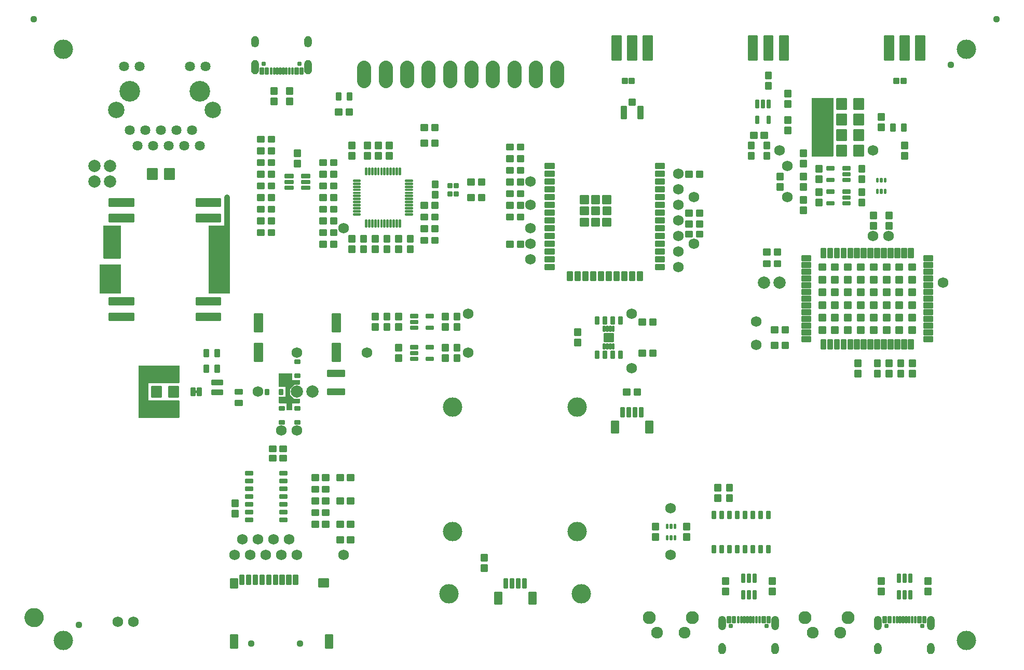
<source format=gts>
G04 EAGLE Gerber RS-274X export*
G75*
%MOMM*%
%FSLAX34Y34*%
%LPD*%
%INSoldermask Top*%
%IPPOS*%
%AMOC8*
5,1,8,0,0,1.08239X$1,22.5*%
G01*
%ADD10C,0.965200*%
%ADD11C,0.225400*%
%ADD12C,0.227100*%
%ADD13C,1.127000*%
%ADD14C,3.175000*%
%ADD15C,0.230578*%
%ADD16C,0.225369*%
%ADD17C,0.777000*%
%ADD18C,0.231559*%
%ADD19C,0.225588*%
%ADD20C,0.229050*%
%ADD21C,0.225938*%
%ADD22C,0.233119*%
%ADD23C,0.223409*%
%ADD24C,1.727000*%
%ADD25C,0.231750*%
%ADD26C,0.227778*%
%ADD27C,0.224709*%
%ADD28C,0.220859*%
%ADD29C,0.228600*%
%ADD30C,3.377000*%
%ADD31C,2.677000*%
%ADD32C,1.627000*%
%ADD33C,0.224509*%
%ADD34C,0.220319*%
%ADD35C,0.228344*%
%ADD36C,2.006600*%
%ADD37C,0.412288*%
%ADD38C,1.927000*%
%ADD39C,2.127000*%
%ADD40C,2.327000*%
%ADD41C,1.270000*%

G36*
X210243Y388883D02*
X210243Y388883D01*
X210301Y388881D01*
X210383Y388903D01*
X210467Y388915D01*
X210520Y388939D01*
X210576Y388953D01*
X210649Y388996D01*
X210726Y389031D01*
X210771Y389069D01*
X210821Y389099D01*
X210879Y389160D01*
X210943Y389215D01*
X210975Y389263D01*
X211015Y389306D01*
X211054Y389381D01*
X211101Y389451D01*
X211118Y389507D01*
X211145Y389559D01*
X211156Y389627D01*
X211186Y389722D01*
X211189Y389822D01*
X211200Y389890D01*
X211200Y416560D01*
X211192Y416618D01*
X211194Y416676D01*
X211172Y416758D01*
X211160Y416842D01*
X211137Y416895D01*
X211122Y416951D01*
X211079Y417024D01*
X211044Y417101D01*
X211006Y417146D01*
X210977Y417196D01*
X210915Y417254D01*
X210861Y417318D01*
X210812Y417350D01*
X210769Y417390D01*
X210694Y417429D01*
X210624Y417476D01*
X210568Y417493D01*
X210516Y417520D01*
X210448Y417531D01*
X210353Y417561D01*
X210253Y417564D01*
X210185Y417575D01*
X160400Y417575D01*
X160400Y446025D01*
X210185Y446025D01*
X210243Y446033D01*
X210301Y446031D01*
X210383Y446053D01*
X210467Y446065D01*
X210520Y446089D01*
X210576Y446103D01*
X210649Y446146D01*
X210726Y446181D01*
X210771Y446219D01*
X210821Y446249D01*
X210879Y446310D01*
X210943Y446365D01*
X210975Y446413D01*
X211015Y446456D01*
X211054Y446531D01*
X211101Y446601D01*
X211118Y446657D01*
X211145Y446709D01*
X211156Y446777D01*
X211186Y446872D01*
X211189Y446972D01*
X211200Y447040D01*
X211200Y473710D01*
X211192Y473768D01*
X211194Y473826D01*
X211172Y473908D01*
X211160Y473992D01*
X211137Y474045D01*
X211122Y474101D01*
X211079Y474174D01*
X211044Y474251D01*
X211006Y474296D01*
X210977Y474346D01*
X210915Y474404D01*
X210861Y474468D01*
X210812Y474500D01*
X210769Y474540D01*
X210694Y474579D01*
X210624Y474626D01*
X210568Y474643D01*
X210516Y474670D01*
X210448Y474681D01*
X210353Y474711D01*
X210253Y474714D01*
X210185Y474725D01*
X145415Y474725D01*
X145357Y474717D01*
X145299Y474719D01*
X145217Y474697D01*
X145134Y474685D01*
X145080Y474662D01*
X145024Y474647D01*
X144951Y474604D01*
X144874Y474569D01*
X144829Y474531D01*
X144779Y474502D01*
X144721Y474440D01*
X144657Y474386D01*
X144625Y474337D01*
X144585Y474294D01*
X144546Y474219D01*
X144500Y474149D01*
X144482Y474093D01*
X144455Y474041D01*
X144444Y473973D01*
X144414Y473878D01*
X144411Y473778D01*
X144400Y473710D01*
X144400Y389890D01*
X144408Y389832D01*
X144406Y389774D01*
X144428Y389692D01*
X144440Y389609D01*
X144464Y389555D01*
X144478Y389499D01*
X144521Y389426D01*
X144556Y389349D01*
X144594Y389304D01*
X144624Y389254D01*
X144685Y389196D01*
X144740Y389132D01*
X144788Y389100D01*
X144831Y389060D01*
X144906Y389021D01*
X144976Y388975D01*
X145032Y388957D01*
X145084Y388930D01*
X145152Y388919D01*
X145247Y388889D01*
X145347Y388886D01*
X145415Y388875D01*
X210185Y388875D01*
X210243Y388883D01*
G37*
G36*
X292793Y592083D02*
X292793Y592083D01*
X292851Y592081D01*
X292933Y592103D01*
X293017Y592115D01*
X293070Y592139D01*
X293126Y592153D01*
X293199Y592196D01*
X293276Y592231D01*
X293321Y592269D01*
X293371Y592299D01*
X293429Y592360D01*
X293493Y592415D01*
X293525Y592463D01*
X293565Y592506D01*
X293604Y592581D01*
X293651Y592651D01*
X293668Y592707D01*
X293695Y592759D01*
X293706Y592827D01*
X293736Y592922D01*
X293739Y593022D01*
X293750Y593090D01*
X293750Y702310D01*
X293742Y702368D01*
X293744Y702426D01*
X293722Y702508D01*
X293710Y702592D01*
X293687Y702645D01*
X293672Y702701D01*
X293629Y702774D01*
X293594Y702851D01*
X293556Y702896D01*
X293527Y702946D01*
X293465Y703004D01*
X293411Y703068D01*
X293362Y703100D01*
X293319Y703140D01*
X293244Y703179D01*
X293174Y703226D01*
X293118Y703243D01*
X293066Y703270D01*
X292998Y703281D01*
X292903Y703311D01*
X292803Y703314D01*
X292735Y703325D01*
X259715Y703325D01*
X259657Y703317D01*
X259599Y703319D01*
X259517Y703297D01*
X259434Y703285D01*
X259380Y703262D01*
X259324Y703247D01*
X259251Y703204D01*
X259174Y703169D01*
X259129Y703131D01*
X259079Y703102D01*
X259021Y703040D01*
X258957Y702986D01*
X258925Y702937D01*
X258885Y702894D01*
X258846Y702819D01*
X258800Y702749D01*
X258782Y702693D01*
X258755Y702641D01*
X258744Y702573D01*
X258714Y702478D01*
X258711Y702378D01*
X258700Y702310D01*
X258700Y593090D01*
X258708Y593032D01*
X258706Y592974D01*
X258728Y592892D01*
X258740Y592809D01*
X258764Y592755D01*
X258778Y592699D01*
X258821Y592626D01*
X258856Y592549D01*
X258894Y592504D01*
X258924Y592454D01*
X258985Y592396D01*
X259040Y592332D01*
X259088Y592300D01*
X259131Y592260D01*
X259206Y592221D01*
X259276Y592175D01*
X259332Y592157D01*
X259384Y592130D01*
X259452Y592119D01*
X259547Y592089D01*
X259647Y592086D01*
X259715Y592075D01*
X292735Y592075D01*
X292793Y592083D01*
G37*
G36*
X1277043Y815603D02*
X1277043Y815603D01*
X1277101Y815601D01*
X1277183Y815623D01*
X1277267Y815635D01*
X1277320Y815659D01*
X1277376Y815673D01*
X1277449Y815716D01*
X1277526Y815751D01*
X1277571Y815789D01*
X1277621Y815819D01*
X1277679Y815880D01*
X1277743Y815935D01*
X1277775Y815983D01*
X1277815Y816026D01*
X1277854Y816101D01*
X1277901Y816171D01*
X1277918Y816227D01*
X1277945Y816279D01*
X1277956Y816347D01*
X1277986Y816442D01*
X1277989Y816542D01*
X1278000Y816610D01*
X1278000Y910590D01*
X1277992Y910648D01*
X1277994Y910706D01*
X1277972Y910788D01*
X1277960Y910872D01*
X1277937Y910925D01*
X1277922Y910981D01*
X1277879Y911054D01*
X1277844Y911131D01*
X1277806Y911176D01*
X1277777Y911226D01*
X1277715Y911284D01*
X1277661Y911348D01*
X1277612Y911380D01*
X1277569Y911420D01*
X1277494Y911459D01*
X1277424Y911506D01*
X1277368Y911523D01*
X1277316Y911550D01*
X1277248Y911561D01*
X1277153Y911591D01*
X1277053Y911594D01*
X1276985Y911605D01*
X1243965Y911605D01*
X1243907Y911597D01*
X1243849Y911599D01*
X1243767Y911577D01*
X1243684Y911565D01*
X1243630Y911542D01*
X1243574Y911527D01*
X1243501Y911484D01*
X1243424Y911449D01*
X1243379Y911411D01*
X1243329Y911382D01*
X1243271Y911320D01*
X1243207Y911266D01*
X1243175Y911217D01*
X1243135Y911174D01*
X1243096Y911099D01*
X1243050Y911029D01*
X1243032Y910973D01*
X1243005Y910921D01*
X1242994Y910853D01*
X1242964Y910758D01*
X1242961Y910658D01*
X1242950Y910590D01*
X1242950Y816610D01*
X1242958Y816552D01*
X1242956Y816494D01*
X1242978Y816412D01*
X1242990Y816329D01*
X1243014Y816275D01*
X1243028Y816219D01*
X1243071Y816146D01*
X1243106Y816069D01*
X1243144Y816024D01*
X1243174Y815974D01*
X1243235Y815916D01*
X1243290Y815852D01*
X1243338Y815820D01*
X1243381Y815780D01*
X1243456Y815741D01*
X1243526Y815695D01*
X1243582Y815677D01*
X1243634Y815650D01*
X1243702Y815639D01*
X1243797Y815609D01*
X1243897Y815606D01*
X1243965Y815595D01*
X1276985Y815595D01*
X1277043Y815603D01*
G37*
G36*
X114993Y592083D02*
X114993Y592083D01*
X115051Y592081D01*
X115133Y592103D01*
X115217Y592115D01*
X115270Y592139D01*
X115326Y592153D01*
X115399Y592196D01*
X115476Y592231D01*
X115521Y592269D01*
X115571Y592299D01*
X115629Y592360D01*
X115693Y592415D01*
X115725Y592463D01*
X115765Y592506D01*
X115804Y592581D01*
X115851Y592651D01*
X115868Y592707D01*
X115895Y592759D01*
X115906Y592827D01*
X115936Y592922D01*
X115939Y593022D01*
X115950Y593090D01*
X115950Y638810D01*
X115943Y638863D01*
X115944Y638893D01*
X115943Y638896D01*
X115944Y638926D01*
X115922Y639008D01*
X115910Y639092D01*
X115887Y639145D01*
X115872Y639201D01*
X115829Y639274D01*
X115794Y639351D01*
X115756Y639396D01*
X115727Y639446D01*
X115665Y639504D01*
X115611Y639568D01*
X115562Y639600D01*
X115519Y639640D01*
X115444Y639679D01*
X115374Y639726D01*
X115318Y639743D01*
X115266Y639770D01*
X115198Y639781D01*
X115103Y639811D01*
X115003Y639814D01*
X114935Y639825D01*
X81915Y639825D01*
X81857Y639817D01*
X81799Y639819D01*
X81717Y639797D01*
X81634Y639785D01*
X81580Y639762D01*
X81524Y639747D01*
X81451Y639704D01*
X81374Y639669D01*
X81329Y639631D01*
X81279Y639602D01*
X81221Y639540D01*
X81157Y639486D01*
X81125Y639437D01*
X81085Y639394D01*
X81046Y639319D01*
X81000Y639249D01*
X80982Y639193D01*
X80955Y639141D01*
X80944Y639073D01*
X80914Y638978D01*
X80911Y638878D01*
X80900Y638810D01*
X80900Y593090D01*
X80908Y593032D01*
X80906Y592974D01*
X80928Y592892D01*
X80940Y592809D01*
X80964Y592755D01*
X80978Y592699D01*
X81021Y592626D01*
X81056Y592549D01*
X81094Y592504D01*
X81124Y592454D01*
X81185Y592396D01*
X81240Y592332D01*
X81288Y592300D01*
X81331Y592260D01*
X81406Y592221D01*
X81476Y592175D01*
X81532Y592157D01*
X81584Y592130D01*
X81652Y592119D01*
X81747Y592089D01*
X81847Y592086D01*
X81915Y592075D01*
X114935Y592075D01*
X114993Y592083D01*
G37*
G36*
X114993Y649233D02*
X114993Y649233D01*
X115051Y649231D01*
X115133Y649253D01*
X115217Y649265D01*
X115270Y649289D01*
X115326Y649303D01*
X115399Y649346D01*
X115476Y649381D01*
X115521Y649419D01*
X115571Y649449D01*
X115629Y649510D01*
X115693Y649565D01*
X115725Y649613D01*
X115765Y649656D01*
X115804Y649731D01*
X115851Y649801D01*
X115868Y649857D01*
X115895Y649909D01*
X115906Y649977D01*
X115936Y650072D01*
X115939Y650172D01*
X115950Y650240D01*
X115950Y702310D01*
X115942Y702368D01*
X115944Y702426D01*
X115922Y702508D01*
X115910Y702592D01*
X115887Y702645D01*
X115872Y702701D01*
X115829Y702774D01*
X115794Y702851D01*
X115756Y702896D01*
X115727Y702946D01*
X115665Y703004D01*
X115611Y703068D01*
X115562Y703100D01*
X115519Y703140D01*
X115444Y703179D01*
X115374Y703226D01*
X115318Y703243D01*
X115266Y703270D01*
X115198Y703281D01*
X115103Y703311D01*
X115003Y703314D01*
X114935Y703325D01*
X88265Y703325D01*
X88207Y703317D01*
X88149Y703319D01*
X88067Y703297D01*
X87984Y703285D01*
X87930Y703262D01*
X87874Y703247D01*
X87801Y703204D01*
X87724Y703169D01*
X87679Y703131D01*
X87629Y703102D01*
X87571Y703040D01*
X87507Y702986D01*
X87475Y702937D01*
X87435Y702894D01*
X87396Y702819D01*
X87350Y702749D01*
X87332Y702693D01*
X87305Y702641D01*
X87294Y702573D01*
X87264Y702478D01*
X87261Y702378D01*
X87250Y702310D01*
X87250Y650240D01*
X87258Y650182D01*
X87256Y650124D01*
X87278Y650042D01*
X87290Y649959D01*
X87314Y649905D01*
X87328Y649849D01*
X87371Y649776D01*
X87406Y649699D01*
X87444Y649654D01*
X87474Y649604D01*
X87535Y649546D01*
X87590Y649482D01*
X87638Y649450D01*
X87681Y649410D01*
X87756Y649371D01*
X87826Y649325D01*
X87882Y649307D01*
X87934Y649280D01*
X88002Y649269D01*
X88097Y649239D01*
X88197Y649236D01*
X88265Y649225D01*
X114935Y649225D01*
X114993Y649233D01*
G37*
G36*
X394393Y401583D02*
X394393Y401583D01*
X394451Y401581D01*
X394533Y401603D01*
X394617Y401615D01*
X394670Y401639D01*
X394726Y401653D01*
X394799Y401696D01*
X394876Y401731D01*
X394921Y401769D01*
X394971Y401799D01*
X395029Y401860D01*
X395093Y401915D01*
X395125Y401963D01*
X395165Y402006D01*
X395204Y402081D01*
X395251Y402151D01*
X395268Y402207D01*
X395295Y402259D01*
X395306Y402327D01*
X395336Y402422D01*
X395339Y402522D01*
X395350Y402590D01*
X395350Y413005D01*
X407035Y413005D01*
X407093Y413013D01*
X407151Y413011D01*
X407233Y413033D01*
X407317Y413045D01*
X407370Y413069D01*
X407426Y413083D01*
X407499Y413126D01*
X407576Y413161D01*
X407621Y413199D01*
X407671Y413229D01*
X407729Y413290D01*
X407793Y413345D01*
X407825Y413393D01*
X407865Y413436D01*
X407904Y413511D01*
X407951Y413581D01*
X407968Y413637D01*
X407995Y413689D01*
X408006Y413757D01*
X408036Y413852D01*
X408039Y413952D01*
X408050Y414020D01*
X408050Y419100D01*
X408042Y419158D01*
X408044Y419216D01*
X408022Y419298D01*
X408010Y419382D01*
X407987Y419435D01*
X407972Y419491D01*
X407929Y419564D01*
X407894Y419641D01*
X407856Y419686D01*
X407827Y419736D01*
X407765Y419794D01*
X407711Y419858D01*
X407662Y419890D01*
X407619Y419930D01*
X407544Y419969D01*
X407474Y420016D01*
X407418Y420033D01*
X407366Y420060D01*
X407298Y420071D01*
X407203Y420101D01*
X407103Y420104D01*
X407035Y420115D01*
X398566Y420115D01*
X391540Y427141D01*
X391540Y436460D01*
X398566Y443485D01*
X407035Y443485D01*
X407093Y443493D01*
X407151Y443491D01*
X407233Y443513D01*
X407317Y443525D01*
X407370Y443549D01*
X407426Y443563D01*
X407499Y443606D01*
X407576Y443641D01*
X407621Y443679D01*
X407671Y443709D01*
X407729Y443770D01*
X407793Y443825D01*
X407825Y443873D01*
X407865Y443916D01*
X407904Y443991D01*
X407951Y444061D01*
X407968Y444117D01*
X407995Y444169D01*
X408006Y444237D01*
X408036Y444332D01*
X408039Y444432D01*
X408050Y444500D01*
X408050Y449580D01*
X408042Y449638D01*
X408044Y449696D01*
X408022Y449778D01*
X408010Y449862D01*
X407987Y449915D01*
X407972Y449971D01*
X407929Y450044D01*
X407894Y450121D01*
X407856Y450166D01*
X407827Y450216D01*
X407765Y450274D01*
X407711Y450338D01*
X407662Y450370D01*
X407619Y450410D01*
X407544Y450449D01*
X407474Y450496D01*
X407418Y450513D01*
X407366Y450540D01*
X407298Y450551D01*
X407203Y450581D01*
X407103Y450584D01*
X407035Y450595D01*
X395350Y450595D01*
X395350Y461010D01*
X395342Y461068D01*
X395344Y461126D01*
X395322Y461208D01*
X395310Y461292D01*
X395287Y461345D01*
X395272Y461401D01*
X395229Y461474D01*
X395194Y461551D01*
X395156Y461596D01*
X395127Y461646D01*
X395065Y461704D01*
X395011Y461768D01*
X394962Y461800D01*
X394919Y461840D01*
X394844Y461879D01*
X394774Y461926D01*
X394718Y461943D01*
X394666Y461970D01*
X394598Y461981D01*
X394503Y462011D01*
X394403Y462014D01*
X394335Y462025D01*
X374015Y462025D01*
X373957Y462017D01*
X373899Y462019D01*
X373817Y461997D01*
X373734Y461985D01*
X373680Y461962D01*
X373624Y461947D01*
X373551Y461904D01*
X373474Y461869D01*
X373429Y461831D01*
X373379Y461802D01*
X373321Y461740D01*
X373257Y461686D01*
X373225Y461637D01*
X373185Y461594D01*
X373146Y461519D01*
X373100Y461449D01*
X373082Y461393D01*
X373055Y461341D01*
X373044Y461273D01*
X373014Y461178D01*
X373011Y461078D01*
X373000Y461010D01*
X373000Y440690D01*
X373008Y440632D01*
X373006Y440574D01*
X373028Y440492D01*
X373040Y440409D01*
X373064Y440355D01*
X373078Y440299D01*
X373121Y440226D01*
X373156Y440149D01*
X373194Y440104D01*
X373224Y440054D01*
X373285Y439996D01*
X373340Y439932D01*
X373388Y439900D01*
X373431Y439860D01*
X373506Y439821D01*
X373576Y439775D01*
X373632Y439757D01*
X373684Y439730D01*
X373752Y439719D01*
X373847Y439689D01*
X373947Y439686D01*
X374015Y439675D01*
X384430Y439675D01*
X384430Y423925D01*
X374015Y423925D01*
X373957Y423917D01*
X373899Y423919D01*
X373817Y423897D01*
X373734Y423885D01*
X373680Y423862D01*
X373624Y423847D01*
X373551Y423804D01*
X373474Y423769D01*
X373429Y423731D01*
X373379Y423702D01*
X373321Y423640D01*
X373257Y423586D01*
X373225Y423537D01*
X373185Y423494D01*
X373146Y423419D01*
X373100Y423349D01*
X373082Y423293D01*
X373055Y423241D01*
X373044Y423173D01*
X373014Y423078D01*
X373011Y422978D01*
X373000Y422910D01*
X373000Y414020D01*
X373008Y413962D01*
X373006Y413904D01*
X373028Y413822D01*
X373040Y413739D01*
X373064Y413685D01*
X373078Y413629D01*
X373121Y413556D01*
X373156Y413479D01*
X373194Y413434D01*
X373224Y413384D01*
X373285Y413326D01*
X373340Y413262D01*
X373388Y413230D01*
X373431Y413190D01*
X373506Y413151D01*
X373576Y413105D01*
X373632Y413087D01*
X373684Y413060D01*
X373752Y413049D01*
X373847Y413019D01*
X373947Y413016D01*
X374015Y413005D01*
X385700Y413005D01*
X385700Y402590D01*
X385708Y402532D01*
X385706Y402474D01*
X385728Y402392D01*
X385740Y402309D01*
X385764Y402255D01*
X385778Y402199D01*
X385821Y402126D01*
X385856Y402049D01*
X385894Y402004D01*
X385924Y401954D01*
X385985Y401896D01*
X386040Y401832D01*
X386088Y401800D01*
X386131Y401760D01*
X386206Y401721D01*
X386276Y401675D01*
X386332Y401657D01*
X386384Y401630D01*
X386452Y401619D01*
X386547Y401589D01*
X386647Y401586D01*
X386715Y401575D01*
X394335Y401575D01*
X394393Y401583D01*
G37*
G36*
X335759Y950168D02*
X335759Y950168D01*
X335764Y950173D01*
X335768Y950169D01*
X336865Y950456D01*
X336869Y950462D01*
X336874Y950459D01*
X337893Y950954D01*
X337896Y950960D01*
X337901Y950959D01*
X338804Y951643D01*
X338806Y951650D01*
X338811Y951650D01*
X339564Y952497D01*
X339564Y952504D01*
X339569Y952505D01*
X340142Y953482D01*
X340141Y953485D01*
X340142Y953486D01*
X340141Y953487D01*
X340141Y953489D01*
X340146Y953491D01*
X340517Y954562D01*
X340515Y954567D01*
X340518Y954569D01*
X340517Y954570D01*
X340519Y954571D01*
X340674Y955693D01*
X340671Y955698D01*
X340674Y955700D01*
X340674Y967700D01*
X340671Y967705D01*
X340674Y967708D01*
X340469Y968975D01*
X340463Y968981D01*
X340466Y968986D01*
X339984Y970175D01*
X339977Y970179D01*
X339979Y970185D01*
X339245Y971238D01*
X339237Y971240D01*
X339238Y971246D01*
X338288Y972109D01*
X338279Y972110D01*
X338279Y972115D01*
X337160Y972745D01*
X337152Y972744D01*
X337150Y972750D01*
X335920Y973115D01*
X335912Y973112D01*
X335909Y973117D01*
X334628Y973199D01*
X334622Y973199D01*
X333341Y973117D01*
X333335Y973111D01*
X333330Y973115D01*
X332100Y972750D01*
X332095Y972743D01*
X332090Y972745D01*
X330971Y972115D01*
X330968Y972108D01*
X330962Y972109D01*
X330012Y971246D01*
X330011Y971238D01*
X330005Y971238D01*
X329271Y970185D01*
X329271Y970177D01*
X329266Y970175D01*
X328784Y968986D01*
X328786Y968980D01*
X328782Y968977D01*
X328783Y968976D01*
X328781Y968975D01*
X328576Y967708D01*
X328579Y967703D01*
X328576Y967700D01*
X328576Y955700D01*
X328579Y955696D01*
X328576Y955693D01*
X328731Y954571D01*
X328736Y954566D01*
X328733Y954562D01*
X329104Y953491D01*
X329110Y953487D01*
X329108Y953482D01*
X329681Y952505D01*
X329687Y952502D01*
X329686Y952497D01*
X330439Y951650D01*
X330446Y951648D01*
X330446Y951643D01*
X331349Y950959D01*
X331356Y950959D01*
X331357Y950954D01*
X332376Y950459D01*
X332383Y950461D01*
X332385Y950456D01*
X333482Y950169D01*
X333488Y950172D01*
X333491Y950168D01*
X334622Y950101D01*
X334626Y950103D01*
X334628Y950101D01*
X335759Y950168D01*
G37*
G36*
X422159Y950168D02*
X422159Y950168D01*
X422164Y950173D01*
X422168Y950169D01*
X423265Y950456D01*
X423269Y950462D01*
X423274Y950459D01*
X424293Y950954D01*
X424296Y950960D01*
X424301Y950959D01*
X425204Y951643D01*
X425206Y951650D01*
X425211Y951650D01*
X425964Y952497D01*
X425964Y952504D01*
X425969Y952505D01*
X426542Y953482D01*
X426541Y953485D01*
X426542Y953486D01*
X426541Y953487D01*
X426541Y953489D01*
X426546Y953491D01*
X426917Y954562D01*
X426915Y954567D01*
X426918Y954569D01*
X426917Y954570D01*
X426919Y954571D01*
X427074Y955693D01*
X427071Y955698D01*
X427074Y955700D01*
X427074Y967700D01*
X427071Y967705D01*
X427074Y967708D01*
X426869Y968975D01*
X426863Y968981D01*
X426866Y968986D01*
X426384Y970175D01*
X426377Y970179D01*
X426379Y970185D01*
X425645Y971238D01*
X425637Y971240D01*
X425638Y971246D01*
X424688Y972109D01*
X424679Y972110D01*
X424679Y972115D01*
X423560Y972745D01*
X423552Y972744D01*
X423550Y972750D01*
X422320Y973115D01*
X422312Y973112D01*
X422309Y973117D01*
X421028Y973199D01*
X421022Y973199D01*
X419741Y973117D01*
X419735Y973111D01*
X419730Y973115D01*
X418500Y972750D01*
X418495Y972743D01*
X418490Y972745D01*
X417371Y972115D01*
X417368Y972108D01*
X417362Y972109D01*
X416412Y971246D01*
X416411Y971238D01*
X416405Y971238D01*
X415671Y970185D01*
X415671Y970177D01*
X415666Y970175D01*
X415184Y968986D01*
X415186Y968980D01*
X415182Y968977D01*
X415183Y968976D01*
X415181Y968975D01*
X414976Y967708D01*
X414979Y967703D01*
X414976Y967700D01*
X414976Y955700D01*
X414979Y955696D01*
X414976Y955693D01*
X415131Y954571D01*
X415136Y954566D01*
X415133Y954562D01*
X415504Y953491D01*
X415510Y953487D01*
X415508Y953482D01*
X416081Y952505D01*
X416087Y952502D01*
X416086Y952497D01*
X416839Y951650D01*
X416846Y951648D01*
X416846Y951643D01*
X417749Y950959D01*
X417756Y950959D01*
X417757Y950954D01*
X418776Y950459D01*
X418783Y950461D01*
X418785Y950456D01*
X419882Y950169D01*
X419888Y950172D01*
X419891Y950168D01*
X421022Y950101D01*
X421026Y950103D01*
X421028Y950101D01*
X422159Y950168D01*
G37*
G36*
X1184309Y42883D02*
X1184309Y42883D01*
X1184315Y42889D01*
X1184320Y42885D01*
X1185550Y43250D01*
X1185555Y43257D01*
X1185560Y43255D01*
X1186679Y43885D01*
X1186682Y43892D01*
X1186688Y43891D01*
X1187638Y44754D01*
X1187639Y44762D01*
X1187645Y44762D01*
X1188379Y45815D01*
X1188379Y45823D01*
X1188384Y45825D01*
X1188866Y47015D01*
X1188864Y47020D01*
X1188868Y47023D01*
X1188867Y47024D01*
X1188869Y47025D01*
X1189074Y48292D01*
X1189071Y48297D01*
X1189074Y48300D01*
X1189074Y60300D01*
X1189071Y60304D01*
X1189074Y60307D01*
X1188919Y61429D01*
X1188914Y61434D01*
X1188917Y61438D01*
X1188546Y62509D01*
X1188540Y62513D01*
X1188542Y62518D01*
X1187969Y63495D01*
X1187963Y63498D01*
X1187964Y63503D01*
X1187211Y64350D01*
X1187204Y64352D01*
X1187204Y64357D01*
X1186301Y65041D01*
X1186294Y65041D01*
X1186293Y65046D01*
X1185274Y65541D01*
X1185267Y65539D01*
X1185265Y65544D01*
X1184168Y65831D01*
X1184162Y65828D01*
X1184159Y65832D01*
X1183028Y65899D01*
X1183022Y65899D01*
X1181891Y65832D01*
X1181886Y65827D01*
X1181882Y65831D01*
X1180785Y65544D01*
X1180781Y65538D01*
X1180776Y65541D01*
X1179757Y65046D01*
X1179754Y65040D01*
X1179749Y65041D01*
X1178846Y64357D01*
X1178844Y64350D01*
X1178839Y64350D01*
X1178086Y63503D01*
X1178086Y63496D01*
X1178081Y63495D01*
X1177508Y62518D01*
X1177509Y62515D01*
X1177508Y62514D01*
X1177509Y62513D01*
X1177509Y62511D01*
X1177504Y62509D01*
X1177133Y61438D01*
X1177135Y61433D01*
X1177132Y61431D01*
X1177132Y61430D01*
X1177131Y61429D01*
X1176976Y60307D01*
X1176979Y60302D01*
X1176976Y60300D01*
X1176976Y48300D01*
X1176979Y48295D01*
X1176976Y48292D01*
X1177181Y47025D01*
X1177187Y47019D01*
X1177184Y47015D01*
X1177666Y45825D01*
X1177673Y45821D01*
X1177671Y45815D01*
X1178405Y44762D01*
X1178413Y44760D01*
X1178412Y44754D01*
X1179362Y43891D01*
X1179371Y43890D01*
X1179371Y43885D01*
X1180490Y43255D01*
X1180498Y43256D01*
X1180500Y43250D01*
X1181730Y42885D01*
X1181738Y42888D01*
X1181741Y42883D01*
X1183022Y42801D01*
X1183026Y42804D01*
X1183028Y42801D01*
X1184309Y42883D01*
G37*
G36*
X1097909Y42883D02*
X1097909Y42883D01*
X1097915Y42889D01*
X1097920Y42885D01*
X1099150Y43250D01*
X1099155Y43257D01*
X1099160Y43255D01*
X1100279Y43885D01*
X1100282Y43892D01*
X1100288Y43891D01*
X1101238Y44754D01*
X1101239Y44762D01*
X1101245Y44762D01*
X1101979Y45815D01*
X1101979Y45823D01*
X1101984Y45825D01*
X1102466Y47015D01*
X1102464Y47020D01*
X1102468Y47023D01*
X1102467Y47024D01*
X1102469Y47025D01*
X1102674Y48292D01*
X1102671Y48297D01*
X1102674Y48300D01*
X1102674Y60300D01*
X1102671Y60304D01*
X1102674Y60307D01*
X1102519Y61429D01*
X1102514Y61434D01*
X1102517Y61438D01*
X1102146Y62509D01*
X1102140Y62513D01*
X1102142Y62518D01*
X1101569Y63495D01*
X1101563Y63498D01*
X1101564Y63503D01*
X1100811Y64350D01*
X1100804Y64352D01*
X1100804Y64357D01*
X1099901Y65041D01*
X1099894Y65041D01*
X1099893Y65046D01*
X1098874Y65541D01*
X1098867Y65539D01*
X1098865Y65544D01*
X1097768Y65831D01*
X1097762Y65828D01*
X1097759Y65832D01*
X1096628Y65899D01*
X1096622Y65899D01*
X1095491Y65832D01*
X1095486Y65827D01*
X1095482Y65831D01*
X1094385Y65544D01*
X1094381Y65538D01*
X1094376Y65541D01*
X1093357Y65046D01*
X1093354Y65040D01*
X1093349Y65041D01*
X1092446Y64357D01*
X1092444Y64350D01*
X1092439Y64350D01*
X1091686Y63503D01*
X1091686Y63496D01*
X1091681Y63495D01*
X1091108Y62518D01*
X1091109Y62515D01*
X1091108Y62514D01*
X1091109Y62513D01*
X1091109Y62511D01*
X1091104Y62509D01*
X1090733Y61438D01*
X1090735Y61433D01*
X1090732Y61431D01*
X1090732Y61430D01*
X1090731Y61429D01*
X1090576Y60307D01*
X1090579Y60302D01*
X1090576Y60300D01*
X1090576Y48300D01*
X1090579Y48295D01*
X1090576Y48292D01*
X1090781Y47025D01*
X1090787Y47019D01*
X1090784Y47015D01*
X1091266Y45825D01*
X1091273Y45821D01*
X1091271Y45815D01*
X1092005Y44762D01*
X1092013Y44760D01*
X1092012Y44754D01*
X1092962Y43891D01*
X1092971Y43890D01*
X1092971Y43885D01*
X1094090Y43255D01*
X1094098Y43256D01*
X1094100Y43250D01*
X1095330Y42885D01*
X1095338Y42888D01*
X1095341Y42883D01*
X1096622Y42801D01*
X1096626Y42804D01*
X1096628Y42801D01*
X1097909Y42883D01*
G37*
G36*
X1438309Y42883D02*
X1438309Y42883D01*
X1438315Y42889D01*
X1438320Y42885D01*
X1439550Y43250D01*
X1439555Y43257D01*
X1439560Y43255D01*
X1440679Y43885D01*
X1440682Y43892D01*
X1440688Y43891D01*
X1441638Y44754D01*
X1441639Y44762D01*
X1441645Y44762D01*
X1442379Y45815D01*
X1442379Y45823D01*
X1442384Y45825D01*
X1442866Y47015D01*
X1442864Y47020D01*
X1442868Y47023D01*
X1442867Y47024D01*
X1442869Y47025D01*
X1443074Y48292D01*
X1443071Y48297D01*
X1443074Y48300D01*
X1443074Y60300D01*
X1443071Y60304D01*
X1443074Y60307D01*
X1442919Y61429D01*
X1442914Y61434D01*
X1442917Y61438D01*
X1442546Y62509D01*
X1442540Y62513D01*
X1442542Y62518D01*
X1441969Y63495D01*
X1441963Y63498D01*
X1441964Y63503D01*
X1441211Y64350D01*
X1441204Y64352D01*
X1441204Y64357D01*
X1440301Y65041D01*
X1440294Y65041D01*
X1440293Y65046D01*
X1439274Y65541D01*
X1439267Y65539D01*
X1439265Y65544D01*
X1438168Y65831D01*
X1438162Y65828D01*
X1438159Y65832D01*
X1437028Y65899D01*
X1437022Y65899D01*
X1435891Y65832D01*
X1435886Y65827D01*
X1435882Y65831D01*
X1434785Y65544D01*
X1434781Y65538D01*
X1434776Y65541D01*
X1433757Y65046D01*
X1433754Y65040D01*
X1433749Y65041D01*
X1432846Y64357D01*
X1432844Y64350D01*
X1432839Y64350D01*
X1432086Y63503D01*
X1432086Y63496D01*
X1432081Y63495D01*
X1431508Y62518D01*
X1431509Y62515D01*
X1431508Y62514D01*
X1431509Y62513D01*
X1431509Y62511D01*
X1431504Y62509D01*
X1431133Y61438D01*
X1431135Y61433D01*
X1431132Y61431D01*
X1431132Y61430D01*
X1431131Y61429D01*
X1430976Y60307D01*
X1430979Y60302D01*
X1430976Y60300D01*
X1430976Y48300D01*
X1430979Y48295D01*
X1430976Y48292D01*
X1431181Y47025D01*
X1431187Y47019D01*
X1431184Y47015D01*
X1431666Y45825D01*
X1431673Y45821D01*
X1431671Y45815D01*
X1432405Y44762D01*
X1432413Y44760D01*
X1432412Y44754D01*
X1433362Y43891D01*
X1433371Y43890D01*
X1433371Y43885D01*
X1434490Y43255D01*
X1434498Y43256D01*
X1434500Y43250D01*
X1435730Y42885D01*
X1435738Y42888D01*
X1435741Y42883D01*
X1437022Y42801D01*
X1437026Y42804D01*
X1437028Y42801D01*
X1438309Y42883D01*
G37*
G36*
X1351909Y42883D02*
X1351909Y42883D01*
X1351915Y42889D01*
X1351920Y42885D01*
X1353150Y43250D01*
X1353155Y43257D01*
X1353160Y43255D01*
X1354279Y43885D01*
X1354282Y43892D01*
X1354288Y43891D01*
X1355238Y44754D01*
X1355239Y44762D01*
X1355245Y44762D01*
X1355979Y45815D01*
X1355979Y45823D01*
X1355984Y45825D01*
X1356466Y47015D01*
X1356464Y47020D01*
X1356468Y47023D01*
X1356467Y47024D01*
X1356469Y47025D01*
X1356674Y48292D01*
X1356671Y48297D01*
X1356674Y48300D01*
X1356674Y60300D01*
X1356671Y60304D01*
X1356674Y60307D01*
X1356519Y61429D01*
X1356514Y61434D01*
X1356517Y61438D01*
X1356146Y62509D01*
X1356140Y62513D01*
X1356142Y62518D01*
X1355569Y63495D01*
X1355563Y63498D01*
X1355564Y63503D01*
X1354811Y64350D01*
X1354804Y64352D01*
X1354804Y64357D01*
X1353901Y65041D01*
X1353894Y65041D01*
X1353893Y65046D01*
X1352874Y65541D01*
X1352867Y65539D01*
X1352865Y65544D01*
X1351768Y65831D01*
X1351762Y65828D01*
X1351759Y65832D01*
X1350628Y65899D01*
X1350622Y65899D01*
X1349491Y65832D01*
X1349486Y65827D01*
X1349482Y65831D01*
X1348385Y65544D01*
X1348381Y65538D01*
X1348376Y65541D01*
X1347357Y65046D01*
X1347354Y65040D01*
X1347349Y65041D01*
X1346446Y64357D01*
X1346444Y64350D01*
X1346439Y64350D01*
X1345686Y63503D01*
X1345686Y63496D01*
X1345681Y63495D01*
X1345108Y62518D01*
X1345109Y62515D01*
X1345108Y62514D01*
X1345109Y62513D01*
X1345109Y62511D01*
X1345104Y62509D01*
X1344733Y61438D01*
X1344735Y61433D01*
X1344732Y61431D01*
X1344732Y61430D01*
X1344731Y61429D01*
X1344576Y60307D01*
X1344579Y60302D01*
X1344576Y60300D01*
X1344576Y48300D01*
X1344579Y48295D01*
X1344576Y48292D01*
X1344781Y47025D01*
X1344787Y47019D01*
X1344784Y47015D01*
X1345266Y45825D01*
X1345273Y45821D01*
X1345271Y45815D01*
X1346005Y44762D01*
X1346013Y44760D01*
X1346012Y44754D01*
X1346962Y43891D01*
X1346971Y43890D01*
X1346971Y43885D01*
X1348090Y43255D01*
X1348098Y43256D01*
X1348100Y43250D01*
X1349330Y42885D01*
X1349338Y42888D01*
X1349341Y42883D01*
X1350622Y42801D01*
X1350626Y42804D01*
X1350628Y42801D01*
X1351909Y42883D01*
G37*
G36*
X1438196Y3611D02*
X1438196Y3611D01*
X1438201Y3616D01*
X1438205Y3613D01*
X1439328Y3948D01*
X1439332Y3954D01*
X1439336Y3952D01*
X1440372Y4500D01*
X1440375Y4506D01*
X1440380Y4505D01*
X1441288Y5244D01*
X1441290Y5251D01*
X1441295Y5251D01*
X1442042Y6153D01*
X1442042Y6161D01*
X1442048Y6161D01*
X1442604Y7192D01*
X1442603Y7199D01*
X1442608Y7201D01*
X1442952Y8320D01*
X1442950Y8327D01*
X1442954Y8330D01*
X1443074Y9495D01*
X1443072Y9498D01*
X1443074Y9500D01*
X1443074Y15500D01*
X1443072Y15503D01*
X1443074Y15505D01*
X1442963Y16681D01*
X1442958Y16686D01*
X1442961Y16690D01*
X1442623Y17822D01*
X1442617Y17826D01*
X1442619Y17831D01*
X1442067Y18875D01*
X1442060Y18878D01*
X1442062Y18883D01*
X1441316Y19799D01*
X1441309Y19800D01*
X1441309Y19806D01*
X1440400Y20559D01*
X1440392Y20559D01*
X1440392Y20564D01*
X1439352Y21125D01*
X1439345Y21124D01*
X1439343Y21129D01*
X1438214Y21476D01*
X1438208Y21474D01*
X1438205Y21478D01*
X1437030Y21599D01*
X1437023Y21595D01*
X1437019Y21599D01*
X1435679Y21442D01*
X1435673Y21437D01*
X1435668Y21440D01*
X1434397Y20989D01*
X1434392Y20982D01*
X1434387Y20984D01*
X1433248Y20262D01*
X1433245Y20254D01*
X1433239Y20255D01*
X1432289Y19297D01*
X1432288Y19289D01*
X1432282Y19288D01*
X1431569Y18143D01*
X1431570Y18135D01*
X1431564Y18133D01*
X1431124Y16857D01*
X1431126Y16850D01*
X1431122Y16847D01*
X1430976Y15505D01*
X1430978Y15502D01*
X1430976Y15500D01*
X1430976Y9500D01*
X1430978Y9497D01*
X1430976Y9494D01*
X1431131Y8165D01*
X1431137Y8159D01*
X1431134Y8155D01*
X1431581Y6894D01*
X1431588Y6889D01*
X1431586Y6884D01*
X1432303Y5754D01*
X1432310Y5751D01*
X1432309Y5745D01*
X1433260Y4803D01*
X1433268Y4802D01*
X1433268Y4796D01*
X1434404Y4089D01*
X1434412Y4090D01*
X1434414Y4084D01*
X1435679Y3648D01*
X1435684Y3649D01*
X1435685Y3649D01*
X1435688Y3649D01*
X1435690Y3645D01*
X1437020Y3501D01*
X1437026Y3505D01*
X1437030Y3501D01*
X1438196Y3611D01*
G37*
G36*
X1351796Y3611D02*
X1351796Y3611D01*
X1351801Y3616D01*
X1351805Y3613D01*
X1352928Y3948D01*
X1352932Y3954D01*
X1352936Y3952D01*
X1353972Y4500D01*
X1353975Y4506D01*
X1353980Y4505D01*
X1354888Y5244D01*
X1354890Y5251D01*
X1354895Y5251D01*
X1355642Y6153D01*
X1355642Y6161D01*
X1355648Y6161D01*
X1356204Y7192D01*
X1356203Y7199D01*
X1356208Y7201D01*
X1356552Y8320D01*
X1356550Y8327D01*
X1356554Y8330D01*
X1356674Y9495D01*
X1356672Y9498D01*
X1356674Y9500D01*
X1356674Y15500D01*
X1356672Y15503D01*
X1356674Y15505D01*
X1356563Y16681D01*
X1356558Y16686D01*
X1356561Y16690D01*
X1356223Y17822D01*
X1356217Y17826D01*
X1356219Y17831D01*
X1355667Y18875D01*
X1355660Y18878D01*
X1355662Y18883D01*
X1354916Y19799D01*
X1354909Y19800D01*
X1354909Y19806D01*
X1354000Y20559D01*
X1353992Y20559D01*
X1353992Y20564D01*
X1352952Y21125D01*
X1352945Y21124D01*
X1352943Y21129D01*
X1351814Y21476D01*
X1351808Y21474D01*
X1351805Y21478D01*
X1350630Y21599D01*
X1350623Y21595D01*
X1350619Y21599D01*
X1349279Y21442D01*
X1349273Y21437D01*
X1349268Y21440D01*
X1347997Y20989D01*
X1347992Y20982D01*
X1347987Y20984D01*
X1346848Y20262D01*
X1346845Y20254D01*
X1346839Y20255D01*
X1345889Y19297D01*
X1345888Y19289D01*
X1345882Y19288D01*
X1345169Y18143D01*
X1345170Y18135D01*
X1345164Y18133D01*
X1344724Y16857D01*
X1344726Y16850D01*
X1344722Y16847D01*
X1344576Y15505D01*
X1344578Y15502D01*
X1344576Y15500D01*
X1344576Y9500D01*
X1344578Y9497D01*
X1344576Y9494D01*
X1344731Y8165D01*
X1344737Y8159D01*
X1344734Y8155D01*
X1345181Y6894D01*
X1345188Y6889D01*
X1345186Y6884D01*
X1345903Y5754D01*
X1345910Y5751D01*
X1345909Y5745D01*
X1346860Y4803D01*
X1346868Y4802D01*
X1346868Y4796D01*
X1348004Y4089D01*
X1348012Y4090D01*
X1348014Y4084D01*
X1349279Y3648D01*
X1349284Y3649D01*
X1349285Y3649D01*
X1349288Y3649D01*
X1349290Y3645D01*
X1350620Y3501D01*
X1350626Y3505D01*
X1350630Y3501D01*
X1351796Y3611D01*
G37*
G36*
X1097796Y3611D02*
X1097796Y3611D01*
X1097801Y3616D01*
X1097805Y3613D01*
X1098928Y3948D01*
X1098932Y3954D01*
X1098936Y3952D01*
X1099972Y4500D01*
X1099975Y4506D01*
X1099980Y4505D01*
X1100888Y5244D01*
X1100890Y5251D01*
X1100895Y5251D01*
X1101642Y6153D01*
X1101642Y6161D01*
X1101648Y6161D01*
X1102204Y7192D01*
X1102203Y7199D01*
X1102208Y7201D01*
X1102552Y8320D01*
X1102550Y8327D01*
X1102554Y8330D01*
X1102674Y9495D01*
X1102672Y9498D01*
X1102674Y9500D01*
X1102674Y15500D01*
X1102672Y15503D01*
X1102674Y15505D01*
X1102563Y16681D01*
X1102558Y16686D01*
X1102561Y16690D01*
X1102223Y17822D01*
X1102217Y17826D01*
X1102219Y17831D01*
X1101667Y18875D01*
X1101660Y18878D01*
X1101662Y18883D01*
X1100916Y19799D01*
X1100909Y19800D01*
X1100909Y19806D01*
X1100000Y20559D01*
X1099992Y20559D01*
X1099992Y20564D01*
X1098952Y21125D01*
X1098945Y21124D01*
X1098943Y21129D01*
X1097814Y21476D01*
X1097808Y21474D01*
X1097805Y21478D01*
X1096630Y21599D01*
X1096623Y21595D01*
X1096619Y21599D01*
X1095279Y21442D01*
X1095273Y21437D01*
X1095268Y21440D01*
X1093997Y20989D01*
X1093992Y20982D01*
X1093987Y20984D01*
X1092848Y20262D01*
X1092845Y20254D01*
X1092839Y20255D01*
X1091889Y19297D01*
X1091888Y19289D01*
X1091882Y19288D01*
X1091169Y18143D01*
X1091170Y18135D01*
X1091164Y18133D01*
X1090724Y16857D01*
X1090726Y16850D01*
X1090722Y16847D01*
X1090576Y15505D01*
X1090578Y15502D01*
X1090576Y15500D01*
X1090576Y9500D01*
X1090578Y9497D01*
X1090576Y9494D01*
X1090731Y8165D01*
X1090737Y8159D01*
X1090734Y8155D01*
X1091181Y6894D01*
X1091188Y6889D01*
X1091186Y6884D01*
X1091903Y5754D01*
X1091910Y5751D01*
X1091909Y5745D01*
X1092860Y4803D01*
X1092868Y4802D01*
X1092868Y4796D01*
X1094004Y4089D01*
X1094012Y4090D01*
X1094014Y4084D01*
X1095279Y3648D01*
X1095284Y3649D01*
X1095285Y3649D01*
X1095288Y3649D01*
X1095290Y3645D01*
X1096620Y3501D01*
X1096626Y3505D01*
X1096630Y3501D01*
X1097796Y3611D01*
G37*
G36*
X1184196Y3611D02*
X1184196Y3611D01*
X1184201Y3616D01*
X1184205Y3613D01*
X1185328Y3948D01*
X1185332Y3954D01*
X1185336Y3952D01*
X1186372Y4500D01*
X1186375Y4506D01*
X1186380Y4505D01*
X1187288Y5244D01*
X1187290Y5251D01*
X1187295Y5251D01*
X1188042Y6153D01*
X1188042Y6161D01*
X1188048Y6161D01*
X1188604Y7192D01*
X1188603Y7199D01*
X1188608Y7201D01*
X1188952Y8320D01*
X1188950Y8327D01*
X1188954Y8330D01*
X1189074Y9495D01*
X1189072Y9498D01*
X1189074Y9500D01*
X1189074Y15500D01*
X1189072Y15503D01*
X1189074Y15505D01*
X1188963Y16681D01*
X1188958Y16686D01*
X1188961Y16690D01*
X1188623Y17822D01*
X1188617Y17826D01*
X1188619Y17831D01*
X1188067Y18875D01*
X1188060Y18878D01*
X1188062Y18883D01*
X1187316Y19799D01*
X1187309Y19800D01*
X1187309Y19806D01*
X1186400Y20559D01*
X1186392Y20559D01*
X1186392Y20564D01*
X1185352Y21125D01*
X1185345Y21124D01*
X1185343Y21129D01*
X1184214Y21476D01*
X1184208Y21474D01*
X1184205Y21478D01*
X1183030Y21599D01*
X1183023Y21595D01*
X1183019Y21599D01*
X1181679Y21442D01*
X1181673Y21437D01*
X1181668Y21440D01*
X1180397Y20989D01*
X1180392Y20982D01*
X1180387Y20984D01*
X1179248Y20262D01*
X1179245Y20254D01*
X1179239Y20255D01*
X1178289Y19297D01*
X1178288Y19289D01*
X1178282Y19288D01*
X1177569Y18143D01*
X1177570Y18135D01*
X1177564Y18133D01*
X1177124Y16857D01*
X1177126Y16850D01*
X1177122Y16847D01*
X1176976Y15505D01*
X1176978Y15502D01*
X1176976Y15500D01*
X1176976Y9500D01*
X1176978Y9497D01*
X1176976Y9494D01*
X1177131Y8165D01*
X1177137Y8159D01*
X1177134Y8155D01*
X1177581Y6894D01*
X1177588Y6889D01*
X1177586Y6884D01*
X1178303Y5754D01*
X1178310Y5751D01*
X1178309Y5745D01*
X1179260Y4803D01*
X1179268Y4802D01*
X1179268Y4796D01*
X1180404Y4089D01*
X1180412Y4090D01*
X1180414Y4084D01*
X1181679Y3648D01*
X1181684Y3649D01*
X1181685Y3649D01*
X1181688Y3649D01*
X1181690Y3645D01*
X1183020Y3501D01*
X1183026Y3505D01*
X1183030Y3501D01*
X1184196Y3611D01*
G37*
G36*
X421027Y994405D02*
X421027Y994405D01*
X421031Y994401D01*
X422371Y994558D01*
X422377Y994563D01*
X422382Y994560D01*
X423653Y995011D01*
X423658Y995018D01*
X423663Y995016D01*
X424802Y995738D01*
X424805Y995746D01*
X424811Y995745D01*
X425761Y996703D01*
X425762Y996711D01*
X425768Y996712D01*
X426481Y997857D01*
X426480Y997866D01*
X426486Y997867D01*
X426926Y999143D01*
X426924Y999150D01*
X426928Y999153D01*
X427074Y1000495D01*
X427072Y1000498D01*
X427074Y1000500D01*
X427074Y1006500D01*
X427072Y1006504D01*
X427074Y1006506D01*
X426919Y1007835D01*
X426913Y1007841D01*
X426916Y1007845D01*
X426469Y1009106D01*
X426462Y1009111D01*
X426464Y1009116D01*
X425747Y1010246D01*
X425740Y1010249D01*
X425741Y1010255D01*
X424791Y1011197D01*
X424782Y1011198D01*
X424782Y1011204D01*
X423646Y1011911D01*
X423638Y1011910D01*
X423636Y1011916D01*
X422371Y1012352D01*
X422363Y1012350D01*
X422361Y1012355D01*
X421030Y1012499D01*
X421024Y1012495D01*
X421020Y1012499D01*
X419854Y1012389D01*
X419849Y1012384D01*
X419845Y1012387D01*
X418722Y1012052D01*
X418718Y1012046D01*
X418714Y1012048D01*
X417678Y1011500D01*
X417675Y1011494D01*
X417670Y1011495D01*
X416762Y1010756D01*
X416760Y1010749D01*
X416755Y1010749D01*
X416008Y1009847D01*
X416008Y1009840D01*
X416003Y1009839D01*
X415446Y1008808D01*
X415447Y1008801D01*
X415442Y1008799D01*
X415098Y1007680D01*
X415100Y1007673D01*
X415096Y1007670D01*
X414976Y1006505D01*
X414978Y1006502D01*
X414976Y1006500D01*
X414976Y1000500D01*
X414978Y1000497D01*
X414976Y1000495D01*
X415087Y999319D01*
X415092Y999314D01*
X415089Y999310D01*
X415427Y998178D01*
X415433Y998174D01*
X415431Y998169D01*
X415983Y997125D01*
X415990Y997122D01*
X415988Y997117D01*
X416734Y996201D01*
X416741Y996200D01*
X416741Y996194D01*
X417651Y995441D01*
X417658Y995441D01*
X417659Y995436D01*
X418698Y994875D01*
X418705Y994876D01*
X418707Y994871D01*
X419836Y994524D01*
X419842Y994526D01*
X419845Y994522D01*
X421020Y994401D01*
X421027Y994405D01*
G37*
G36*
X334627Y994405D02*
X334627Y994405D01*
X334631Y994401D01*
X335971Y994558D01*
X335977Y994563D01*
X335982Y994560D01*
X337253Y995011D01*
X337258Y995018D01*
X337263Y995016D01*
X338402Y995738D01*
X338405Y995746D01*
X338411Y995745D01*
X339361Y996703D01*
X339362Y996711D01*
X339368Y996712D01*
X340081Y997857D01*
X340080Y997866D01*
X340086Y997867D01*
X340526Y999143D01*
X340524Y999150D01*
X340528Y999153D01*
X340674Y1000495D01*
X340672Y1000498D01*
X340674Y1000500D01*
X340674Y1006500D01*
X340672Y1006504D01*
X340674Y1006506D01*
X340519Y1007835D01*
X340513Y1007841D01*
X340516Y1007845D01*
X340069Y1009106D01*
X340062Y1009111D01*
X340064Y1009116D01*
X339347Y1010246D01*
X339340Y1010249D01*
X339341Y1010255D01*
X338391Y1011197D01*
X338382Y1011198D01*
X338382Y1011204D01*
X337246Y1011911D01*
X337238Y1011910D01*
X337236Y1011916D01*
X335971Y1012352D01*
X335963Y1012350D01*
X335961Y1012355D01*
X334630Y1012499D01*
X334624Y1012495D01*
X334620Y1012499D01*
X333454Y1012389D01*
X333449Y1012384D01*
X333445Y1012387D01*
X332322Y1012052D01*
X332318Y1012046D01*
X332314Y1012048D01*
X331278Y1011500D01*
X331275Y1011494D01*
X331270Y1011495D01*
X330362Y1010756D01*
X330360Y1010749D01*
X330355Y1010749D01*
X329608Y1009847D01*
X329608Y1009840D01*
X329603Y1009839D01*
X329046Y1008808D01*
X329047Y1008801D01*
X329042Y1008799D01*
X328698Y1007680D01*
X328700Y1007673D01*
X328696Y1007670D01*
X328576Y1006505D01*
X328578Y1006502D01*
X328576Y1006500D01*
X328576Y1000500D01*
X328578Y1000497D01*
X328576Y1000495D01*
X328687Y999319D01*
X328692Y999314D01*
X328689Y999310D01*
X329027Y998178D01*
X329033Y998174D01*
X329031Y998169D01*
X329583Y997125D01*
X329590Y997122D01*
X329588Y997117D01*
X330334Y996201D01*
X330341Y996200D01*
X330341Y996194D01*
X331251Y995441D01*
X331258Y995441D01*
X331259Y995436D01*
X332298Y994875D01*
X332305Y994876D01*
X332307Y994871D01*
X333436Y994524D01*
X333442Y994526D01*
X333445Y994522D01*
X334620Y994401D01*
X334627Y994405D01*
G37*
G36*
X240095Y429907D02*
X240095Y429907D01*
X240161Y429909D01*
X240204Y429927D01*
X240251Y429935D01*
X240308Y429969D01*
X240368Y429994D01*
X240403Y430025D01*
X240444Y430050D01*
X240486Y430101D01*
X240534Y430145D01*
X240556Y430187D01*
X240585Y430224D01*
X240606Y430286D01*
X240637Y430345D01*
X240645Y430399D01*
X240657Y430436D01*
X240656Y430476D01*
X240664Y430530D01*
X240664Y433070D01*
X240653Y433135D01*
X240651Y433201D01*
X240633Y433244D01*
X240625Y433291D01*
X240591Y433348D01*
X240566Y433408D01*
X240535Y433443D01*
X240510Y433484D01*
X240459Y433526D01*
X240415Y433574D01*
X240373Y433596D01*
X240336Y433625D01*
X240274Y433646D01*
X240215Y433677D01*
X240161Y433685D01*
X240124Y433697D01*
X240084Y433696D01*
X240030Y433704D01*
X236220Y433704D01*
X236155Y433693D01*
X236089Y433691D01*
X236046Y433673D01*
X235999Y433665D01*
X235942Y433631D01*
X235882Y433606D01*
X235847Y433575D01*
X235806Y433550D01*
X235765Y433499D01*
X235716Y433455D01*
X235694Y433413D01*
X235665Y433376D01*
X235644Y433314D01*
X235613Y433255D01*
X235605Y433201D01*
X235593Y433164D01*
X235593Y433161D01*
X235594Y433124D01*
X235586Y433070D01*
X235586Y430530D01*
X235597Y430465D01*
X235599Y430399D01*
X235617Y430356D01*
X235625Y430309D01*
X235659Y430252D01*
X235684Y430192D01*
X235715Y430157D01*
X235740Y430116D01*
X235791Y430075D01*
X235835Y430026D01*
X235877Y430004D01*
X235914Y429975D01*
X235976Y429954D01*
X236035Y429923D01*
X236089Y429915D01*
X236126Y429903D01*
X236166Y429904D01*
X236220Y429896D01*
X240030Y429896D01*
X240095Y429907D01*
G37*
D10*
X288925Y749300D02*
X288925Y698500D01*
D11*
X762317Y817308D02*
X772333Y817308D01*
X772333Y808292D01*
X762317Y808292D01*
X762317Y817308D01*
X762317Y810433D02*
X772333Y810433D01*
X772333Y812574D02*
X762317Y812574D01*
X762317Y814715D02*
X772333Y814715D01*
X772333Y816856D02*
X762317Y816856D01*
X755333Y817308D02*
X745317Y817308D01*
X755333Y817308D02*
X755333Y808292D01*
X745317Y808292D01*
X745317Y817308D01*
X745317Y810433D02*
X755333Y810433D01*
X755333Y812574D02*
X745317Y812574D01*
X745317Y814715D02*
X755333Y814715D01*
X755333Y816856D02*
X745317Y816856D01*
X534733Y542608D02*
X534733Y532592D01*
X525717Y532592D01*
X525717Y542608D01*
X534733Y542608D01*
X534733Y534733D02*
X525717Y534733D01*
X525717Y536874D02*
X534733Y536874D01*
X534733Y539015D02*
X525717Y539015D01*
X525717Y541156D02*
X534733Y541156D01*
X534733Y549592D02*
X534733Y559608D01*
X534733Y549592D02*
X525717Y549592D01*
X525717Y559608D01*
X534733Y559608D01*
X534733Y551733D02*
X525717Y551733D01*
X525717Y553874D02*
X534733Y553874D01*
X534733Y556015D02*
X525717Y556015D01*
X525717Y558156D02*
X534733Y558156D01*
X640017Y508808D02*
X640017Y498792D01*
X640017Y508808D02*
X649033Y508808D01*
X649033Y498792D01*
X640017Y498792D01*
X640017Y500933D02*
X649033Y500933D01*
X649033Y503074D02*
X640017Y503074D01*
X640017Y505215D02*
X649033Y505215D01*
X649033Y507356D02*
X640017Y507356D01*
X640017Y491808D02*
X640017Y481792D01*
X640017Y491808D02*
X649033Y491808D01*
X649033Y481792D01*
X640017Y481792D01*
X640017Y483933D02*
X649033Y483933D01*
X649033Y486074D02*
X640017Y486074D01*
X640017Y488215D02*
X649033Y488215D01*
X649033Y490356D02*
X640017Y490356D01*
X659067Y498792D02*
X659067Y508808D01*
X668083Y508808D01*
X668083Y498792D01*
X659067Y498792D01*
X659067Y500933D02*
X668083Y500933D01*
X668083Y503074D02*
X659067Y503074D01*
X659067Y505215D02*
X668083Y505215D01*
X668083Y507356D02*
X659067Y507356D01*
X659067Y491808D02*
X659067Y481792D01*
X659067Y491808D02*
X668083Y491808D01*
X668083Y481792D01*
X659067Y481792D01*
X659067Y483933D02*
X668083Y483933D01*
X668083Y486074D02*
X659067Y486074D01*
X659067Y488215D02*
X668083Y488215D01*
X668083Y490356D02*
X659067Y490356D01*
X563817Y498792D02*
X563817Y508808D01*
X572833Y508808D01*
X572833Y498792D01*
X563817Y498792D01*
X563817Y500933D02*
X572833Y500933D01*
X572833Y503074D02*
X563817Y503074D01*
X563817Y505215D02*
X572833Y505215D01*
X572833Y507356D02*
X563817Y507356D01*
X563817Y491808D02*
X563817Y481792D01*
X563817Y491808D02*
X572833Y491808D01*
X572833Y481792D01*
X563817Y481792D01*
X563817Y483933D02*
X572833Y483933D01*
X572833Y486074D02*
X563817Y486074D01*
X563817Y488215D02*
X572833Y488215D01*
X572833Y490356D02*
X563817Y490356D01*
X477838Y287592D02*
X467822Y287592D01*
X467822Y296608D01*
X477838Y296608D01*
X477838Y287592D01*
X477838Y289733D02*
X467822Y289733D01*
X467822Y291874D02*
X477838Y291874D01*
X477838Y294015D02*
X467822Y294015D01*
X467822Y296156D02*
X477838Y296156D01*
X484822Y287592D02*
X494838Y287592D01*
X484822Y287592D02*
X484822Y296608D01*
X494838Y296608D01*
X494838Y287592D01*
X494838Y289733D02*
X484822Y289733D01*
X484822Y291874D02*
X494838Y291874D01*
X494838Y294015D02*
X484822Y294015D01*
X484822Y296156D02*
X494838Y296156D01*
X477838Y211392D02*
X467822Y211392D01*
X467822Y220408D01*
X477838Y220408D01*
X477838Y211392D01*
X477838Y213533D02*
X467822Y213533D01*
X467822Y215674D02*
X477838Y215674D01*
X477838Y217815D02*
X467822Y217815D01*
X467822Y219956D02*
X477838Y219956D01*
X484822Y211392D02*
X494838Y211392D01*
X484822Y211392D02*
X484822Y220408D01*
X494838Y220408D01*
X494838Y211392D01*
X494838Y213533D02*
X484822Y213533D01*
X484822Y215674D02*
X494838Y215674D01*
X494838Y217815D02*
X484822Y217815D01*
X484822Y219956D02*
X494838Y219956D01*
X762317Y836358D02*
X772333Y836358D01*
X772333Y827342D01*
X762317Y827342D01*
X762317Y836358D01*
X762317Y829483D02*
X772333Y829483D01*
X772333Y831624D02*
X762317Y831624D01*
X762317Y833765D02*
X772333Y833765D01*
X772333Y835906D02*
X762317Y835906D01*
X755333Y836358D02*
X745317Y836358D01*
X755333Y836358D02*
X755333Y827342D01*
X745317Y827342D01*
X745317Y836358D01*
X745317Y829483D02*
X755333Y829483D01*
X755333Y831624D02*
X745317Y831624D01*
X745317Y833765D02*
X755333Y833765D01*
X755333Y835906D02*
X745317Y835906D01*
X477838Y249492D02*
X467822Y249492D01*
X467822Y258508D01*
X477838Y258508D01*
X477838Y249492D01*
X477838Y251633D02*
X467822Y251633D01*
X467822Y253774D02*
X477838Y253774D01*
X477838Y255915D02*
X467822Y255915D01*
X467822Y258056D02*
X477838Y258056D01*
X484822Y249492D02*
X494838Y249492D01*
X484822Y249492D02*
X484822Y258508D01*
X494838Y258508D01*
X494838Y249492D01*
X494838Y251633D02*
X484822Y251633D01*
X484822Y253774D02*
X494838Y253774D01*
X494838Y255915D02*
X484822Y255915D01*
X484822Y258056D02*
X494838Y258056D01*
X1093533Y253192D02*
X1093533Y263208D01*
X1093533Y253192D02*
X1084517Y253192D01*
X1084517Y263208D01*
X1093533Y263208D01*
X1093533Y255333D02*
X1084517Y255333D01*
X1084517Y257474D02*
X1093533Y257474D01*
X1093533Y259615D02*
X1084517Y259615D01*
X1084517Y261756D02*
X1093533Y261756D01*
X1093533Y270192D02*
X1093533Y280208D01*
X1093533Y270192D02*
X1084517Y270192D01*
X1084517Y280208D01*
X1093533Y280208D01*
X1093533Y272333D02*
X1084517Y272333D01*
X1084517Y274474D02*
X1093533Y274474D01*
X1093533Y276615D02*
X1084517Y276615D01*
X1084517Y278756D02*
X1093533Y278756D01*
X1112583Y263208D02*
X1112583Y253192D01*
X1103567Y253192D01*
X1103567Y263208D01*
X1112583Y263208D01*
X1112583Y255333D02*
X1103567Y255333D01*
X1103567Y257474D02*
X1112583Y257474D01*
X1112583Y259615D02*
X1103567Y259615D01*
X1103567Y261756D02*
X1112583Y261756D01*
X1112583Y270192D02*
X1112583Y280208D01*
X1112583Y270192D02*
X1103567Y270192D01*
X1103567Y280208D01*
X1112583Y280208D01*
X1112583Y272333D02*
X1103567Y272333D01*
X1103567Y274474D02*
X1112583Y274474D01*
X1112583Y276615D02*
X1103567Y276615D01*
X1103567Y278756D02*
X1112583Y278756D01*
X640017Y549592D02*
X640017Y559608D01*
X649033Y559608D01*
X649033Y549592D01*
X640017Y549592D01*
X640017Y551733D02*
X649033Y551733D01*
X649033Y553874D02*
X640017Y553874D01*
X640017Y556015D02*
X649033Y556015D01*
X649033Y558156D02*
X640017Y558156D01*
X640017Y542608D02*
X640017Y532592D01*
X640017Y542608D02*
X649033Y542608D01*
X649033Y532592D01*
X640017Y532592D01*
X640017Y534733D02*
X649033Y534733D01*
X649033Y536874D02*
X640017Y536874D01*
X640017Y539015D02*
X649033Y539015D01*
X649033Y541156D02*
X640017Y541156D01*
X659067Y549592D02*
X659067Y559608D01*
X668083Y559608D01*
X668083Y549592D01*
X659067Y549592D01*
X659067Y551733D02*
X668083Y551733D01*
X668083Y553874D02*
X659067Y553874D01*
X659067Y556015D02*
X668083Y556015D01*
X668083Y558156D02*
X659067Y558156D01*
X659067Y542608D02*
X659067Y532592D01*
X659067Y542608D02*
X668083Y542608D01*
X668083Y532592D01*
X659067Y532592D01*
X659067Y534733D02*
X668083Y534733D01*
X668083Y536874D02*
X659067Y536874D01*
X659067Y539015D02*
X668083Y539015D01*
X668083Y541156D02*
X659067Y541156D01*
X553783Y542608D02*
X553783Y532592D01*
X544767Y532592D01*
X544767Y542608D01*
X553783Y542608D01*
X553783Y534733D02*
X544767Y534733D01*
X544767Y536874D02*
X553783Y536874D01*
X553783Y539015D02*
X544767Y539015D01*
X544767Y541156D02*
X553783Y541156D01*
X553783Y549592D02*
X553783Y559608D01*
X553783Y549592D02*
X544767Y549592D01*
X544767Y559608D01*
X553783Y559608D01*
X553783Y551733D02*
X544767Y551733D01*
X544767Y553874D02*
X553783Y553874D01*
X553783Y556015D02*
X544767Y556015D01*
X544767Y558156D02*
X553783Y558156D01*
X572833Y542608D02*
X572833Y532592D01*
X563817Y532592D01*
X563817Y542608D01*
X572833Y542608D01*
X572833Y534733D02*
X563817Y534733D01*
X563817Y536874D02*
X572833Y536874D01*
X572833Y539015D02*
X563817Y539015D01*
X563817Y541156D02*
X572833Y541156D01*
X572833Y549592D02*
X572833Y559608D01*
X572833Y549592D02*
X563817Y549592D01*
X563817Y559608D01*
X572833Y559608D01*
X572833Y551733D02*
X563817Y551733D01*
X563817Y553874D02*
X572833Y553874D01*
X572833Y556015D02*
X563817Y556015D01*
X563817Y558156D02*
X572833Y558156D01*
D12*
X406875Y461050D02*
X406875Y455750D01*
X399575Y455750D01*
X399575Y461050D01*
X406875Y461050D01*
X406875Y457907D02*
X399575Y457907D01*
X399575Y460064D02*
X406875Y460064D01*
X406875Y478750D02*
X406875Y484050D01*
X406875Y478750D02*
X399575Y478750D01*
X399575Y484050D01*
X406875Y484050D01*
X406875Y480907D02*
X399575Y480907D01*
X399575Y483064D02*
X406875Y483064D01*
X374175Y407850D02*
X374175Y402550D01*
X374175Y407850D02*
X381475Y407850D01*
X381475Y402550D01*
X374175Y402550D01*
X374175Y404707D02*
X381475Y404707D01*
X381475Y406864D02*
X374175Y406864D01*
X374175Y384850D02*
X374175Y379550D01*
X374175Y384850D02*
X381475Y384850D01*
X381475Y379550D01*
X374175Y379550D01*
X374175Y381707D02*
X381475Y381707D01*
X381475Y383864D02*
X374175Y383864D01*
X399575Y402550D02*
X399575Y407850D01*
X406875Y407850D01*
X406875Y402550D01*
X399575Y402550D01*
X399575Y404707D02*
X406875Y404707D01*
X406875Y406864D02*
X399575Y406864D01*
X399575Y384850D02*
X399575Y379550D01*
X399575Y384850D02*
X406875Y384850D01*
X406875Y379550D01*
X399575Y379550D01*
X399575Y381707D02*
X406875Y381707D01*
X406875Y383864D02*
X399575Y383864D01*
D13*
X47625Y50800D03*
X1470025Y965200D03*
D14*
X1495425Y25400D03*
X1495425Y990600D03*
X22225Y990600D03*
D15*
X1146343Y55618D02*
X1148307Y55618D01*
X1146343Y55618D02*
X1146343Y64582D01*
X1148307Y64582D01*
X1148307Y55618D01*
X1148307Y57809D02*
X1146343Y57809D01*
X1146343Y60000D02*
X1148307Y60000D01*
X1148307Y62191D02*
X1146343Y62191D01*
X1146343Y64382D02*
X1148307Y64382D01*
X1143307Y55618D02*
X1141343Y55618D01*
X1141343Y64582D01*
X1143307Y64582D01*
X1143307Y55618D01*
X1143307Y57809D02*
X1141343Y57809D01*
X1141343Y60000D02*
X1143307Y60000D01*
X1143307Y62191D02*
X1141343Y62191D01*
X1141343Y64382D02*
X1143307Y64382D01*
D16*
X1169567Y55592D02*
X1174583Y55592D01*
X1169567Y55592D02*
X1169567Y64608D01*
X1174583Y64608D01*
X1174583Y55592D01*
X1174583Y57733D02*
X1169567Y57733D01*
X1169567Y59874D02*
X1174583Y59874D01*
X1174583Y62015D02*
X1169567Y62015D01*
X1169567Y64156D02*
X1174583Y64156D01*
X1166833Y55592D02*
X1161817Y55592D01*
X1161817Y64608D01*
X1166833Y64608D01*
X1166833Y55592D01*
X1166833Y57733D02*
X1161817Y57733D01*
X1161817Y59874D02*
X1166833Y59874D01*
X1166833Y62015D02*
X1161817Y62015D01*
X1161817Y64156D02*
X1166833Y64156D01*
D15*
X1158307Y55618D02*
X1156343Y55618D01*
X1156343Y64582D01*
X1158307Y64582D01*
X1158307Y55618D01*
X1158307Y57809D02*
X1156343Y57809D01*
X1156343Y60000D02*
X1158307Y60000D01*
X1158307Y62191D02*
X1156343Y62191D01*
X1156343Y64382D02*
X1158307Y64382D01*
X1153307Y55618D02*
X1151343Y55618D01*
X1151343Y64582D01*
X1153307Y64582D01*
X1153307Y55618D01*
X1153307Y57809D02*
X1151343Y57809D01*
X1151343Y60000D02*
X1153307Y60000D01*
X1153307Y62191D02*
X1151343Y62191D01*
X1151343Y64382D02*
X1153307Y64382D01*
X1133307Y64582D02*
X1131343Y64582D01*
X1133307Y64582D02*
X1133307Y55618D01*
X1131343Y55618D01*
X1131343Y64582D01*
X1131343Y57809D02*
X1133307Y57809D01*
X1133307Y60000D02*
X1131343Y60000D01*
X1131343Y62191D02*
X1133307Y62191D01*
X1133307Y64382D02*
X1131343Y64382D01*
X1136343Y64582D02*
X1138307Y64582D01*
X1138307Y55618D01*
X1136343Y55618D01*
X1136343Y64582D01*
X1136343Y57809D02*
X1138307Y57809D01*
X1138307Y60000D02*
X1136343Y60000D01*
X1136343Y62191D02*
X1138307Y62191D01*
X1138307Y64382D02*
X1136343Y64382D01*
D16*
X1110083Y64608D02*
X1105067Y64608D01*
X1110083Y64608D02*
X1110083Y55592D01*
X1105067Y55592D01*
X1105067Y64608D01*
X1105067Y57733D02*
X1110083Y57733D01*
X1110083Y59874D02*
X1105067Y59874D01*
X1105067Y62015D02*
X1110083Y62015D01*
X1110083Y64156D02*
X1105067Y64156D01*
X1112817Y64608D02*
X1117833Y64608D01*
X1117833Y55592D01*
X1112817Y55592D01*
X1112817Y64608D01*
X1112817Y57733D02*
X1117833Y57733D01*
X1117833Y59874D02*
X1112817Y59874D01*
X1112817Y62015D02*
X1117833Y62015D01*
X1117833Y64156D02*
X1112817Y64156D01*
D15*
X1121343Y64582D02*
X1123307Y64582D01*
X1123307Y55618D01*
X1121343Y55618D01*
X1121343Y64582D01*
X1121343Y57809D02*
X1123307Y57809D01*
X1123307Y60000D02*
X1121343Y60000D01*
X1121343Y62191D02*
X1123307Y62191D01*
X1123307Y64382D02*
X1121343Y64382D01*
X1126343Y64582D02*
X1128307Y64582D01*
X1128307Y55618D01*
X1126343Y55618D01*
X1126343Y64582D01*
X1126343Y57809D02*
X1128307Y57809D01*
X1128307Y60000D02*
X1126343Y60000D01*
X1126343Y62191D02*
X1128307Y62191D01*
X1128307Y64382D02*
X1126343Y64382D01*
D17*
X1110925Y49050D03*
X1168725Y49050D03*
D18*
X381302Y117843D02*
X381302Y132797D01*
X381302Y117843D02*
X375348Y117843D01*
X375348Y132797D01*
X381302Y132797D01*
X381302Y120043D02*
X375348Y120043D01*
X375348Y122243D02*
X381302Y122243D01*
X381302Y124443D02*
X375348Y124443D01*
X375348Y126643D02*
X381302Y126643D01*
X381302Y128843D02*
X375348Y128843D01*
X375348Y131043D02*
X381302Y131043D01*
X392302Y132797D02*
X392302Y117843D01*
X386348Y117843D01*
X386348Y132797D01*
X392302Y132797D01*
X392302Y120043D02*
X386348Y120043D01*
X386348Y122243D02*
X392302Y122243D01*
X392302Y124443D02*
X386348Y124443D01*
X386348Y126643D02*
X392302Y126643D01*
X392302Y128843D02*
X386348Y128843D01*
X386348Y131043D02*
X392302Y131043D01*
X403302Y132797D02*
X403302Y117843D01*
X397348Y117843D01*
X397348Y132797D01*
X403302Y132797D01*
X403302Y120043D02*
X397348Y120043D01*
X397348Y122243D02*
X403302Y122243D01*
X403302Y124443D02*
X397348Y124443D01*
X397348Y126643D02*
X403302Y126643D01*
X403302Y128843D02*
X397348Y128843D01*
X397348Y131043D02*
X403302Y131043D01*
X370302Y132797D02*
X370302Y117843D01*
X364348Y117843D01*
X364348Y132797D01*
X370302Y132797D01*
X370302Y120043D02*
X364348Y120043D01*
X364348Y122243D02*
X370302Y122243D01*
X370302Y124443D02*
X364348Y124443D01*
X364348Y126643D02*
X370302Y126643D01*
X370302Y128843D02*
X364348Y128843D01*
X364348Y131043D02*
X370302Y131043D01*
X359302Y132797D02*
X359302Y117843D01*
X353348Y117843D01*
X353348Y132797D01*
X359302Y132797D01*
X359302Y120043D02*
X353348Y120043D01*
X353348Y122243D02*
X359302Y122243D01*
X359302Y124443D02*
X353348Y124443D01*
X353348Y126643D02*
X359302Y126643D01*
X359302Y128843D02*
X353348Y128843D01*
X353348Y131043D02*
X359302Y131043D01*
X348302Y132797D02*
X348302Y117843D01*
X342348Y117843D01*
X342348Y132797D01*
X348302Y132797D01*
X348302Y120043D02*
X342348Y120043D01*
X342348Y122243D02*
X348302Y122243D01*
X348302Y124443D02*
X342348Y124443D01*
X342348Y126643D02*
X348302Y126643D01*
X348302Y128843D02*
X342348Y128843D01*
X342348Y131043D02*
X348302Y131043D01*
X337302Y132797D02*
X337302Y117843D01*
X331348Y117843D01*
X331348Y132797D01*
X337302Y132797D01*
X337302Y120043D02*
X331348Y120043D01*
X331348Y122243D02*
X337302Y122243D01*
X337302Y124443D02*
X331348Y124443D01*
X331348Y126643D02*
X337302Y126643D01*
X337302Y128843D02*
X331348Y128843D01*
X331348Y131043D02*
X337302Y131043D01*
X326302Y132797D02*
X326302Y117843D01*
X320348Y117843D01*
X320348Y132797D01*
X326302Y132797D01*
X326302Y120043D02*
X320348Y120043D01*
X320348Y122243D02*
X326302Y122243D01*
X326302Y124443D02*
X320348Y124443D01*
X320348Y126643D02*
X326302Y126643D01*
X326302Y128843D02*
X320348Y128843D01*
X320348Y131043D02*
X326302Y131043D01*
X315302Y132797D02*
X315302Y117843D01*
X309348Y117843D01*
X309348Y132797D01*
X315302Y132797D01*
X315302Y120043D02*
X309348Y120043D01*
X309348Y122243D02*
X315302Y122243D01*
X315302Y124443D02*
X309348Y124443D01*
X309348Y126643D02*
X315302Y126643D01*
X315302Y128843D02*
X309348Y128843D01*
X309348Y131043D02*
X315302Y131043D01*
D13*
X408325Y20320D03*
X328325Y20320D03*
D19*
X449818Y13813D02*
X460832Y13813D01*
X449818Y13813D02*
X449818Y34827D01*
X460832Y34827D01*
X460832Y13813D01*
X460832Y15956D02*
X449818Y15956D01*
X449818Y18099D02*
X460832Y18099D01*
X460832Y20242D02*
X449818Y20242D01*
X449818Y22385D02*
X460832Y22385D01*
X460832Y24528D02*
X449818Y24528D01*
X449818Y26671D02*
X460832Y26671D01*
X460832Y28814D02*
X449818Y28814D01*
X449818Y30957D02*
X460832Y30957D01*
X460832Y33100D02*
X449818Y33100D01*
X305832Y13813D02*
X294818Y13813D01*
X294818Y34827D01*
X305832Y34827D01*
X305832Y13813D01*
X305832Y15956D02*
X294818Y15956D01*
X294818Y18099D02*
X305832Y18099D01*
X305832Y20242D02*
X294818Y20242D01*
X294818Y22385D02*
X305832Y22385D01*
X305832Y24528D02*
X294818Y24528D01*
X294818Y26671D02*
X305832Y26671D01*
X305832Y28814D02*
X294818Y28814D01*
X294818Y30957D02*
X305832Y30957D01*
X305832Y33100D02*
X294818Y33100D01*
D20*
X438835Y113830D02*
X453815Y113830D01*
X438835Y113830D02*
X438835Y126810D01*
X453815Y126810D01*
X453815Y113830D01*
X453815Y116006D02*
X438835Y116006D01*
X438835Y118182D02*
X453815Y118182D01*
X453815Y120358D02*
X438835Y120358D01*
X438835Y122534D02*
X453815Y122534D01*
X453815Y124710D02*
X438835Y124710D01*
D19*
X305832Y111813D02*
X294818Y111813D01*
X294818Y126827D01*
X305832Y126827D01*
X305832Y111813D01*
X305832Y113956D02*
X294818Y113956D01*
X294818Y116099D02*
X305832Y116099D01*
X305832Y118242D02*
X294818Y118242D01*
X294818Y120385D02*
X305832Y120385D01*
X305832Y122528D02*
X294818Y122528D01*
X294818Y124671D02*
X305832Y124671D01*
X305832Y126814D02*
X294818Y126814D01*
D15*
X1005343Y196782D02*
X1007307Y196782D01*
X1007307Y191218D01*
X1005343Y191218D01*
X1005343Y196782D01*
X1005343Y193409D02*
X1007307Y193409D01*
X1007307Y195600D02*
X1005343Y195600D01*
X1011843Y209618D02*
X1013807Y209618D01*
X1011843Y209618D02*
X1011843Y215182D01*
X1013807Y215182D01*
X1013807Y209618D01*
X1013807Y211809D02*
X1011843Y211809D01*
X1011843Y214000D02*
X1013807Y214000D01*
X1018343Y209618D02*
X1020307Y209618D01*
X1018343Y209618D02*
X1018343Y215182D01*
X1020307Y215182D01*
X1020307Y209618D01*
X1020307Y211809D02*
X1018343Y211809D01*
X1018343Y214000D02*
X1020307Y214000D01*
X1007307Y209618D02*
X1005343Y209618D01*
X1005343Y215182D01*
X1007307Y215182D01*
X1007307Y209618D01*
X1007307Y211809D02*
X1005343Y211809D01*
X1005343Y214000D02*
X1007307Y214000D01*
X1011843Y196782D02*
X1013807Y196782D01*
X1013807Y191218D01*
X1011843Y191218D01*
X1011843Y196782D01*
X1011843Y193409D02*
X1013807Y193409D01*
X1013807Y195600D02*
X1011843Y195600D01*
X1018343Y196782D02*
X1020307Y196782D01*
X1020307Y191218D01*
X1018343Y191218D01*
X1018343Y196782D01*
X1018343Y193409D02*
X1020307Y193409D01*
X1020307Y195600D02*
X1018343Y195600D01*
D11*
X1173417Y127808D02*
X1173417Y117792D01*
X1173417Y127808D02*
X1182433Y127808D01*
X1182433Y117792D01*
X1173417Y117792D01*
X1173417Y119933D02*
X1182433Y119933D01*
X1182433Y122074D02*
X1173417Y122074D01*
X1173417Y124215D02*
X1182433Y124215D01*
X1182433Y126356D02*
X1173417Y126356D01*
X1173417Y110808D02*
X1173417Y100792D01*
X1173417Y110808D02*
X1182433Y110808D01*
X1182433Y100792D01*
X1173417Y100792D01*
X1173417Y102933D02*
X1182433Y102933D01*
X1182433Y105074D02*
X1173417Y105074D01*
X1173417Y107215D02*
X1182433Y107215D01*
X1182433Y109356D02*
X1173417Y109356D01*
X437198Y249492D02*
X427182Y249492D01*
X427182Y258508D01*
X437198Y258508D01*
X437198Y249492D01*
X437198Y251633D02*
X427182Y251633D01*
X427182Y253774D02*
X437198Y253774D01*
X437198Y255915D02*
X427182Y255915D01*
X427182Y258056D02*
X437198Y258056D01*
X444182Y249492D02*
X454198Y249492D01*
X444182Y249492D02*
X444182Y258508D01*
X454198Y258508D01*
X454198Y249492D01*
X454198Y251633D02*
X444182Y251633D01*
X444182Y253774D02*
X454198Y253774D01*
X454198Y255915D02*
X444182Y255915D01*
X444182Y258056D02*
X454198Y258056D01*
X437198Y268542D02*
X427182Y268542D01*
X427182Y277558D01*
X437198Y277558D01*
X437198Y268542D01*
X437198Y270683D02*
X427182Y270683D01*
X427182Y272824D02*
X437198Y272824D01*
X437198Y274965D02*
X427182Y274965D01*
X427182Y277106D02*
X437198Y277106D01*
X444182Y268542D02*
X454198Y268542D01*
X444182Y268542D02*
X444182Y277558D01*
X454198Y277558D01*
X454198Y268542D01*
X454198Y270683D02*
X444182Y270683D01*
X444182Y272824D02*
X454198Y272824D01*
X454198Y274965D02*
X444182Y274965D01*
X444182Y277106D02*
X454198Y277106D01*
X437198Y287592D02*
X427182Y287592D01*
X427182Y296608D01*
X437198Y296608D01*
X437198Y287592D01*
X437198Y289733D02*
X427182Y289733D01*
X427182Y291874D02*
X437198Y291874D01*
X437198Y294015D02*
X427182Y294015D01*
X427182Y296156D02*
X437198Y296156D01*
X444182Y287592D02*
X454198Y287592D01*
X444182Y287592D02*
X444182Y296608D01*
X454198Y296608D01*
X454198Y287592D01*
X454198Y289733D02*
X444182Y289733D01*
X444182Y291874D02*
X454198Y291874D01*
X454198Y294015D02*
X444182Y294015D01*
X444182Y296156D02*
X454198Y296156D01*
X437198Y211392D02*
X427182Y211392D01*
X427182Y220408D01*
X437198Y220408D01*
X437198Y211392D01*
X437198Y213533D02*
X427182Y213533D01*
X427182Y215674D02*
X437198Y215674D01*
X437198Y217815D02*
X427182Y217815D01*
X427182Y219956D02*
X437198Y219956D01*
X444182Y211392D02*
X454198Y211392D01*
X444182Y211392D02*
X444182Y220408D01*
X454198Y220408D01*
X454198Y211392D01*
X454198Y213533D02*
X444182Y213533D01*
X444182Y215674D02*
X454198Y215674D01*
X454198Y217815D02*
X444182Y217815D01*
X444182Y219956D02*
X454198Y219956D01*
X437198Y230442D02*
X427182Y230442D01*
X427182Y239458D01*
X437198Y239458D01*
X437198Y230442D01*
X437198Y232583D02*
X427182Y232583D01*
X427182Y234724D02*
X437198Y234724D01*
X437198Y236865D02*
X427182Y236865D01*
X427182Y239006D02*
X437198Y239006D01*
X444182Y230442D02*
X454198Y230442D01*
X444182Y230442D02*
X444182Y239458D01*
X454198Y239458D01*
X454198Y230442D01*
X454198Y232583D02*
X444182Y232583D01*
X444182Y234724D02*
X454198Y234724D01*
X454198Y236865D02*
X444182Y236865D01*
X444182Y239006D02*
X454198Y239006D01*
X297117Y244792D02*
X297117Y254808D01*
X306133Y254808D01*
X306133Y244792D01*
X297117Y244792D01*
X297117Y246933D02*
X306133Y246933D01*
X306133Y249074D02*
X297117Y249074D01*
X297117Y251215D02*
X306133Y251215D01*
X306133Y253356D02*
X297117Y253356D01*
X297117Y237808D02*
X297117Y227792D01*
X297117Y237808D02*
X306133Y237808D01*
X306133Y227792D01*
X297117Y227792D01*
X297117Y229933D02*
X306133Y229933D01*
X306133Y232074D02*
X297117Y232074D01*
X297117Y234215D02*
X306133Y234215D01*
X306133Y236356D02*
X297117Y236356D01*
X1097217Y127808D02*
X1097217Y117792D01*
X1097217Y127808D02*
X1106233Y127808D01*
X1106233Y117792D01*
X1097217Y117792D01*
X1097217Y119933D02*
X1106233Y119933D01*
X1106233Y122074D02*
X1097217Y122074D01*
X1097217Y124215D02*
X1106233Y124215D01*
X1106233Y126356D02*
X1097217Y126356D01*
X1097217Y110808D02*
X1097217Y100792D01*
X1097217Y110808D02*
X1106233Y110808D01*
X1106233Y100792D01*
X1097217Y100792D01*
X1097217Y102933D02*
X1106233Y102933D01*
X1106233Y105074D02*
X1097217Y105074D01*
X1097217Y107215D02*
X1106233Y107215D01*
X1106233Y109356D02*
X1097217Y109356D01*
X772333Y798258D02*
X762317Y798258D01*
X772333Y798258D02*
X772333Y789242D01*
X762317Y789242D01*
X762317Y798258D01*
X762317Y791383D02*
X772333Y791383D01*
X772333Y793524D02*
X762317Y793524D01*
X762317Y795665D02*
X772333Y795665D01*
X772333Y797806D02*
X762317Y797806D01*
X755333Y798258D02*
X745317Y798258D01*
X755333Y798258D02*
X755333Y789242D01*
X745317Y789242D01*
X745317Y798258D01*
X745317Y791383D02*
X755333Y791383D01*
X755333Y793524D02*
X745317Y793524D01*
X745317Y795665D02*
X755333Y795665D01*
X755333Y797806D02*
X745317Y797806D01*
X1042733Y199708D02*
X1042733Y189692D01*
X1033717Y189692D01*
X1033717Y199708D01*
X1042733Y199708D01*
X1042733Y191833D02*
X1033717Y191833D01*
X1033717Y193974D02*
X1042733Y193974D01*
X1042733Y196115D02*
X1033717Y196115D01*
X1033717Y198256D02*
X1042733Y198256D01*
X1042733Y206692D02*
X1042733Y216708D01*
X1042733Y206692D02*
X1033717Y206692D01*
X1033717Y216708D01*
X1042733Y216708D01*
X1042733Y208833D02*
X1033717Y208833D01*
X1033717Y210974D02*
X1042733Y210974D01*
X1042733Y213115D02*
X1033717Y213115D01*
X1033717Y215256D02*
X1042733Y215256D01*
X982917Y216708D02*
X982917Y206692D01*
X982917Y216708D02*
X991933Y216708D01*
X991933Y206692D01*
X982917Y206692D01*
X982917Y208833D02*
X991933Y208833D01*
X991933Y210974D02*
X982917Y210974D01*
X982917Y213115D02*
X991933Y213115D01*
X991933Y215256D02*
X982917Y215256D01*
X982917Y199708D02*
X982917Y189692D01*
X982917Y199708D02*
X991933Y199708D01*
X991933Y189692D01*
X982917Y189692D01*
X982917Y191833D02*
X991933Y191833D01*
X991933Y193974D02*
X982917Y193974D01*
X982917Y196115D02*
X991933Y196115D01*
X991933Y198256D02*
X982917Y198256D01*
D16*
X318917Y296577D02*
X318917Y301593D01*
X329933Y301593D01*
X329933Y296577D01*
X318917Y296577D01*
X318917Y298718D02*
X329933Y298718D01*
X329933Y300859D02*
X318917Y300859D01*
X318917Y288893D02*
X318917Y283877D01*
X318917Y288893D02*
X329933Y288893D01*
X329933Y283877D01*
X318917Y283877D01*
X318917Y286018D02*
X329933Y286018D01*
X329933Y288159D02*
X318917Y288159D01*
X318917Y276193D02*
X318917Y271177D01*
X318917Y276193D02*
X329933Y276193D01*
X329933Y271177D01*
X318917Y271177D01*
X318917Y273318D02*
X329933Y273318D01*
X329933Y275459D02*
X318917Y275459D01*
X318917Y263493D02*
X318917Y258477D01*
X318917Y263493D02*
X329933Y263493D01*
X329933Y258477D01*
X318917Y258477D01*
X318917Y260618D02*
X329933Y260618D01*
X329933Y262759D02*
X318917Y262759D01*
X318917Y250793D02*
X318917Y245777D01*
X318917Y250793D02*
X329933Y250793D01*
X329933Y245777D01*
X318917Y245777D01*
X318917Y247918D02*
X329933Y247918D01*
X329933Y250059D02*
X318917Y250059D01*
X318917Y238093D02*
X318917Y233077D01*
X318917Y238093D02*
X329933Y238093D01*
X329933Y233077D01*
X318917Y233077D01*
X318917Y235218D02*
X329933Y235218D01*
X329933Y237359D02*
X318917Y237359D01*
X318917Y225393D02*
X318917Y220377D01*
X318917Y225393D02*
X329933Y225393D01*
X329933Y220377D01*
X318917Y220377D01*
X318917Y222518D02*
X329933Y222518D01*
X329933Y224659D02*
X318917Y224659D01*
X374917Y225393D02*
X374917Y220377D01*
X374917Y225393D02*
X385933Y225393D01*
X385933Y220377D01*
X374917Y220377D01*
X374917Y222518D02*
X385933Y222518D01*
X385933Y224659D02*
X374917Y224659D01*
X374917Y233077D02*
X374917Y238093D01*
X385933Y238093D01*
X385933Y233077D01*
X374917Y233077D01*
X374917Y235218D02*
X385933Y235218D01*
X385933Y237359D02*
X374917Y237359D01*
X374917Y245777D02*
X374917Y250793D01*
X385933Y250793D01*
X385933Y245777D01*
X374917Y245777D01*
X374917Y247918D02*
X385933Y247918D01*
X385933Y250059D02*
X374917Y250059D01*
X374917Y258477D02*
X374917Y263493D01*
X385933Y263493D01*
X385933Y258477D01*
X374917Y258477D01*
X374917Y260618D02*
X385933Y260618D01*
X385933Y262759D02*
X374917Y262759D01*
X374917Y271177D02*
X374917Y276193D01*
X385933Y276193D01*
X385933Y271177D01*
X374917Y271177D01*
X374917Y273318D02*
X385933Y273318D01*
X385933Y275459D02*
X374917Y275459D01*
X374917Y283877D02*
X374917Y288893D01*
X385933Y288893D01*
X385933Y283877D01*
X374917Y283877D01*
X374917Y286018D02*
X385933Y286018D01*
X385933Y288159D02*
X374917Y288159D01*
X374917Y296577D02*
X374917Y301593D01*
X385933Y301593D01*
X385933Y296577D01*
X374917Y296577D01*
X374917Y298718D02*
X385933Y298718D01*
X385933Y300859D02*
X374917Y300859D01*
D21*
X821881Y796894D02*
X821881Y804906D01*
X821881Y796894D02*
X807869Y796894D01*
X807869Y804906D01*
X821881Y804906D01*
X821881Y799040D02*
X807869Y799040D01*
X807869Y801186D02*
X821881Y801186D01*
X821881Y803332D02*
X807869Y803332D01*
X821881Y792206D02*
X821881Y784194D01*
X807869Y784194D01*
X807869Y792206D01*
X821881Y792206D01*
X821881Y786340D02*
X807869Y786340D01*
X807869Y788486D02*
X821881Y788486D01*
X821881Y790632D02*
X807869Y790632D01*
X821881Y779506D02*
X821881Y771494D01*
X807869Y771494D01*
X807869Y779506D01*
X821881Y779506D01*
X821881Y773640D02*
X807869Y773640D01*
X807869Y775786D02*
X821881Y775786D01*
X821881Y777932D02*
X807869Y777932D01*
X821881Y766806D02*
X821881Y758794D01*
X807869Y758794D01*
X807869Y766806D01*
X821881Y766806D01*
X821881Y760940D02*
X807869Y760940D01*
X807869Y763086D02*
X821881Y763086D01*
X821881Y765232D02*
X807869Y765232D01*
X821881Y754106D02*
X821881Y746094D01*
X807869Y746094D01*
X807869Y754106D01*
X821881Y754106D01*
X821881Y748240D02*
X807869Y748240D01*
X807869Y750386D02*
X821881Y750386D01*
X821881Y752532D02*
X807869Y752532D01*
X821881Y741406D02*
X821881Y733394D01*
X807869Y733394D01*
X807869Y741406D01*
X821881Y741406D01*
X821881Y735540D02*
X807869Y735540D01*
X807869Y737686D02*
X821881Y737686D01*
X821881Y739832D02*
X807869Y739832D01*
X821881Y728706D02*
X821881Y720694D01*
X807869Y720694D01*
X807869Y728706D01*
X821881Y728706D01*
X821881Y722840D02*
X807869Y722840D01*
X807869Y724986D02*
X821881Y724986D01*
X821881Y727132D02*
X807869Y727132D01*
X821881Y716006D02*
X821881Y707994D01*
X807869Y707994D01*
X807869Y716006D01*
X821881Y716006D01*
X821881Y710140D02*
X807869Y710140D01*
X807869Y712286D02*
X821881Y712286D01*
X821881Y714432D02*
X807869Y714432D01*
X821881Y703306D02*
X821881Y695294D01*
X807869Y695294D01*
X807869Y703306D01*
X821881Y703306D01*
X821881Y697440D02*
X807869Y697440D01*
X807869Y699586D02*
X821881Y699586D01*
X821881Y701732D02*
X807869Y701732D01*
X821881Y690606D02*
X821881Y682594D01*
X807869Y682594D01*
X807869Y690606D01*
X821881Y690606D01*
X821881Y684740D02*
X807869Y684740D01*
X807869Y686886D02*
X821881Y686886D01*
X821881Y689032D02*
X807869Y689032D01*
X821881Y677906D02*
X821881Y669894D01*
X807869Y669894D01*
X807869Y677906D01*
X821881Y677906D01*
X821881Y672040D02*
X807869Y672040D01*
X807869Y674186D02*
X821881Y674186D01*
X821881Y676332D02*
X807869Y676332D01*
X821881Y665206D02*
X821881Y657194D01*
X807869Y657194D01*
X807869Y665206D01*
X821881Y665206D01*
X821881Y659340D02*
X807869Y659340D01*
X807869Y661486D02*
X821881Y661486D01*
X821881Y663632D02*
X807869Y663632D01*
X821881Y652506D02*
X821881Y644494D01*
X807869Y644494D01*
X807869Y652506D01*
X821881Y652506D01*
X821881Y646640D02*
X807869Y646640D01*
X807869Y648786D02*
X821881Y648786D01*
X821881Y650932D02*
X807869Y650932D01*
X821881Y639806D02*
X821881Y631794D01*
X807869Y631794D01*
X807869Y639806D01*
X821881Y639806D01*
X821881Y633940D02*
X807869Y633940D01*
X807869Y636086D02*
X821881Y636086D01*
X821881Y638232D02*
X807869Y638232D01*
X843719Y627906D02*
X851731Y627906D01*
X851731Y613894D01*
X843719Y613894D01*
X843719Y627906D01*
X843719Y616040D02*
X851731Y616040D01*
X851731Y618186D02*
X843719Y618186D01*
X843719Y620332D02*
X851731Y620332D01*
X851731Y622478D02*
X843719Y622478D01*
X843719Y624624D02*
X851731Y624624D01*
X851731Y626770D02*
X843719Y626770D01*
X856419Y627906D02*
X864431Y627906D01*
X864431Y613894D01*
X856419Y613894D01*
X856419Y627906D01*
X856419Y616040D02*
X864431Y616040D01*
X864431Y618186D02*
X856419Y618186D01*
X856419Y620332D02*
X864431Y620332D01*
X864431Y622478D02*
X856419Y622478D01*
X856419Y624624D02*
X864431Y624624D01*
X864431Y626770D02*
X856419Y626770D01*
X869119Y627906D02*
X877131Y627906D01*
X877131Y613894D01*
X869119Y613894D01*
X869119Y627906D01*
X869119Y616040D02*
X877131Y616040D01*
X877131Y618186D02*
X869119Y618186D01*
X869119Y620332D02*
X877131Y620332D01*
X877131Y622478D02*
X869119Y622478D01*
X869119Y624624D02*
X877131Y624624D01*
X877131Y626770D02*
X869119Y626770D01*
X881819Y627906D02*
X889831Y627906D01*
X889831Y613894D01*
X881819Y613894D01*
X881819Y627906D01*
X881819Y616040D02*
X889831Y616040D01*
X889831Y618186D02*
X881819Y618186D01*
X881819Y620332D02*
X889831Y620332D01*
X889831Y622478D02*
X881819Y622478D01*
X881819Y624624D02*
X889831Y624624D01*
X889831Y626770D02*
X881819Y626770D01*
X894519Y627906D02*
X902531Y627906D01*
X902531Y613894D01*
X894519Y613894D01*
X894519Y627906D01*
X894519Y616040D02*
X902531Y616040D01*
X902531Y618186D02*
X894519Y618186D01*
X894519Y620332D02*
X902531Y620332D01*
X902531Y622478D02*
X894519Y622478D01*
X894519Y624624D02*
X902531Y624624D01*
X902531Y626770D02*
X894519Y626770D01*
X907219Y627906D02*
X915231Y627906D01*
X915231Y613894D01*
X907219Y613894D01*
X907219Y627906D01*
X907219Y616040D02*
X915231Y616040D01*
X915231Y618186D02*
X907219Y618186D01*
X907219Y620332D02*
X915231Y620332D01*
X915231Y622478D02*
X907219Y622478D01*
X907219Y624624D02*
X915231Y624624D01*
X915231Y626770D02*
X907219Y626770D01*
X919919Y627906D02*
X927931Y627906D01*
X927931Y613894D01*
X919919Y613894D01*
X919919Y627906D01*
X919919Y616040D02*
X927931Y616040D01*
X927931Y618186D02*
X919919Y618186D01*
X919919Y620332D02*
X927931Y620332D01*
X927931Y622478D02*
X919919Y622478D01*
X919919Y624624D02*
X927931Y624624D01*
X927931Y626770D02*
X919919Y626770D01*
X932619Y627906D02*
X940631Y627906D01*
X940631Y613894D01*
X932619Y613894D01*
X932619Y627906D01*
X932619Y616040D02*
X940631Y616040D01*
X940631Y618186D02*
X932619Y618186D01*
X932619Y620332D02*
X940631Y620332D01*
X940631Y622478D02*
X932619Y622478D01*
X932619Y624624D02*
X940631Y624624D01*
X940631Y626770D02*
X932619Y626770D01*
X945319Y627906D02*
X953331Y627906D01*
X953331Y613894D01*
X945319Y613894D01*
X945319Y627906D01*
X945319Y616040D02*
X953331Y616040D01*
X953331Y618186D02*
X945319Y618186D01*
X945319Y620332D02*
X953331Y620332D01*
X953331Y622478D02*
X945319Y622478D01*
X945319Y624624D02*
X953331Y624624D01*
X953331Y626770D02*
X945319Y626770D01*
X958019Y627906D02*
X966031Y627906D01*
X966031Y613894D01*
X958019Y613894D01*
X958019Y627906D01*
X958019Y616040D02*
X966031Y616040D01*
X966031Y618186D02*
X958019Y618186D01*
X958019Y620332D02*
X966031Y620332D01*
X966031Y622478D02*
X958019Y622478D01*
X958019Y624624D02*
X966031Y624624D01*
X966031Y626770D02*
X958019Y626770D01*
X1001881Y631794D02*
X1001881Y639806D01*
X1001881Y631794D02*
X987869Y631794D01*
X987869Y639806D01*
X1001881Y639806D01*
X1001881Y633940D02*
X987869Y633940D01*
X987869Y636086D02*
X1001881Y636086D01*
X1001881Y638232D02*
X987869Y638232D01*
X1001881Y644494D02*
X1001881Y652506D01*
X1001881Y644494D02*
X987869Y644494D01*
X987869Y652506D01*
X1001881Y652506D01*
X1001881Y646640D02*
X987869Y646640D01*
X987869Y648786D02*
X1001881Y648786D01*
X1001881Y650932D02*
X987869Y650932D01*
X1001881Y657194D02*
X1001881Y665206D01*
X1001881Y657194D02*
X987869Y657194D01*
X987869Y665206D01*
X1001881Y665206D01*
X1001881Y659340D02*
X987869Y659340D01*
X987869Y661486D02*
X1001881Y661486D01*
X1001881Y663632D02*
X987869Y663632D01*
X1001881Y669894D02*
X1001881Y677906D01*
X1001881Y669894D02*
X987869Y669894D01*
X987869Y677906D01*
X1001881Y677906D01*
X1001881Y672040D02*
X987869Y672040D01*
X987869Y674186D02*
X1001881Y674186D01*
X1001881Y676332D02*
X987869Y676332D01*
X1001881Y682594D02*
X1001881Y690606D01*
X1001881Y682594D02*
X987869Y682594D01*
X987869Y690606D01*
X1001881Y690606D01*
X1001881Y684740D02*
X987869Y684740D01*
X987869Y686886D02*
X1001881Y686886D01*
X1001881Y689032D02*
X987869Y689032D01*
X1001881Y695294D02*
X1001881Y703306D01*
X1001881Y695294D02*
X987869Y695294D01*
X987869Y703306D01*
X1001881Y703306D01*
X1001881Y697440D02*
X987869Y697440D01*
X987869Y699586D02*
X1001881Y699586D01*
X1001881Y701732D02*
X987869Y701732D01*
X1001881Y707994D02*
X1001881Y716006D01*
X1001881Y707994D02*
X987869Y707994D01*
X987869Y716006D01*
X1001881Y716006D01*
X1001881Y710140D02*
X987869Y710140D01*
X987869Y712286D02*
X1001881Y712286D01*
X1001881Y714432D02*
X987869Y714432D01*
X1001881Y720694D02*
X1001881Y728706D01*
X1001881Y720694D02*
X987869Y720694D01*
X987869Y728706D01*
X1001881Y728706D01*
X1001881Y722840D02*
X987869Y722840D01*
X987869Y724986D02*
X1001881Y724986D01*
X1001881Y727132D02*
X987869Y727132D01*
X1001881Y733394D02*
X1001881Y741406D01*
X1001881Y733394D02*
X987869Y733394D01*
X987869Y741406D01*
X1001881Y741406D01*
X1001881Y735540D02*
X987869Y735540D01*
X987869Y737686D02*
X1001881Y737686D01*
X1001881Y739832D02*
X987869Y739832D01*
X1001881Y746094D02*
X1001881Y754106D01*
X1001881Y746094D02*
X987869Y746094D01*
X987869Y754106D01*
X1001881Y754106D01*
X1001881Y748240D02*
X987869Y748240D01*
X987869Y750386D02*
X1001881Y750386D01*
X1001881Y752532D02*
X987869Y752532D01*
X1001881Y758794D02*
X1001881Y766806D01*
X1001881Y758794D02*
X987869Y758794D01*
X987869Y766806D01*
X1001881Y766806D01*
X1001881Y760940D02*
X987869Y760940D01*
X987869Y763086D02*
X1001881Y763086D01*
X1001881Y765232D02*
X987869Y765232D01*
X1001881Y771494D02*
X1001881Y779506D01*
X1001881Y771494D02*
X987869Y771494D01*
X987869Y779506D01*
X1001881Y779506D01*
X1001881Y773640D02*
X987869Y773640D01*
X987869Y775786D02*
X1001881Y775786D01*
X1001881Y777932D02*
X987869Y777932D01*
X1001881Y784194D02*
X1001881Y792206D01*
X1001881Y784194D02*
X987869Y784194D01*
X987869Y792206D01*
X1001881Y792206D01*
X1001881Y786340D02*
X987869Y786340D01*
X987869Y788486D02*
X1001881Y788486D01*
X1001881Y790632D02*
X987869Y790632D01*
X1001881Y796894D02*
X1001881Y804906D01*
X1001881Y796894D02*
X987869Y796894D01*
X987869Y804906D01*
X1001881Y804906D01*
X1001881Y799040D02*
X987869Y799040D01*
X987869Y801186D02*
X1001881Y801186D01*
X1001881Y803332D02*
X987869Y803332D01*
D22*
X895685Y733600D02*
X895685Y721360D01*
X883445Y721360D01*
X883445Y733600D01*
X895685Y733600D01*
X895685Y723574D02*
X883445Y723574D01*
X883445Y725788D02*
X895685Y725788D01*
X895685Y728002D02*
X883445Y728002D01*
X883445Y730216D02*
X895685Y730216D01*
X895685Y732430D02*
X883445Y732430D01*
X914135Y739570D02*
X914135Y751810D01*
X914135Y739570D02*
X901895Y739570D01*
X901895Y751810D01*
X914135Y751810D01*
X914135Y741784D02*
X901895Y741784D01*
X901895Y743998D02*
X914135Y743998D01*
X914135Y746212D02*
X901895Y746212D01*
X901895Y748426D02*
X914135Y748426D01*
X914135Y750640D02*
X901895Y750640D01*
X895835Y751810D02*
X895835Y739570D01*
X883595Y739570D01*
X883595Y751810D01*
X895835Y751810D01*
X895835Y741784D02*
X883595Y741784D01*
X883595Y743998D02*
X895835Y743998D01*
X895835Y746212D02*
X883595Y746212D01*
X883595Y748426D02*
X895835Y748426D01*
X895835Y750640D02*
X883595Y750640D01*
X877535Y751810D02*
X877535Y739570D01*
X865295Y739570D01*
X865295Y751810D01*
X877535Y751810D01*
X877535Y741784D02*
X865295Y741784D01*
X865295Y743998D02*
X877535Y743998D01*
X877535Y746212D02*
X865295Y746212D01*
X865295Y748426D02*
X877535Y748426D01*
X877535Y750640D02*
X865295Y750640D01*
X877535Y733510D02*
X877535Y721270D01*
X865295Y721270D01*
X865295Y733510D01*
X877535Y733510D01*
X877535Y723484D02*
X865295Y723484D01*
X865295Y725698D02*
X877535Y725698D01*
X877535Y727912D02*
X865295Y727912D01*
X865295Y730126D02*
X877535Y730126D01*
X877535Y732340D02*
X865295Y732340D01*
X914235Y733810D02*
X914235Y721570D01*
X901995Y721570D01*
X901995Y733810D01*
X914235Y733810D01*
X914235Y723784D02*
X901995Y723784D01*
X901995Y725998D02*
X914235Y725998D01*
X914235Y728212D02*
X901995Y728212D01*
X901995Y730426D02*
X914235Y730426D01*
X914235Y732640D02*
X901995Y732640D01*
X914135Y715210D02*
X914135Y702970D01*
X901895Y702970D01*
X901895Y715210D01*
X914135Y715210D01*
X914135Y705184D02*
X901895Y705184D01*
X901895Y707398D02*
X914135Y707398D01*
X914135Y709612D02*
X901895Y709612D01*
X901895Y711826D02*
X914135Y711826D01*
X914135Y714040D02*
X901895Y714040D01*
X895835Y715110D02*
X895835Y702870D01*
X883595Y702870D01*
X883595Y715110D01*
X895835Y715110D01*
X895835Y705084D02*
X883595Y705084D01*
X883595Y707298D02*
X895835Y707298D01*
X895835Y709512D02*
X883595Y709512D01*
X883595Y711726D02*
X895835Y711726D01*
X895835Y713940D02*
X883595Y713940D01*
X877535Y715210D02*
X877535Y702970D01*
X865295Y702970D01*
X865295Y715210D01*
X877535Y715210D01*
X877535Y705184D02*
X865295Y705184D01*
X865295Y707398D02*
X877535Y707398D01*
X877535Y709612D02*
X865295Y709612D01*
X865295Y711826D02*
X877535Y711826D01*
X877535Y714040D02*
X865295Y714040D01*
D16*
X1080167Y169692D02*
X1085183Y169692D01*
X1080167Y169692D02*
X1080167Y180708D01*
X1085183Y180708D01*
X1085183Y169692D01*
X1085183Y171833D02*
X1080167Y171833D01*
X1080167Y173974D02*
X1085183Y173974D01*
X1085183Y176115D02*
X1080167Y176115D01*
X1080167Y178256D02*
X1085183Y178256D01*
X1085183Y180397D02*
X1080167Y180397D01*
X1092867Y169692D02*
X1097883Y169692D01*
X1092867Y169692D02*
X1092867Y180708D01*
X1097883Y180708D01*
X1097883Y169692D01*
X1097883Y171833D02*
X1092867Y171833D01*
X1092867Y173974D02*
X1097883Y173974D01*
X1097883Y176115D02*
X1092867Y176115D01*
X1092867Y178256D02*
X1097883Y178256D01*
X1097883Y180397D02*
X1092867Y180397D01*
X1105567Y169692D02*
X1110583Y169692D01*
X1105567Y169692D02*
X1105567Y180708D01*
X1110583Y180708D01*
X1110583Y169692D01*
X1110583Y171833D02*
X1105567Y171833D01*
X1105567Y173974D02*
X1110583Y173974D01*
X1110583Y176115D02*
X1105567Y176115D01*
X1105567Y178256D02*
X1110583Y178256D01*
X1110583Y180397D02*
X1105567Y180397D01*
X1118267Y169692D02*
X1123283Y169692D01*
X1118267Y169692D02*
X1118267Y180708D01*
X1123283Y180708D01*
X1123283Y169692D01*
X1123283Y171833D02*
X1118267Y171833D01*
X1118267Y173974D02*
X1123283Y173974D01*
X1123283Y176115D02*
X1118267Y176115D01*
X1118267Y178256D02*
X1123283Y178256D01*
X1123283Y180397D02*
X1118267Y180397D01*
X1130967Y169692D02*
X1135983Y169692D01*
X1130967Y169692D02*
X1130967Y180708D01*
X1135983Y180708D01*
X1135983Y169692D01*
X1135983Y171833D02*
X1130967Y171833D01*
X1130967Y173974D02*
X1135983Y173974D01*
X1135983Y176115D02*
X1130967Y176115D01*
X1130967Y178256D02*
X1135983Y178256D01*
X1135983Y180397D02*
X1130967Y180397D01*
X1143667Y169692D02*
X1148683Y169692D01*
X1143667Y169692D02*
X1143667Y180708D01*
X1148683Y180708D01*
X1148683Y169692D01*
X1148683Y171833D02*
X1143667Y171833D01*
X1143667Y173974D02*
X1148683Y173974D01*
X1148683Y176115D02*
X1143667Y176115D01*
X1143667Y178256D02*
X1148683Y178256D01*
X1148683Y180397D02*
X1143667Y180397D01*
X1156367Y169692D02*
X1161383Y169692D01*
X1156367Y169692D02*
X1156367Y180708D01*
X1161383Y180708D01*
X1161383Y169692D01*
X1161383Y171833D02*
X1156367Y171833D01*
X1156367Y173974D02*
X1161383Y173974D01*
X1161383Y176115D02*
X1156367Y176115D01*
X1156367Y178256D02*
X1161383Y178256D01*
X1161383Y180397D02*
X1156367Y180397D01*
X1169067Y169692D02*
X1174083Y169692D01*
X1169067Y169692D02*
X1169067Y180708D01*
X1174083Y180708D01*
X1174083Y169692D01*
X1174083Y171833D02*
X1169067Y171833D01*
X1169067Y173974D02*
X1174083Y173974D01*
X1174083Y176115D02*
X1169067Y176115D01*
X1169067Y178256D02*
X1174083Y178256D01*
X1174083Y180397D02*
X1169067Y180397D01*
X1169067Y225692D02*
X1174083Y225692D01*
X1169067Y225692D02*
X1169067Y236708D01*
X1174083Y236708D01*
X1174083Y225692D01*
X1174083Y227833D02*
X1169067Y227833D01*
X1169067Y229974D02*
X1174083Y229974D01*
X1174083Y232115D02*
X1169067Y232115D01*
X1169067Y234256D02*
X1174083Y234256D01*
X1174083Y236397D02*
X1169067Y236397D01*
X1161383Y225692D02*
X1156367Y225692D01*
X1156367Y236708D01*
X1161383Y236708D01*
X1161383Y225692D01*
X1161383Y227833D02*
X1156367Y227833D01*
X1156367Y229974D02*
X1161383Y229974D01*
X1161383Y232115D02*
X1156367Y232115D01*
X1156367Y234256D02*
X1161383Y234256D01*
X1161383Y236397D02*
X1156367Y236397D01*
X1148683Y225692D02*
X1143667Y225692D01*
X1143667Y236708D01*
X1148683Y236708D01*
X1148683Y225692D01*
X1148683Y227833D02*
X1143667Y227833D01*
X1143667Y229974D02*
X1148683Y229974D01*
X1148683Y232115D02*
X1143667Y232115D01*
X1143667Y234256D02*
X1148683Y234256D01*
X1148683Y236397D02*
X1143667Y236397D01*
X1135983Y225692D02*
X1130967Y225692D01*
X1130967Y236708D01*
X1135983Y236708D01*
X1135983Y225692D01*
X1135983Y227833D02*
X1130967Y227833D01*
X1130967Y229974D02*
X1135983Y229974D01*
X1135983Y232115D02*
X1130967Y232115D01*
X1130967Y234256D02*
X1135983Y234256D01*
X1135983Y236397D02*
X1130967Y236397D01*
X1123283Y225692D02*
X1118267Y225692D01*
X1118267Y236708D01*
X1123283Y236708D01*
X1123283Y225692D01*
X1123283Y227833D02*
X1118267Y227833D01*
X1118267Y229974D02*
X1123283Y229974D01*
X1123283Y232115D02*
X1118267Y232115D01*
X1118267Y234256D02*
X1123283Y234256D01*
X1123283Y236397D02*
X1118267Y236397D01*
X1110583Y225692D02*
X1105567Y225692D01*
X1105567Y236708D01*
X1110583Y236708D01*
X1110583Y225692D01*
X1110583Y227833D02*
X1105567Y227833D01*
X1105567Y229974D02*
X1110583Y229974D01*
X1110583Y232115D02*
X1105567Y232115D01*
X1105567Y234256D02*
X1110583Y234256D01*
X1110583Y236397D02*
X1105567Y236397D01*
X1097883Y225692D02*
X1092867Y225692D01*
X1092867Y236708D01*
X1097883Y236708D01*
X1097883Y225692D01*
X1097883Y227833D02*
X1092867Y227833D01*
X1092867Y229974D02*
X1097883Y229974D01*
X1097883Y232115D02*
X1092867Y232115D01*
X1092867Y234256D02*
X1097883Y234256D01*
X1097883Y236397D02*
X1092867Y236397D01*
X1085183Y225692D02*
X1080167Y225692D01*
X1080167Y236708D01*
X1085183Y236708D01*
X1085183Y225692D01*
X1085183Y227833D02*
X1080167Y227833D01*
X1080167Y229974D02*
X1085183Y229974D01*
X1085183Y232115D02*
X1080167Y232115D01*
X1080167Y234256D02*
X1085183Y234256D01*
X1085183Y236397D02*
X1080167Y236397D01*
D23*
X587906Y553332D02*
X587906Y557868D01*
X598942Y557868D01*
X598942Y553332D01*
X587906Y553332D01*
X587906Y555454D02*
X598942Y555454D01*
X598942Y557576D02*
X587906Y557576D01*
X587906Y548368D02*
X587906Y543832D01*
X587906Y548368D02*
X598942Y548368D01*
X598942Y543832D01*
X587906Y543832D01*
X587906Y545954D02*
X598942Y545954D01*
X598942Y548076D02*
X587906Y548076D01*
X587906Y538868D02*
X587906Y534332D01*
X587906Y538868D02*
X598942Y538868D01*
X598942Y534332D01*
X587906Y534332D01*
X587906Y536454D02*
X598942Y536454D01*
X598942Y538576D02*
X587906Y538576D01*
X613908Y538868D02*
X613908Y534332D01*
X613908Y538868D02*
X624944Y538868D01*
X624944Y534332D01*
X613908Y534332D01*
X613908Y536454D02*
X624944Y536454D01*
X624944Y538576D02*
X613908Y538576D01*
X613908Y553332D02*
X613908Y557868D01*
X624944Y557868D01*
X624944Y553332D01*
X613908Y553332D01*
X613908Y555454D02*
X624944Y555454D01*
X624944Y557576D02*
X613908Y557576D01*
X587906Y507068D02*
X587906Y502532D01*
X587906Y507068D02*
X598942Y507068D01*
X598942Y502532D01*
X587906Y502532D01*
X587906Y504654D02*
X598942Y504654D01*
X598942Y506776D02*
X587906Y506776D01*
X587906Y497568D02*
X587906Y493032D01*
X587906Y497568D02*
X598942Y497568D01*
X598942Y493032D01*
X587906Y493032D01*
X587906Y495154D02*
X598942Y495154D01*
X598942Y497276D02*
X587906Y497276D01*
X587906Y488068D02*
X587906Y483532D01*
X587906Y488068D02*
X598942Y488068D01*
X598942Y483532D01*
X587906Y483532D01*
X587906Y485654D02*
X598942Y485654D01*
X598942Y487776D02*
X587906Y487776D01*
X613908Y488068D02*
X613908Y483532D01*
X613908Y488068D02*
X624944Y488068D01*
X624944Y483532D01*
X613908Y483532D01*
X613908Y485654D02*
X624944Y485654D01*
X624944Y487776D02*
X613908Y487776D01*
X613908Y502532D02*
X613908Y507068D01*
X624944Y507068D01*
X624944Y502532D01*
X613908Y502532D01*
X613908Y504654D02*
X624944Y504654D01*
X624944Y506776D02*
X613908Y506776D01*
D11*
X384983Y343598D02*
X374967Y343598D01*
X384983Y343598D02*
X384983Y334582D01*
X374967Y334582D01*
X374967Y343598D01*
X374967Y336723D02*
X384983Y336723D01*
X384983Y338864D02*
X374967Y338864D01*
X374967Y341005D02*
X384983Y341005D01*
X384983Y343146D02*
X374967Y343146D01*
X367983Y343598D02*
X357967Y343598D01*
X367983Y343598D02*
X367983Y334582D01*
X357967Y334582D01*
X357967Y343598D01*
X357967Y336723D02*
X367983Y336723D01*
X367983Y338864D02*
X357967Y338864D01*
X357967Y341005D02*
X367983Y341005D01*
X367983Y343146D02*
X357967Y343146D01*
X374967Y328358D02*
X384983Y328358D01*
X384983Y319342D01*
X374967Y319342D01*
X374967Y328358D01*
X374967Y321483D02*
X384983Y321483D01*
X384983Y323624D02*
X374967Y323624D01*
X374967Y325765D02*
X384983Y325765D01*
X384983Y327906D02*
X374967Y327906D01*
X367983Y328358D02*
X357967Y328358D01*
X367983Y328358D02*
X367983Y319342D01*
X357967Y319342D01*
X357967Y328358D01*
X357967Y321483D02*
X367983Y321483D01*
X367983Y323624D02*
X357967Y323624D01*
X357967Y325765D02*
X367983Y325765D01*
X367983Y327906D02*
X357967Y327906D01*
X961217Y541592D02*
X971233Y541592D01*
X961217Y541592D02*
X961217Y550608D01*
X971233Y550608D01*
X971233Y541592D01*
X971233Y543733D02*
X961217Y543733D01*
X961217Y545874D02*
X971233Y545874D01*
X971233Y548015D02*
X961217Y548015D01*
X961217Y550156D02*
X971233Y550156D01*
X978217Y541592D02*
X988233Y541592D01*
X978217Y541592D02*
X978217Y550608D01*
X988233Y550608D01*
X988233Y541592D01*
X988233Y543733D02*
X978217Y543733D01*
X978217Y545874D02*
X988233Y545874D01*
X988233Y548015D02*
X978217Y548015D01*
X978217Y550156D02*
X988233Y550156D01*
X971233Y490792D02*
X961217Y490792D01*
X961217Y499808D01*
X971233Y499808D01*
X971233Y490792D01*
X971233Y492933D02*
X961217Y492933D01*
X961217Y495074D02*
X971233Y495074D01*
X971233Y497215D02*
X961217Y497215D01*
X961217Y499356D02*
X971233Y499356D01*
X978217Y490792D02*
X988233Y490792D01*
X978217Y490792D02*
X978217Y499808D01*
X988233Y499808D01*
X988233Y490792D01*
X988233Y492933D02*
X978217Y492933D01*
X978217Y495074D02*
X988233Y495074D01*
X988233Y497215D02*
X978217Y497215D01*
X978217Y499356D02*
X988233Y499356D01*
D16*
X776113Y126508D02*
X771097Y126508D01*
X776113Y126508D02*
X776113Y111992D01*
X771097Y111992D01*
X771097Y126508D01*
X771097Y114133D02*
X776113Y114133D01*
X776113Y116274D02*
X771097Y116274D01*
X771097Y118415D02*
X776113Y118415D01*
X776113Y120556D02*
X771097Y120556D01*
X771097Y122697D02*
X776113Y122697D01*
X776113Y124838D02*
X771097Y124838D01*
X766113Y126508D02*
X761097Y126508D01*
X766113Y126508D02*
X766113Y111992D01*
X761097Y111992D01*
X761097Y126508D01*
X761097Y114133D02*
X766113Y114133D01*
X766113Y116274D02*
X761097Y116274D01*
X761097Y118415D02*
X766113Y118415D01*
X766113Y120556D02*
X761097Y120556D01*
X761097Y122697D02*
X766113Y122697D01*
X766113Y124838D02*
X761097Y124838D01*
X756113Y126508D02*
X751097Y126508D01*
X756113Y126508D02*
X756113Y111992D01*
X751097Y111992D01*
X751097Y126508D01*
X751097Y114133D02*
X756113Y114133D01*
X756113Y116274D02*
X751097Y116274D01*
X751097Y118415D02*
X756113Y118415D01*
X756113Y120556D02*
X751097Y120556D01*
X751097Y122697D02*
X756113Y122697D01*
X756113Y124838D02*
X751097Y124838D01*
X746113Y126508D02*
X741097Y126508D01*
X746113Y126508D02*
X746113Y111992D01*
X741097Y111992D01*
X741097Y126508D01*
X741097Y114133D02*
X746113Y114133D01*
X746113Y116274D02*
X741097Y116274D01*
X741097Y118415D02*
X746113Y118415D01*
X746113Y120556D02*
X741097Y120556D01*
X741097Y122697D02*
X746113Y122697D01*
X746113Y124838D02*
X741097Y124838D01*
D19*
X781098Y104507D02*
X792112Y104507D01*
X792112Y85493D01*
X781098Y85493D01*
X781098Y104507D01*
X781098Y87636D02*
X792112Y87636D01*
X792112Y89779D02*
X781098Y89779D01*
X781098Y91922D02*
X792112Y91922D01*
X792112Y94065D02*
X781098Y94065D01*
X781098Y96208D02*
X792112Y96208D01*
X792112Y98351D02*
X781098Y98351D01*
X781098Y100494D02*
X792112Y100494D01*
X792112Y102637D02*
X781098Y102637D01*
X736112Y104507D02*
X725098Y104507D01*
X736112Y104507D02*
X736112Y85493D01*
X725098Y85493D01*
X725098Y104507D01*
X725098Y87636D02*
X736112Y87636D01*
X736112Y89779D02*
X725098Y89779D01*
X725098Y91922D02*
X736112Y91922D01*
X736112Y94065D02*
X725098Y94065D01*
X725098Y96208D02*
X736112Y96208D01*
X736112Y98351D02*
X725098Y98351D01*
X725098Y100494D02*
X736112Y100494D01*
X736112Y102637D02*
X725098Y102637D01*
D24*
X301625Y165100D03*
X517525Y495300D03*
D14*
X22225Y25400D03*
D11*
X1344867Y473392D02*
X1344867Y483408D01*
X1353883Y483408D01*
X1353883Y473392D01*
X1344867Y473392D01*
X1344867Y475533D02*
X1353883Y475533D01*
X1353883Y477674D02*
X1344867Y477674D01*
X1344867Y479815D02*
X1353883Y479815D01*
X1353883Y481956D02*
X1344867Y481956D01*
X1344867Y466408D02*
X1344867Y456392D01*
X1344867Y466408D02*
X1353883Y466408D01*
X1353883Y456392D01*
X1344867Y456392D01*
X1344867Y458533D02*
X1353883Y458533D01*
X1353883Y460674D02*
X1344867Y460674D01*
X1344867Y462815D02*
X1353883Y462815D01*
X1353883Y464956D02*
X1344867Y464956D01*
X772333Y779208D02*
X762317Y779208D01*
X772333Y779208D02*
X772333Y770192D01*
X762317Y770192D01*
X762317Y779208D01*
X762317Y772333D02*
X772333Y772333D01*
X772333Y774474D02*
X762317Y774474D01*
X762317Y776615D02*
X772333Y776615D01*
X772333Y778756D02*
X762317Y778756D01*
X755333Y779208D02*
X745317Y779208D01*
X755333Y779208D02*
X755333Y770192D01*
X745317Y770192D01*
X745317Y779208D01*
X745317Y772333D02*
X755333Y772333D01*
X755333Y774474D02*
X745317Y774474D01*
X745317Y776615D02*
X755333Y776615D01*
X755333Y778756D02*
X745317Y778756D01*
X1037417Y685102D02*
X1047433Y685102D01*
X1037417Y685102D02*
X1037417Y694118D01*
X1047433Y694118D01*
X1047433Y685102D01*
X1047433Y687243D02*
X1037417Y687243D01*
X1037417Y689384D02*
X1047433Y689384D01*
X1047433Y691525D02*
X1037417Y691525D01*
X1037417Y693666D02*
X1047433Y693666D01*
X1054417Y685102D02*
X1064433Y685102D01*
X1054417Y685102D02*
X1054417Y694118D01*
X1064433Y694118D01*
X1064433Y685102D01*
X1064433Y687243D02*
X1054417Y687243D01*
X1054417Y689384D02*
X1064433Y689384D01*
X1064433Y691525D02*
X1054417Y691525D01*
X1054417Y693666D02*
X1064433Y693666D01*
X1047433Y701612D02*
X1037417Y701612D01*
X1037417Y710628D01*
X1047433Y710628D01*
X1047433Y701612D01*
X1047433Y703753D02*
X1037417Y703753D01*
X1037417Y705894D02*
X1047433Y705894D01*
X1047433Y708035D02*
X1037417Y708035D01*
X1037417Y710176D02*
X1047433Y710176D01*
X1054417Y701612D02*
X1064433Y701612D01*
X1054417Y701612D02*
X1054417Y710628D01*
X1064433Y710628D01*
X1064433Y701612D01*
X1064433Y703753D02*
X1054417Y703753D01*
X1054417Y705894D02*
X1064433Y705894D01*
X1064433Y708035D02*
X1054417Y708035D01*
X1054417Y710176D02*
X1064433Y710176D01*
X1047433Y782892D02*
X1037417Y782892D01*
X1037417Y791908D01*
X1047433Y791908D01*
X1047433Y782892D01*
X1047433Y785033D02*
X1037417Y785033D01*
X1037417Y787174D02*
X1047433Y787174D01*
X1047433Y789315D02*
X1037417Y789315D01*
X1037417Y791456D02*
X1047433Y791456D01*
X1054417Y782892D02*
X1064433Y782892D01*
X1054417Y782892D02*
X1054417Y791908D01*
X1064433Y791908D01*
X1064433Y782892D01*
X1064433Y785033D02*
X1054417Y785033D01*
X1054417Y787174D02*
X1064433Y787174D01*
X1064433Y789315D02*
X1054417Y789315D01*
X1054417Y791456D02*
X1064433Y791456D01*
X1047433Y719392D02*
X1037417Y719392D01*
X1037417Y728408D01*
X1047433Y728408D01*
X1047433Y719392D01*
X1047433Y721533D02*
X1037417Y721533D01*
X1037417Y723674D02*
X1047433Y723674D01*
X1047433Y725815D02*
X1037417Y725815D01*
X1037417Y727956D02*
X1047433Y727956D01*
X1054417Y719392D02*
X1064433Y719392D01*
X1054417Y719392D02*
X1054417Y728408D01*
X1064433Y728408D01*
X1064433Y719392D01*
X1064433Y721533D02*
X1054417Y721533D01*
X1054417Y723674D02*
X1064433Y723674D01*
X1064433Y725815D02*
X1054417Y725815D01*
X1054417Y727956D02*
X1064433Y727956D01*
D24*
X1025525Y685800D03*
D11*
X1360233Y858982D02*
X1360233Y868998D01*
X1360233Y858982D02*
X1351217Y858982D01*
X1351217Y868998D01*
X1360233Y868998D01*
X1360233Y861123D02*
X1351217Y861123D01*
X1351217Y863264D02*
X1360233Y863264D01*
X1360233Y865405D02*
X1351217Y865405D01*
X1351217Y867546D02*
X1360233Y867546D01*
X1360233Y875982D02*
X1360233Y885998D01*
X1360233Y875982D02*
X1351217Y875982D01*
X1351217Y885998D01*
X1360233Y885998D01*
X1360233Y878123D02*
X1351217Y878123D01*
X1351217Y880264D02*
X1360233Y880264D01*
X1360233Y882405D02*
X1351217Y882405D01*
X1351217Y884546D02*
X1360233Y884546D01*
D25*
X1371189Y858124D02*
X1378141Y858124D01*
X1371189Y858124D02*
X1371189Y869076D01*
X1378141Y869076D01*
X1378141Y858124D01*
X1378141Y860326D02*
X1371189Y860326D01*
X1371189Y862528D02*
X1378141Y862528D01*
X1378141Y864730D02*
X1371189Y864730D01*
X1371189Y866932D02*
X1378141Y866932D01*
X1389189Y858124D02*
X1396141Y858124D01*
X1389189Y858124D02*
X1389189Y869076D01*
X1396141Y869076D01*
X1396141Y858124D01*
X1396141Y860326D02*
X1389189Y860326D01*
X1389189Y862528D02*
X1396141Y862528D01*
X1396141Y864730D02*
X1389189Y864730D01*
X1389189Y866932D02*
X1396141Y866932D01*
D26*
X1375421Y973644D02*
X1361429Y973644D01*
X1361429Y1012636D01*
X1375421Y1012636D01*
X1375421Y973644D01*
X1375421Y975808D02*
X1361429Y975808D01*
X1361429Y977972D02*
X1375421Y977972D01*
X1375421Y980136D02*
X1361429Y980136D01*
X1361429Y982300D02*
X1375421Y982300D01*
X1375421Y984464D02*
X1361429Y984464D01*
X1361429Y986628D02*
X1375421Y986628D01*
X1375421Y988792D02*
X1361429Y988792D01*
X1361429Y990956D02*
X1375421Y990956D01*
X1375421Y993120D02*
X1361429Y993120D01*
X1361429Y995284D02*
X1375421Y995284D01*
X1375421Y997448D02*
X1361429Y997448D01*
X1361429Y999612D02*
X1375421Y999612D01*
X1375421Y1001776D02*
X1361429Y1001776D01*
X1361429Y1003940D02*
X1375421Y1003940D01*
X1375421Y1006104D02*
X1361429Y1006104D01*
X1361429Y1008268D02*
X1375421Y1008268D01*
X1375421Y1010432D02*
X1361429Y1010432D01*
X1361429Y1012596D02*
X1375421Y1012596D01*
X1386829Y973644D02*
X1400821Y973644D01*
X1386829Y973644D02*
X1386829Y1012636D01*
X1400821Y1012636D01*
X1400821Y973644D01*
X1400821Y975808D02*
X1386829Y975808D01*
X1386829Y977972D02*
X1400821Y977972D01*
X1400821Y980136D02*
X1386829Y980136D01*
X1386829Y982300D02*
X1400821Y982300D01*
X1400821Y984464D02*
X1386829Y984464D01*
X1386829Y986628D02*
X1400821Y986628D01*
X1400821Y988792D02*
X1386829Y988792D01*
X1386829Y990956D02*
X1400821Y990956D01*
X1400821Y993120D02*
X1386829Y993120D01*
X1386829Y995284D02*
X1400821Y995284D01*
X1400821Y997448D02*
X1386829Y997448D01*
X1386829Y999612D02*
X1400821Y999612D01*
X1400821Y1001776D02*
X1386829Y1001776D01*
X1386829Y1003940D02*
X1400821Y1003940D01*
X1400821Y1006104D02*
X1386829Y1006104D01*
X1386829Y1008268D02*
X1400821Y1008268D01*
X1400821Y1010432D02*
X1386829Y1010432D01*
X1386829Y1012596D02*
X1400821Y1012596D01*
X1412229Y973644D02*
X1426221Y973644D01*
X1412229Y973644D02*
X1412229Y1012636D01*
X1426221Y1012636D01*
X1426221Y973644D01*
X1426221Y975808D02*
X1412229Y975808D01*
X1412229Y977972D02*
X1426221Y977972D01*
X1426221Y980136D02*
X1412229Y980136D01*
X1412229Y982300D02*
X1426221Y982300D01*
X1426221Y984464D02*
X1412229Y984464D01*
X1412229Y986628D02*
X1426221Y986628D01*
X1426221Y988792D02*
X1412229Y988792D01*
X1412229Y990956D02*
X1426221Y990956D01*
X1426221Y993120D02*
X1412229Y993120D01*
X1412229Y995284D02*
X1426221Y995284D01*
X1426221Y997448D02*
X1412229Y997448D01*
X1412229Y999612D02*
X1426221Y999612D01*
X1426221Y1001776D02*
X1412229Y1001776D01*
X1412229Y1003940D02*
X1426221Y1003940D01*
X1426221Y1006104D02*
X1412229Y1006104D01*
X1412229Y1008268D02*
X1426221Y1008268D01*
X1426221Y1010432D02*
X1412229Y1010432D01*
X1412229Y1012596D02*
X1426221Y1012596D01*
D27*
X1395767Y943812D02*
X1388243Y943812D01*
X1395767Y943812D02*
X1395767Y935788D01*
X1388243Y935788D01*
X1388243Y943812D01*
X1388243Y937923D02*
X1395767Y937923D01*
X1395767Y940058D02*
X1388243Y940058D01*
X1388243Y942193D02*
X1395767Y942193D01*
X1384167Y943812D02*
X1376643Y943812D01*
X1384167Y943812D02*
X1384167Y935788D01*
X1376643Y935788D01*
X1376643Y943812D01*
X1376643Y937923D02*
X1384167Y937923D01*
X1384167Y940058D02*
X1376643Y940058D01*
X1376643Y942193D02*
X1384167Y942193D01*
D11*
X1389317Y839008D02*
X1389317Y828992D01*
X1389317Y839008D02*
X1398333Y839008D01*
X1398333Y828992D01*
X1389317Y828992D01*
X1389317Y831133D02*
X1398333Y831133D01*
X1398333Y833274D02*
X1389317Y833274D01*
X1389317Y835415D02*
X1398333Y835415D01*
X1398333Y837556D02*
X1389317Y837556D01*
X1389317Y822008D02*
X1389317Y811992D01*
X1389317Y822008D02*
X1398333Y822008D01*
X1398333Y811992D01*
X1389317Y811992D01*
X1389317Y814133D02*
X1398333Y814133D01*
X1398333Y816274D02*
X1389317Y816274D01*
X1389317Y818415D02*
X1398333Y818415D01*
X1398333Y820556D02*
X1389317Y820556D01*
D27*
X1400603Y665812D02*
X1400603Y651588D01*
X1400603Y665812D02*
X1408127Y665812D01*
X1408127Y651588D01*
X1400603Y651588D01*
X1400603Y653723D02*
X1408127Y653723D01*
X1408127Y655858D02*
X1400603Y655858D01*
X1400603Y657993D02*
X1408127Y657993D01*
X1408127Y660128D02*
X1400603Y660128D01*
X1400603Y662263D02*
X1408127Y662263D01*
X1408127Y664398D02*
X1400603Y664398D01*
X1389603Y665812D02*
X1389603Y651588D01*
X1389603Y665812D02*
X1397127Y665812D01*
X1397127Y651588D01*
X1389603Y651588D01*
X1389603Y653723D02*
X1397127Y653723D01*
X1397127Y655858D02*
X1389603Y655858D01*
X1389603Y657993D02*
X1397127Y657993D01*
X1397127Y660128D02*
X1389603Y660128D01*
X1389603Y662263D02*
X1397127Y662263D01*
X1397127Y664398D02*
X1389603Y664398D01*
X1378603Y665812D02*
X1378603Y651588D01*
X1378603Y665812D02*
X1386127Y665812D01*
X1386127Y651588D01*
X1378603Y651588D01*
X1378603Y653723D02*
X1386127Y653723D01*
X1386127Y655858D02*
X1378603Y655858D01*
X1378603Y657993D02*
X1386127Y657993D01*
X1386127Y660128D02*
X1378603Y660128D01*
X1378603Y662263D02*
X1386127Y662263D01*
X1386127Y664398D02*
X1378603Y664398D01*
X1367603Y665812D02*
X1367603Y651588D01*
X1367603Y665812D02*
X1375127Y665812D01*
X1375127Y651588D01*
X1367603Y651588D01*
X1367603Y653723D02*
X1375127Y653723D01*
X1375127Y655858D02*
X1367603Y655858D01*
X1367603Y657993D02*
X1375127Y657993D01*
X1375127Y660128D02*
X1367603Y660128D01*
X1367603Y662263D02*
X1375127Y662263D01*
X1375127Y664398D02*
X1367603Y664398D01*
X1356603Y665812D02*
X1356603Y651588D01*
X1356603Y665812D02*
X1364127Y665812D01*
X1364127Y651588D01*
X1356603Y651588D01*
X1356603Y653723D02*
X1364127Y653723D01*
X1364127Y655858D02*
X1356603Y655858D01*
X1356603Y657993D02*
X1364127Y657993D01*
X1364127Y660128D02*
X1356603Y660128D01*
X1356603Y662263D02*
X1364127Y662263D01*
X1364127Y664398D02*
X1356603Y664398D01*
X1345603Y665812D02*
X1345603Y651588D01*
X1345603Y665812D02*
X1353127Y665812D01*
X1353127Y651588D01*
X1345603Y651588D01*
X1345603Y653723D02*
X1353127Y653723D01*
X1353127Y655858D02*
X1345603Y655858D01*
X1345603Y657993D02*
X1353127Y657993D01*
X1353127Y660128D02*
X1345603Y660128D01*
X1345603Y662263D02*
X1353127Y662263D01*
X1353127Y664398D02*
X1345603Y664398D01*
X1334603Y665812D02*
X1334603Y651588D01*
X1334603Y665812D02*
X1342127Y665812D01*
X1342127Y651588D01*
X1334603Y651588D01*
X1334603Y653723D02*
X1342127Y653723D01*
X1342127Y655858D02*
X1334603Y655858D01*
X1334603Y657993D02*
X1342127Y657993D01*
X1342127Y660128D02*
X1334603Y660128D01*
X1334603Y662263D02*
X1342127Y662263D01*
X1342127Y664398D02*
X1334603Y664398D01*
X1323603Y665812D02*
X1323603Y651588D01*
X1323603Y665812D02*
X1331127Y665812D01*
X1331127Y651588D01*
X1323603Y651588D01*
X1323603Y653723D02*
X1331127Y653723D01*
X1331127Y655858D02*
X1323603Y655858D01*
X1323603Y657993D02*
X1331127Y657993D01*
X1331127Y660128D02*
X1323603Y660128D01*
X1323603Y662263D02*
X1331127Y662263D01*
X1331127Y664398D02*
X1323603Y664398D01*
X1312603Y665812D02*
X1312603Y651588D01*
X1312603Y665812D02*
X1320127Y665812D01*
X1320127Y651588D01*
X1312603Y651588D01*
X1312603Y653723D02*
X1320127Y653723D01*
X1320127Y655858D02*
X1312603Y655858D01*
X1312603Y657993D02*
X1320127Y657993D01*
X1320127Y660128D02*
X1312603Y660128D01*
X1312603Y662263D02*
X1320127Y662263D01*
X1320127Y664398D02*
X1312603Y664398D01*
X1301603Y665812D02*
X1301603Y651588D01*
X1301603Y665812D02*
X1309127Y665812D01*
X1309127Y651588D01*
X1301603Y651588D01*
X1301603Y653723D02*
X1309127Y653723D01*
X1309127Y655858D02*
X1301603Y655858D01*
X1301603Y657993D02*
X1309127Y657993D01*
X1309127Y660128D02*
X1301603Y660128D01*
X1301603Y662263D02*
X1309127Y662263D01*
X1309127Y664398D02*
X1301603Y664398D01*
X1290603Y665812D02*
X1290603Y651588D01*
X1290603Y665812D02*
X1298127Y665812D01*
X1298127Y651588D01*
X1290603Y651588D01*
X1290603Y653723D02*
X1298127Y653723D01*
X1298127Y655858D02*
X1290603Y655858D01*
X1290603Y657993D02*
X1298127Y657993D01*
X1298127Y660128D02*
X1290603Y660128D01*
X1290603Y662263D02*
X1298127Y662263D01*
X1298127Y664398D02*
X1290603Y664398D01*
X1279603Y665812D02*
X1279603Y651588D01*
X1279603Y665812D02*
X1287127Y665812D01*
X1287127Y651588D01*
X1279603Y651588D01*
X1279603Y653723D02*
X1287127Y653723D01*
X1287127Y655858D02*
X1279603Y655858D01*
X1279603Y657993D02*
X1287127Y657993D01*
X1287127Y660128D02*
X1279603Y660128D01*
X1279603Y662263D02*
X1287127Y662263D01*
X1287127Y664398D02*
X1279603Y664398D01*
X1268603Y665812D02*
X1268603Y651588D01*
X1268603Y665812D02*
X1276127Y665812D01*
X1276127Y651588D01*
X1268603Y651588D01*
X1268603Y653723D02*
X1276127Y653723D01*
X1276127Y655858D02*
X1268603Y655858D01*
X1268603Y657993D02*
X1276127Y657993D01*
X1276127Y660128D02*
X1268603Y660128D01*
X1268603Y662263D02*
X1276127Y662263D01*
X1276127Y664398D02*
X1268603Y664398D01*
X1257603Y665812D02*
X1257603Y651588D01*
X1257603Y665812D02*
X1265127Y665812D01*
X1265127Y651588D01*
X1257603Y651588D01*
X1257603Y653723D02*
X1265127Y653723D01*
X1265127Y655858D02*
X1257603Y655858D01*
X1257603Y657993D02*
X1265127Y657993D01*
X1265127Y660128D02*
X1257603Y660128D01*
X1257603Y662263D02*
X1265127Y662263D01*
X1265127Y664398D02*
X1257603Y664398D01*
X1240477Y653962D02*
X1226253Y653962D01*
X1240477Y653962D02*
X1240477Y646438D01*
X1226253Y646438D01*
X1226253Y653962D01*
X1226253Y648573D02*
X1240477Y648573D01*
X1240477Y650708D02*
X1226253Y650708D01*
X1226253Y652843D02*
X1240477Y652843D01*
X1240477Y642962D02*
X1226253Y642962D01*
X1240477Y642962D02*
X1240477Y635438D01*
X1226253Y635438D01*
X1226253Y642962D01*
X1226253Y637573D02*
X1240477Y637573D01*
X1240477Y639708D02*
X1226253Y639708D01*
X1226253Y641843D02*
X1240477Y641843D01*
X1240477Y631962D02*
X1226253Y631962D01*
X1240477Y631962D02*
X1240477Y624438D01*
X1226253Y624438D01*
X1226253Y631962D01*
X1226253Y626573D02*
X1240477Y626573D01*
X1240477Y628708D02*
X1226253Y628708D01*
X1226253Y630843D02*
X1240477Y630843D01*
X1240477Y620962D02*
X1226253Y620962D01*
X1240477Y620962D02*
X1240477Y613438D01*
X1226253Y613438D01*
X1226253Y620962D01*
X1226253Y615573D02*
X1240477Y615573D01*
X1240477Y617708D02*
X1226253Y617708D01*
X1226253Y619843D02*
X1240477Y619843D01*
X1240477Y609962D02*
X1226253Y609962D01*
X1240477Y609962D02*
X1240477Y602438D01*
X1226253Y602438D01*
X1226253Y609962D01*
X1226253Y604573D02*
X1240477Y604573D01*
X1240477Y606708D02*
X1226253Y606708D01*
X1226253Y608843D02*
X1240477Y608843D01*
X1240477Y598962D02*
X1226253Y598962D01*
X1240477Y598962D02*
X1240477Y591438D01*
X1226253Y591438D01*
X1226253Y598962D01*
X1226253Y593573D02*
X1240477Y593573D01*
X1240477Y595708D02*
X1226253Y595708D01*
X1226253Y597843D02*
X1240477Y597843D01*
X1240477Y587962D02*
X1226253Y587962D01*
X1240477Y587962D02*
X1240477Y580438D01*
X1226253Y580438D01*
X1226253Y587962D01*
X1226253Y582573D02*
X1240477Y582573D01*
X1240477Y584708D02*
X1226253Y584708D01*
X1226253Y586843D02*
X1240477Y586843D01*
X1240477Y576962D02*
X1226253Y576962D01*
X1240477Y576962D02*
X1240477Y569438D01*
X1226253Y569438D01*
X1226253Y576962D01*
X1226253Y571573D02*
X1240477Y571573D01*
X1240477Y573708D02*
X1226253Y573708D01*
X1226253Y575843D02*
X1240477Y575843D01*
X1240477Y565962D02*
X1226253Y565962D01*
X1240477Y565962D02*
X1240477Y558438D01*
X1226253Y558438D01*
X1226253Y565962D01*
X1226253Y560573D02*
X1240477Y560573D01*
X1240477Y562708D02*
X1226253Y562708D01*
X1226253Y564843D02*
X1240477Y564843D01*
X1240477Y554962D02*
X1226253Y554962D01*
X1240477Y554962D02*
X1240477Y547438D01*
X1226253Y547438D01*
X1226253Y554962D01*
X1226253Y549573D02*
X1240477Y549573D01*
X1240477Y551708D02*
X1226253Y551708D01*
X1226253Y553843D02*
X1240477Y553843D01*
X1240477Y543962D02*
X1226253Y543962D01*
X1240477Y543962D02*
X1240477Y536438D01*
X1226253Y536438D01*
X1226253Y543962D01*
X1226253Y538573D02*
X1240477Y538573D01*
X1240477Y540708D02*
X1226253Y540708D01*
X1226253Y542843D02*
X1240477Y542843D01*
X1240477Y532962D02*
X1226253Y532962D01*
X1240477Y532962D02*
X1240477Y525438D01*
X1226253Y525438D01*
X1226253Y532962D01*
X1226253Y527573D02*
X1240477Y527573D01*
X1240477Y529708D02*
X1226253Y529708D01*
X1226253Y531843D02*
X1240477Y531843D01*
X1240477Y521962D02*
X1226253Y521962D01*
X1240477Y521962D02*
X1240477Y514438D01*
X1226253Y514438D01*
X1226253Y521962D01*
X1226253Y516573D02*
X1240477Y516573D01*
X1240477Y518708D02*
X1226253Y518708D01*
X1226253Y520843D02*
X1240477Y520843D01*
X1265127Y516812D02*
X1265127Y502588D01*
X1257603Y502588D01*
X1257603Y516812D01*
X1265127Y516812D01*
X1265127Y504723D02*
X1257603Y504723D01*
X1257603Y506858D02*
X1265127Y506858D01*
X1265127Y508993D02*
X1257603Y508993D01*
X1257603Y511128D02*
X1265127Y511128D01*
X1265127Y513263D02*
X1257603Y513263D01*
X1257603Y515398D02*
X1265127Y515398D01*
X1276127Y516812D02*
X1276127Y502588D01*
X1268603Y502588D01*
X1268603Y516812D01*
X1276127Y516812D01*
X1276127Y504723D02*
X1268603Y504723D01*
X1268603Y506858D02*
X1276127Y506858D01*
X1276127Y508993D02*
X1268603Y508993D01*
X1268603Y511128D02*
X1276127Y511128D01*
X1276127Y513263D02*
X1268603Y513263D01*
X1268603Y515398D02*
X1276127Y515398D01*
X1287127Y516812D02*
X1287127Y502588D01*
X1279603Y502588D01*
X1279603Y516812D01*
X1287127Y516812D01*
X1287127Y504723D02*
X1279603Y504723D01*
X1279603Y506858D02*
X1287127Y506858D01*
X1287127Y508993D02*
X1279603Y508993D01*
X1279603Y511128D02*
X1287127Y511128D01*
X1287127Y513263D02*
X1279603Y513263D01*
X1279603Y515398D02*
X1287127Y515398D01*
X1298127Y516812D02*
X1298127Y502588D01*
X1290603Y502588D01*
X1290603Y516812D01*
X1298127Y516812D01*
X1298127Y504723D02*
X1290603Y504723D01*
X1290603Y506858D02*
X1298127Y506858D01*
X1298127Y508993D02*
X1290603Y508993D01*
X1290603Y511128D02*
X1298127Y511128D01*
X1298127Y513263D02*
X1290603Y513263D01*
X1290603Y515398D02*
X1298127Y515398D01*
X1309127Y516812D02*
X1309127Y502588D01*
X1301603Y502588D01*
X1301603Y516812D01*
X1309127Y516812D01*
X1309127Y504723D02*
X1301603Y504723D01*
X1301603Y506858D02*
X1309127Y506858D01*
X1309127Y508993D02*
X1301603Y508993D01*
X1301603Y511128D02*
X1309127Y511128D01*
X1309127Y513263D02*
X1301603Y513263D01*
X1301603Y515398D02*
X1309127Y515398D01*
X1320127Y516812D02*
X1320127Y502588D01*
X1312603Y502588D01*
X1312603Y516812D01*
X1320127Y516812D01*
X1320127Y504723D02*
X1312603Y504723D01*
X1312603Y506858D02*
X1320127Y506858D01*
X1320127Y508993D02*
X1312603Y508993D01*
X1312603Y511128D02*
X1320127Y511128D01*
X1320127Y513263D02*
X1312603Y513263D01*
X1312603Y515398D02*
X1320127Y515398D01*
X1331127Y516812D02*
X1331127Y502588D01*
X1323603Y502588D01*
X1323603Y516812D01*
X1331127Y516812D01*
X1331127Y504723D02*
X1323603Y504723D01*
X1323603Y506858D02*
X1331127Y506858D01*
X1331127Y508993D02*
X1323603Y508993D01*
X1323603Y511128D02*
X1331127Y511128D01*
X1331127Y513263D02*
X1323603Y513263D01*
X1323603Y515398D02*
X1331127Y515398D01*
X1342127Y516812D02*
X1342127Y502588D01*
X1334603Y502588D01*
X1334603Y516812D01*
X1342127Y516812D01*
X1342127Y504723D02*
X1334603Y504723D01*
X1334603Y506858D02*
X1342127Y506858D01*
X1342127Y508993D02*
X1334603Y508993D01*
X1334603Y511128D02*
X1342127Y511128D01*
X1342127Y513263D02*
X1334603Y513263D01*
X1334603Y515398D02*
X1342127Y515398D01*
X1353127Y516812D02*
X1353127Y502588D01*
X1345603Y502588D01*
X1345603Y516812D01*
X1353127Y516812D01*
X1353127Y504723D02*
X1345603Y504723D01*
X1345603Y506858D02*
X1353127Y506858D01*
X1353127Y508993D02*
X1345603Y508993D01*
X1345603Y511128D02*
X1353127Y511128D01*
X1353127Y513263D02*
X1345603Y513263D01*
X1345603Y515398D02*
X1353127Y515398D01*
X1364127Y516812D02*
X1364127Y502588D01*
X1356603Y502588D01*
X1356603Y516812D01*
X1364127Y516812D01*
X1364127Y504723D02*
X1356603Y504723D01*
X1356603Y506858D02*
X1364127Y506858D01*
X1364127Y508993D02*
X1356603Y508993D01*
X1356603Y511128D02*
X1364127Y511128D01*
X1364127Y513263D02*
X1356603Y513263D01*
X1356603Y515398D02*
X1364127Y515398D01*
X1375127Y516812D02*
X1375127Y502588D01*
X1367603Y502588D01*
X1367603Y516812D01*
X1375127Y516812D01*
X1375127Y504723D02*
X1367603Y504723D01*
X1367603Y506858D02*
X1375127Y506858D01*
X1375127Y508993D02*
X1367603Y508993D01*
X1367603Y511128D02*
X1375127Y511128D01*
X1375127Y513263D02*
X1367603Y513263D01*
X1367603Y515398D02*
X1375127Y515398D01*
X1386127Y516812D02*
X1386127Y502588D01*
X1378603Y502588D01*
X1378603Y516812D01*
X1386127Y516812D01*
X1386127Y504723D02*
X1378603Y504723D01*
X1378603Y506858D02*
X1386127Y506858D01*
X1386127Y508993D02*
X1378603Y508993D01*
X1378603Y511128D02*
X1386127Y511128D01*
X1386127Y513263D02*
X1378603Y513263D01*
X1378603Y515398D02*
X1386127Y515398D01*
X1397127Y516812D02*
X1397127Y502588D01*
X1389603Y502588D01*
X1389603Y516812D01*
X1397127Y516812D01*
X1397127Y504723D02*
X1389603Y504723D01*
X1389603Y506858D02*
X1397127Y506858D01*
X1397127Y508993D02*
X1389603Y508993D01*
X1389603Y511128D02*
X1397127Y511128D01*
X1397127Y513263D02*
X1389603Y513263D01*
X1389603Y515398D02*
X1397127Y515398D01*
X1408127Y516812D02*
X1408127Y502588D01*
X1400603Y502588D01*
X1400603Y516812D01*
X1408127Y516812D01*
X1408127Y504723D02*
X1400603Y504723D01*
X1400603Y506858D02*
X1408127Y506858D01*
X1408127Y508993D02*
X1400603Y508993D01*
X1400603Y511128D02*
X1408127Y511128D01*
X1408127Y513263D02*
X1400603Y513263D01*
X1400603Y515398D02*
X1408127Y515398D01*
X1425253Y514438D02*
X1439477Y514438D01*
X1425253Y514438D02*
X1425253Y521962D01*
X1439477Y521962D01*
X1439477Y514438D01*
X1439477Y516573D02*
X1425253Y516573D01*
X1425253Y518708D02*
X1439477Y518708D01*
X1439477Y520843D02*
X1425253Y520843D01*
X1425253Y525438D02*
X1439477Y525438D01*
X1425253Y525438D02*
X1425253Y532962D01*
X1439477Y532962D01*
X1439477Y525438D01*
X1439477Y527573D02*
X1425253Y527573D01*
X1425253Y529708D02*
X1439477Y529708D01*
X1439477Y531843D02*
X1425253Y531843D01*
X1425253Y536438D02*
X1439477Y536438D01*
X1425253Y536438D02*
X1425253Y543962D01*
X1439477Y543962D01*
X1439477Y536438D01*
X1439477Y538573D02*
X1425253Y538573D01*
X1425253Y540708D02*
X1439477Y540708D01*
X1439477Y542843D02*
X1425253Y542843D01*
X1425253Y547438D02*
X1439477Y547438D01*
X1425253Y547438D02*
X1425253Y554962D01*
X1439477Y554962D01*
X1439477Y547438D01*
X1439477Y549573D02*
X1425253Y549573D01*
X1425253Y551708D02*
X1439477Y551708D01*
X1439477Y553843D02*
X1425253Y553843D01*
X1425253Y558438D02*
X1439477Y558438D01*
X1425253Y558438D02*
X1425253Y565962D01*
X1439477Y565962D01*
X1439477Y558438D01*
X1439477Y560573D02*
X1425253Y560573D01*
X1425253Y562708D02*
X1439477Y562708D01*
X1439477Y564843D02*
X1425253Y564843D01*
X1425253Y569438D02*
X1439477Y569438D01*
X1425253Y569438D02*
X1425253Y576962D01*
X1439477Y576962D01*
X1439477Y569438D01*
X1439477Y571573D02*
X1425253Y571573D01*
X1425253Y573708D02*
X1439477Y573708D01*
X1439477Y575843D02*
X1425253Y575843D01*
X1425253Y580438D02*
X1439477Y580438D01*
X1425253Y580438D02*
X1425253Y587962D01*
X1439477Y587962D01*
X1439477Y580438D01*
X1439477Y582573D02*
X1425253Y582573D01*
X1425253Y584708D02*
X1439477Y584708D01*
X1439477Y586843D02*
X1425253Y586843D01*
X1425253Y591438D02*
X1439477Y591438D01*
X1425253Y591438D02*
X1425253Y598962D01*
X1439477Y598962D01*
X1439477Y591438D01*
X1439477Y593573D02*
X1425253Y593573D01*
X1425253Y595708D02*
X1439477Y595708D01*
X1439477Y597843D02*
X1425253Y597843D01*
X1425253Y602438D02*
X1439477Y602438D01*
X1425253Y602438D02*
X1425253Y609962D01*
X1439477Y609962D01*
X1439477Y602438D01*
X1439477Y604573D02*
X1425253Y604573D01*
X1425253Y606708D02*
X1439477Y606708D01*
X1439477Y608843D02*
X1425253Y608843D01*
X1425253Y613438D02*
X1439477Y613438D01*
X1425253Y613438D02*
X1425253Y620962D01*
X1439477Y620962D01*
X1439477Y613438D01*
X1439477Y615573D02*
X1425253Y615573D01*
X1425253Y617708D02*
X1439477Y617708D01*
X1439477Y619843D02*
X1425253Y619843D01*
X1425253Y624438D02*
X1439477Y624438D01*
X1425253Y624438D02*
X1425253Y631962D01*
X1439477Y631962D01*
X1439477Y624438D01*
X1439477Y626573D02*
X1425253Y626573D01*
X1425253Y628708D02*
X1439477Y628708D01*
X1439477Y630843D02*
X1425253Y630843D01*
X1425253Y635438D02*
X1439477Y635438D01*
X1425253Y635438D02*
X1425253Y642962D01*
X1439477Y642962D01*
X1439477Y635438D01*
X1439477Y637573D02*
X1425253Y637573D01*
X1425253Y639708D02*
X1439477Y639708D01*
X1439477Y641843D02*
X1425253Y641843D01*
X1425253Y646438D02*
X1439477Y646438D01*
X1425253Y646438D02*
X1425253Y653962D01*
X1439477Y653962D01*
X1439477Y646438D01*
X1439477Y648573D02*
X1425253Y648573D01*
X1425253Y650708D02*
X1439477Y650708D01*
X1439477Y652843D02*
X1425253Y652843D01*
D28*
X1348396Y599731D02*
X1338334Y599731D01*
X1348396Y599731D02*
X1348396Y589669D01*
X1338334Y589669D01*
X1338334Y599731D01*
X1338334Y591768D02*
X1348396Y591768D01*
X1348396Y593867D02*
X1338334Y593867D01*
X1338334Y595966D02*
X1348396Y595966D01*
X1348396Y598065D02*
X1338334Y598065D01*
X1359334Y599731D02*
X1369396Y599731D01*
X1369396Y589669D01*
X1359334Y589669D01*
X1359334Y599731D01*
X1359334Y591768D02*
X1369396Y591768D01*
X1369396Y593867D02*
X1359334Y593867D01*
X1359334Y595966D02*
X1369396Y595966D01*
X1369396Y598065D02*
X1359334Y598065D01*
X1380334Y599731D02*
X1390396Y599731D01*
X1390396Y589669D01*
X1380334Y589669D01*
X1380334Y599731D01*
X1380334Y591768D02*
X1390396Y591768D01*
X1390396Y593867D02*
X1380334Y593867D01*
X1380334Y595966D02*
X1390396Y595966D01*
X1390396Y598065D02*
X1380334Y598065D01*
X1401334Y599731D02*
X1411396Y599731D01*
X1411396Y589669D01*
X1401334Y589669D01*
X1401334Y599731D01*
X1401334Y591768D02*
X1411396Y591768D01*
X1411396Y593867D02*
X1401334Y593867D01*
X1401334Y595966D02*
X1411396Y595966D01*
X1411396Y598065D02*
X1401334Y598065D01*
X1348396Y620231D02*
X1338334Y620231D01*
X1348396Y620231D02*
X1348396Y610169D01*
X1338334Y610169D01*
X1338334Y620231D01*
X1338334Y612268D02*
X1348396Y612268D01*
X1348396Y614367D02*
X1338334Y614367D01*
X1338334Y616466D02*
X1348396Y616466D01*
X1348396Y618565D02*
X1338334Y618565D01*
X1359334Y620231D02*
X1369396Y620231D01*
X1369396Y610169D01*
X1359334Y610169D01*
X1359334Y620231D01*
X1359334Y612268D02*
X1369396Y612268D01*
X1369396Y614367D02*
X1359334Y614367D01*
X1359334Y616466D02*
X1369396Y616466D01*
X1369396Y618565D02*
X1359334Y618565D01*
X1380334Y620231D02*
X1390396Y620231D01*
X1390396Y610169D01*
X1380334Y610169D01*
X1380334Y620231D01*
X1380334Y612268D02*
X1390396Y612268D01*
X1390396Y614367D02*
X1380334Y614367D01*
X1380334Y616466D02*
X1390396Y616466D01*
X1390396Y618565D02*
X1380334Y618565D01*
X1401334Y620231D02*
X1411396Y620231D01*
X1411396Y610169D01*
X1401334Y610169D01*
X1401334Y620231D01*
X1401334Y612268D02*
X1411396Y612268D01*
X1411396Y614367D02*
X1401334Y614367D01*
X1401334Y616466D02*
X1411396Y616466D01*
X1411396Y618565D02*
X1401334Y618565D01*
X1348396Y640731D02*
X1338334Y640731D01*
X1348396Y640731D02*
X1348396Y630669D01*
X1338334Y630669D01*
X1338334Y640731D01*
X1338334Y632768D02*
X1348396Y632768D01*
X1348396Y634867D02*
X1338334Y634867D01*
X1338334Y636966D02*
X1348396Y636966D01*
X1348396Y639065D02*
X1338334Y639065D01*
X1359334Y640731D02*
X1369396Y640731D01*
X1369396Y630669D01*
X1359334Y630669D01*
X1359334Y640731D01*
X1359334Y632768D02*
X1369396Y632768D01*
X1369396Y634867D02*
X1359334Y634867D01*
X1359334Y636966D02*
X1369396Y636966D01*
X1369396Y639065D02*
X1359334Y639065D01*
X1380334Y640731D02*
X1390396Y640731D01*
X1390396Y630669D01*
X1380334Y630669D01*
X1380334Y640731D01*
X1380334Y632768D02*
X1390396Y632768D01*
X1390396Y634867D02*
X1380334Y634867D01*
X1380334Y636966D02*
X1390396Y636966D01*
X1390396Y639065D02*
X1380334Y639065D01*
X1401334Y640731D02*
X1411396Y640731D01*
X1411396Y630669D01*
X1401334Y630669D01*
X1401334Y640731D01*
X1401334Y632768D02*
X1411396Y632768D01*
X1411396Y634867D02*
X1401334Y634867D01*
X1401334Y636966D02*
X1411396Y636966D01*
X1411396Y639065D02*
X1401334Y639065D01*
X1348396Y537731D02*
X1338334Y537731D01*
X1348396Y537731D02*
X1348396Y527669D01*
X1338334Y527669D01*
X1338334Y537731D01*
X1338334Y529768D02*
X1348396Y529768D01*
X1348396Y531867D02*
X1338334Y531867D01*
X1338334Y533966D02*
X1348396Y533966D01*
X1348396Y536065D02*
X1338334Y536065D01*
X1359334Y537731D02*
X1369396Y537731D01*
X1369396Y527669D01*
X1359334Y527669D01*
X1359334Y537731D01*
X1359334Y529768D02*
X1369396Y529768D01*
X1369396Y531867D02*
X1359334Y531867D01*
X1359334Y533966D02*
X1369396Y533966D01*
X1369396Y536065D02*
X1359334Y536065D01*
X1380334Y537731D02*
X1390396Y537731D01*
X1390396Y527669D01*
X1380334Y527669D01*
X1380334Y537731D01*
X1380334Y529768D02*
X1390396Y529768D01*
X1390396Y531867D02*
X1380334Y531867D01*
X1380334Y533966D02*
X1390396Y533966D01*
X1390396Y536065D02*
X1380334Y536065D01*
X1401334Y537731D02*
X1411396Y537731D01*
X1411396Y527669D01*
X1401334Y527669D01*
X1401334Y537731D01*
X1401334Y529768D02*
X1411396Y529768D01*
X1411396Y531867D02*
X1401334Y531867D01*
X1401334Y533966D02*
X1411396Y533966D01*
X1411396Y536065D02*
X1401334Y536065D01*
X1348396Y558231D02*
X1338334Y558231D01*
X1348396Y558231D02*
X1348396Y548169D01*
X1338334Y548169D01*
X1338334Y558231D01*
X1338334Y550268D02*
X1348396Y550268D01*
X1348396Y552367D02*
X1338334Y552367D01*
X1338334Y554466D02*
X1348396Y554466D01*
X1348396Y556565D02*
X1338334Y556565D01*
X1359334Y558231D02*
X1369396Y558231D01*
X1369396Y548169D01*
X1359334Y548169D01*
X1359334Y558231D01*
X1359334Y550268D02*
X1369396Y550268D01*
X1369396Y552367D02*
X1359334Y552367D01*
X1359334Y554466D02*
X1369396Y554466D01*
X1369396Y556565D02*
X1359334Y556565D01*
X1380334Y558231D02*
X1390396Y558231D01*
X1390396Y548169D01*
X1380334Y548169D01*
X1380334Y558231D01*
X1380334Y550268D02*
X1390396Y550268D01*
X1390396Y552367D02*
X1380334Y552367D01*
X1380334Y554466D02*
X1390396Y554466D01*
X1390396Y556565D02*
X1380334Y556565D01*
X1401334Y558231D02*
X1411396Y558231D01*
X1411396Y548169D01*
X1401334Y548169D01*
X1401334Y558231D01*
X1401334Y550268D02*
X1411396Y550268D01*
X1411396Y552367D02*
X1401334Y552367D01*
X1401334Y554466D02*
X1411396Y554466D01*
X1411396Y556565D02*
X1401334Y556565D01*
X1348396Y578731D02*
X1338334Y578731D01*
X1348396Y578731D02*
X1348396Y568669D01*
X1338334Y568669D01*
X1338334Y578731D01*
X1338334Y570768D02*
X1348396Y570768D01*
X1348396Y572867D02*
X1338334Y572867D01*
X1338334Y574966D02*
X1348396Y574966D01*
X1348396Y577065D02*
X1338334Y577065D01*
X1359334Y578731D02*
X1369396Y578731D01*
X1369396Y568669D01*
X1359334Y568669D01*
X1359334Y578731D01*
X1359334Y570768D02*
X1369396Y570768D01*
X1369396Y572867D02*
X1359334Y572867D01*
X1359334Y574966D02*
X1369396Y574966D01*
X1369396Y577065D02*
X1359334Y577065D01*
X1380334Y578731D02*
X1390396Y578731D01*
X1390396Y568669D01*
X1380334Y568669D01*
X1380334Y578731D01*
X1380334Y570768D02*
X1390396Y570768D01*
X1390396Y572867D02*
X1380334Y572867D01*
X1380334Y574966D02*
X1390396Y574966D01*
X1390396Y577065D02*
X1380334Y577065D01*
X1401334Y578731D02*
X1411396Y578731D01*
X1411396Y568669D01*
X1401334Y568669D01*
X1401334Y578731D01*
X1401334Y570768D02*
X1411396Y570768D01*
X1411396Y572867D02*
X1401334Y572867D01*
X1401334Y574966D02*
X1411396Y574966D01*
X1411396Y577065D02*
X1401334Y577065D01*
X1327396Y568669D02*
X1317334Y568669D01*
X1317334Y578731D01*
X1327396Y578731D01*
X1327396Y568669D01*
X1327396Y570768D02*
X1317334Y570768D01*
X1317334Y572867D02*
X1327396Y572867D01*
X1327396Y574966D02*
X1317334Y574966D01*
X1317334Y577065D02*
X1327396Y577065D01*
X1306396Y568669D02*
X1296334Y568669D01*
X1296334Y578731D01*
X1306396Y578731D01*
X1306396Y568669D01*
X1306396Y570768D02*
X1296334Y570768D01*
X1296334Y572867D02*
X1306396Y572867D01*
X1306396Y574966D02*
X1296334Y574966D01*
X1296334Y577065D02*
X1306396Y577065D01*
X1285396Y568669D02*
X1275334Y568669D01*
X1275334Y578731D01*
X1285396Y578731D01*
X1285396Y568669D01*
X1285396Y570768D02*
X1275334Y570768D01*
X1275334Y572867D02*
X1285396Y572867D01*
X1285396Y574966D02*
X1275334Y574966D01*
X1275334Y577065D02*
X1285396Y577065D01*
X1264396Y568669D02*
X1254334Y568669D01*
X1254334Y578731D01*
X1264396Y578731D01*
X1264396Y568669D01*
X1264396Y570768D02*
X1254334Y570768D01*
X1254334Y572867D02*
X1264396Y572867D01*
X1264396Y574966D02*
X1254334Y574966D01*
X1254334Y577065D02*
X1264396Y577065D01*
X1317334Y548169D02*
X1327396Y548169D01*
X1317334Y548169D02*
X1317334Y558231D01*
X1327396Y558231D01*
X1327396Y548169D01*
X1327396Y550268D02*
X1317334Y550268D01*
X1317334Y552367D02*
X1327396Y552367D01*
X1327396Y554466D02*
X1317334Y554466D01*
X1317334Y556565D02*
X1327396Y556565D01*
X1306396Y548169D02*
X1296334Y548169D01*
X1296334Y558231D01*
X1306396Y558231D01*
X1306396Y548169D01*
X1306396Y550268D02*
X1296334Y550268D01*
X1296334Y552367D02*
X1306396Y552367D01*
X1306396Y554466D02*
X1296334Y554466D01*
X1296334Y556565D02*
X1306396Y556565D01*
X1285396Y548169D02*
X1275334Y548169D01*
X1275334Y558231D01*
X1285396Y558231D01*
X1285396Y548169D01*
X1285396Y550268D02*
X1275334Y550268D01*
X1275334Y552367D02*
X1285396Y552367D01*
X1285396Y554466D02*
X1275334Y554466D01*
X1275334Y556565D02*
X1285396Y556565D01*
X1264396Y548169D02*
X1254334Y548169D01*
X1254334Y558231D01*
X1264396Y558231D01*
X1264396Y548169D01*
X1264396Y550268D02*
X1254334Y550268D01*
X1254334Y552367D02*
X1264396Y552367D01*
X1264396Y554466D02*
X1254334Y554466D01*
X1254334Y556565D02*
X1264396Y556565D01*
X1317334Y527669D02*
X1327396Y527669D01*
X1317334Y527669D02*
X1317334Y537731D01*
X1327396Y537731D01*
X1327396Y527669D01*
X1327396Y529768D02*
X1317334Y529768D01*
X1317334Y531867D02*
X1327396Y531867D01*
X1327396Y533966D02*
X1317334Y533966D01*
X1317334Y536065D02*
X1327396Y536065D01*
X1306396Y527669D02*
X1296334Y527669D01*
X1296334Y537731D01*
X1306396Y537731D01*
X1306396Y527669D01*
X1306396Y529768D02*
X1296334Y529768D01*
X1296334Y531867D02*
X1306396Y531867D01*
X1306396Y533966D02*
X1296334Y533966D01*
X1296334Y536065D02*
X1306396Y536065D01*
X1285396Y527669D02*
X1275334Y527669D01*
X1275334Y537731D01*
X1285396Y537731D01*
X1285396Y527669D01*
X1285396Y529768D02*
X1275334Y529768D01*
X1275334Y531867D02*
X1285396Y531867D01*
X1285396Y533966D02*
X1275334Y533966D01*
X1275334Y536065D02*
X1285396Y536065D01*
X1264396Y527669D02*
X1254334Y527669D01*
X1254334Y537731D01*
X1264396Y537731D01*
X1264396Y527669D01*
X1264396Y529768D02*
X1254334Y529768D01*
X1254334Y531867D02*
X1264396Y531867D01*
X1264396Y533966D02*
X1254334Y533966D01*
X1254334Y536065D02*
X1264396Y536065D01*
X1317334Y630669D02*
X1327396Y630669D01*
X1317334Y630669D02*
X1317334Y640731D01*
X1327396Y640731D01*
X1327396Y630669D01*
X1327396Y632768D02*
X1317334Y632768D01*
X1317334Y634867D02*
X1327396Y634867D01*
X1327396Y636966D02*
X1317334Y636966D01*
X1317334Y639065D02*
X1327396Y639065D01*
X1306396Y630669D02*
X1296334Y630669D01*
X1296334Y640731D01*
X1306396Y640731D01*
X1306396Y630669D01*
X1306396Y632768D02*
X1296334Y632768D01*
X1296334Y634867D02*
X1306396Y634867D01*
X1306396Y636966D02*
X1296334Y636966D01*
X1296334Y639065D02*
X1306396Y639065D01*
X1285396Y630669D02*
X1275334Y630669D01*
X1275334Y640731D01*
X1285396Y640731D01*
X1285396Y630669D01*
X1285396Y632768D02*
X1275334Y632768D01*
X1275334Y634867D02*
X1285396Y634867D01*
X1285396Y636966D02*
X1275334Y636966D01*
X1275334Y639065D02*
X1285396Y639065D01*
X1264396Y630669D02*
X1254334Y630669D01*
X1254334Y640731D01*
X1264396Y640731D01*
X1264396Y630669D01*
X1264396Y632768D02*
X1254334Y632768D01*
X1254334Y634867D02*
X1264396Y634867D01*
X1264396Y636966D02*
X1254334Y636966D01*
X1254334Y639065D02*
X1264396Y639065D01*
X1317334Y610169D02*
X1327396Y610169D01*
X1317334Y610169D02*
X1317334Y620231D01*
X1327396Y620231D01*
X1327396Y610169D01*
X1327396Y612268D02*
X1317334Y612268D01*
X1317334Y614367D02*
X1327396Y614367D01*
X1327396Y616466D02*
X1317334Y616466D01*
X1317334Y618565D02*
X1327396Y618565D01*
X1306396Y610169D02*
X1296334Y610169D01*
X1296334Y620231D01*
X1306396Y620231D01*
X1306396Y610169D01*
X1306396Y612268D02*
X1296334Y612268D01*
X1296334Y614367D02*
X1306396Y614367D01*
X1306396Y616466D02*
X1296334Y616466D01*
X1296334Y618565D02*
X1306396Y618565D01*
X1285396Y610169D02*
X1275334Y610169D01*
X1275334Y620231D01*
X1285396Y620231D01*
X1285396Y610169D01*
X1285396Y612268D02*
X1275334Y612268D01*
X1275334Y614367D02*
X1285396Y614367D01*
X1285396Y616466D02*
X1275334Y616466D01*
X1275334Y618565D02*
X1285396Y618565D01*
X1264396Y610169D02*
X1254334Y610169D01*
X1254334Y620231D01*
X1264396Y620231D01*
X1264396Y610169D01*
X1264396Y612268D02*
X1254334Y612268D01*
X1254334Y614367D02*
X1264396Y614367D01*
X1264396Y616466D02*
X1254334Y616466D01*
X1254334Y618565D02*
X1264396Y618565D01*
X1317334Y589669D02*
X1327396Y589669D01*
X1317334Y589669D02*
X1317334Y599731D01*
X1327396Y599731D01*
X1327396Y589669D01*
X1327396Y591768D02*
X1317334Y591768D01*
X1317334Y593867D02*
X1327396Y593867D01*
X1327396Y595966D02*
X1317334Y595966D01*
X1317334Y598065D02*
X1327396Y598065D01*
X1306396Y589669D02*
X1296334Y589669D01*
X1296334Y599731D01*
X1306396Y599731D01*
X1306396Y589669D01*
X1306396Y591768D02*
X1296334Y591768D01*
X1296334Y593867D02*
X1306396Y593867D01*
X1306396Y595966D02*
X1296334Y595966D01*
X1296334Y598065D02*
X1306396Y598065D01*
X1285396Y589669D02*
X1275334Y589669D01*
X1275334Y599731D01*
X1285396Y599731D01*
X1285396Y589669D01*
X1285396Y591768D02*
X1275334Y591768D01*
X1275334Y593867D02*
X1285396Y593867D01*
X1285396Y595966D02*
X1275334Y595966D01*
X1275334Y598065D02*
X1285396Y598065D01*
X1264396Y589669D02*
X1254334Y589669D01*
X1254334Y599731D01*
X1264396Y599731D01*
X1264396Y589669D01*
X1264396Y591768D02*
X1254334Y591768D01*
X1254334Y593867D02*
X1264396Y593867D01*
X1264396Y595966D02*
X1254334Y595966D01*
X1254334Y598065D02*
X1264396Y598065D01*
D11*
X1411033Y466408D02*
X1411033Y456392D01*
X1402017Y456392D01*
X1402017Y466408D01*
X1411033Y466408D01*
X1411033Y458533D02*
X1402017Y458533D01*
X1402017Y460674D02*
X1411033Y460674D01*
X1411033Y462815D02*
X1402017Y462815D01*
X1402017Y464956D02*
X1411033Y464956D01*
X1411033Y473392D02*
X1411033Y483408D01*
X1411033Y473392D02*
X1402017Y473392D01*
X1402017Y483408D01*
X1411033Y483408D01*
X1411033Y475533D02*
X1402017Y475533D01*
X1402017Y477674D02*
X1411033Y477674D01*
X1411033Y479815D02*
X1402017Y479815D01*
X1402017Y481956D02*
X1411033Y481956D01*
X1391983Y466408D02*
X1391983Y456392D01*
X1382967Y456392D01*
X1382967Y466408D01*
X1391983Y466408D01*
X1391983Y458533D02*
X1382967Y458533D01*
X1382967Y460674D02*
X1391983Y460674D01*
X1391983Y462815D02*
X1382967Y462815D01*
X1382967Y464956D02*
X1391983Y464956D01*
X1391983Y473392D02*
X1391983Y483408D01*
X1391983Y473392D02*
X1382967Y473392D01*
X1382967Y483408D01*
X1391983Y483408D01*
X1391983Y475533D02*
X1382967Y475533D01*
X1382967Y477674D02*
X1391983Y477674D01*
X1391983Y479815D02*
X1382967Y479815D01*
X1382967Y481956D02*
X1391983Y481956D01*
X1313117Y483408D02*
X1313117Y473392D01*
X1313117Y483408D02*
X1322133Y483408D01*
X1322133Y473392D01*
X1313117Y473392D01*
X1313117Y475533D02*
X1322133Y475533D01*
X1322133Y477674D02*
X1313117Y477674D01*
X1313117Y479815D02*
X1322133Y479815D01*
X1322133Y481956D02*
X1313117Y481956D01*
X1313117Y466408D02*
X1313117Y456392D01*
X1313117Y466408D02*
X1322133Y466408D01*
X1322133Y456392D01*
X1313117Y456392D01*
X1313117Y458533D02*
X1322133Y458533D01*
X1322133Y460674D02*
X1313117Y460674D01*
X1313117Y462815D02*
X1322133Y462815D01*
X1322133Y464956D02*
X1313117Y464956D01*
D24*
X1457325Y609600D03*
D11*
X1363917Y483408D02*
X1363917Y473392D01*
X1363917Y483408D02*
X1372933Y483408D01*
X1372933Y473392D01*
X1363917Y473392D01*
X1363917Y475533D02*
X1372933Y475533D01*
X1372933Y477674D02*
X1363917Y477674D01*
X1363917Y479815D02*
X1372933Y479815D01*
X1372933Y481956D02*
X1363917Y481956D01*
X1363917Y466408D02*
X1363917Y456392D01*
X1363917Y466408D02*
X1372933Y466408D01*
X1372933Y456392D01*
X1363917Y456392D01*
X1363917Y458533D02*
X1372933Y458533D01*
X1372933Y460674D02*
X1363917Y460674D01*
X1363917Y462815D02*
X1372933Y462815D01*
X1372933Y464956D02*
X1363917Y464956D01*
D15*
X1400343Y55618D02*
X1402307Y55618D01*
X1400343Y55618D02*
X1400343Y64582D01*
X1402307Y64582D01*
X1402307Y55618D01*
X1402307Y57809D02*
X1400343Y57809D01*
X1400343Y60000D02*
X1402307Y60000D01*
X1402307Y62191D02*
X1400343Y62191D01*
X1400343Y64382D02*
X1402307Y64382D01*
X1397307Y55618D02*
X1395343Y55618D01*
X1395343Y64582D01*
X1397307Y64582D01*
X1397307Y55618D01*
X1397307Y57809D02*
X1395343Y57809D01*
X1395343Y60000D02*
X1397307Y60000D01*
X1397307Y62191D02*
X1395343Y62191D01*
X1395343Y64382D02*
X1397307Y64382D01*
D16*
X1423567Y55592D02*
X1428583Y55592D01*
X1423567Y55592D02*
X1423567Y64608D01*
X1428583Y64608D01*
X1428583Y55592D01*
X1428583Y57733D02*
X1423567Y57733D01*
X1423567Y59874D02*
X1428583Y59874D01*
X1428583Y62015D02*
X1423567Y62015D01*
X1423567Y64156D02*
X1428583Y64156D01*
X1420833Y55592D02*
X1415817Y55592D01*
X1415817Y64608D01*
X1420833Y64608D01*
X1420833Y55592D01*
X1420833Y57733D02*
X1415817Y57733D01*
X1415817Y59874D02*
X1420833Y59874D01*
X1420833Y62015D02*
X1415817Y62015D01*
X1415817Y64156D02*
X1420833Y64156D01*
D15*
X1412307Y55618D02*
X1410343Y55618D01*
X1410343Y64582D01*
X1412307Y64582D01*
X1412307Y55618D01*
X1412307Y57809D02*
X1410343Y57809D01*
X1410343Y60000D02*
X1412307Y60000D01*
X1412307Y62191D02*
X1410343Y62191D01*
X1410343Y64382D02*
X1412307Y64382D01*
X1407307Y55618D02*
X1405343Y55618D01*
X1405343Y64582D01*
X1407307Y64582D01*
X1407307Y55618D01*
X1407307Y57809D02*
X1405343Y57809D01*
X1405343Y60000D02*
X1407307Y60000D01*
X1407307Y62191D02*
X1405343Y62191D01*
X1405343Y64382D02*
X1407307Y64382D01*
X1387307Y64582D02*
X1385343Y64582D01*
X1387307Y64582D02*
X1387307Y55618D01*
X1385343Y55618D01*
X1385343Y64582D01*
X1385343Y57809D02*
X1387307Y57809D01*
X1387307Y60000D02*
X1385343Y60000D01*
X1385343Y62191D02*
X1387307Y62191D01*
X1387307Y64382D02*
X1385343Y64382D01*
X1390343Y64582D02*
X1392307Y64582D01*
X1392307Y55618D01*
X1390343Y55618D01*
X1390343Y64582D01*
X1390343Y57809D02*
X1392307Y57809D01*
X1392307Y60000D02*
X1390343Y60000D01*
X1390343Y62191D02*
X1392307Y62191D01*
X1392307Y64382D02*
X1390343Y64382D01*
D16*
X1364083Y64608D02*
X1359067Y64608D01*
X1364083Y64608D02*
X1364083Y55592D01*
X1359067Y55592D01*
X1359067Y64608D01*
X1359067Y57733D02*
X1364083Y57733D01*
X1364083Y59874D02*
X1359067Y59874D01*
X1359067Y62015D02*
X1364083Y62015D01*
X1364083Y64156D02*
X1359067Y64156D01*
X1366817Y64608D02*
X1371833Y64608D01*
X1371833Y55592D01*
X1366817Y55592D01*
X1366817Y64608D01*
X1366817Y57733D02*
X1371833Y57733D01*
X1371833Y59874D02*
X1366817Y59874D01*
X1366817Y62015D02*
X1371833Y62015D01*
X1371833Y64156D02*
X1366817Y64156D01*
D15*
X1375343Y64582D02*
X1377307Y64582D01*
X1377307Y55618D01*
X1375343Y55618D01*
X1375343Y64582D01*
X1375343Y57809D02*
X1377307Y57809D01*
X1377307Y60000D02*
X1375343Y60000D01*
X1375343Y62191D02*
X1377307Y62191D01*
X1377307Y64382D02*
X1375343Y64382D01*
X1380343Y64582D02*
X1382307Y64582D01*
X1382307Y55618D01*
X1380343Y55618D01*
X1380343Y64582D01*
X1380343Y57809D02*
X1382307Y57809D01*
X1382307Y60000D02*
X1380343Y60000D01*
X1380343Y62191D02*
X1382307Y62191D01*
X1382307Y64382D02*
X1380343Y64382D01*
D17*
X1364925Y49050D03*
X1422725Y49050D03*
D11*
X1427417Y117792D02*
X1427417Y127808D01*
X1436433Y127808D01*
X1436433Y117792D01*
X1427417Y117792D01*
X1427417Y119933D02*
X1436433Y119933D01*
X1436433Y122074D02*
X1427417Y122074D01*
X1427417Y124215D02*
X1436433Y124215D01*
X1436433Y126356D02*
X1427417Y126356D01*
X1427417Y110808D02*
X1427417Y100792D01*
X1427417Y110808D02*
X1436433Y110808D01*
X1436433Y100792D01*
X1427417Y100792D01*
X1427417Y102933D02*
X1436433Y102933D01*
X1436433Y105074D02*
X1427417Y105074D01*
X1427417Y107215D02*
X1436433Y107215D01*
X1436433Y109356D02*
X1427417Y109356D01*
X1351217Y117792D02*
X1351217Y127808D01*
X1360233Y127808D01*
X1360233Y117792D01*
X1351217Y117792D01*
X1351217Y119933D02*
X1360233Y119933D01*
X1360233Y122074D02*
X1351217Y122074D01*
X1351217Y124215D02*
X1360233Y124215D01*
X1360233Y126356D02*
X1351217Y126356D01*
X1351217Y110808D02*
X1351217Y100792D01*
X1351217Y110808D02*
X1360233Y110808D01*
X1360233Y100792D01*
X1351217Y100792D01*
X1351217Y102933D02*
X1360233Y102933D01*
X1360233Y105074D02*
X1351217Y105074D01*
X1351217Y107215D02*
X1360233Y107215D01*
X1360233Y109356D02*
X1351217Y109356D01*
D26*
X930921Y973644D02*
X916929Y973644D01*
X916929Y1012636D01*
X930921Y1012636D01*
X930921Y973644D01*
X930921Y975808D02*
X916929Y975808D01*
X916929Y977972D02*
X930921Y977972D01*
X930921Y980136D02*
X916929Y980136D01*
X916929Y982300D02*
X930921Y982300D01*
X930921Y984464D02*
X916929Y984464D01*
X916929Y986628D02*
X930921Y986628D01*
X930921Y988792D02*
X916929Y988792D01*
X916929Y990956D02*
X930921Y990956D01*
X930921Y993120D02*
X916929Y993120D01*
X916929Y995284D02*
X930921Y995284D01*
X930921Y997448D02*
X916929Y997448D01*
X916929Y999612D02*
X930921Y999612D01*
X930921Y1001776D02*
X916929Y1001776D01*
X916929Y1003940D02*
X930921Y1003940D01*
X930921Y1006104D02*
X916929Y1006104D01*
X916929Y1008268D02*
X930921Y1008268D01*
X930921Y1010432D02*
X916929Y1010432D01*
X916929Y1012596D02*
X930921Y1012596D01*
X942329Y973644D02*
X956321Y973644D01*
X942329Y973644D02*
X942329Y1012636D01*
X956321Y1012636D01*
X956321Y973644D01*
X956321Y975808D02*
X942329Y975808D01*
X942329Y977972D02*
X956321Y977972D01*
X956321Y980136D02*
X942329Y980136D01*
X942329Y982300D02*
X956321Y982300D01*
X956321Y984464D02*
X942329Y984464D01*
X942329Y986628D02*
X956321Y986628D01*
X956321Y988792D02*
X942329Y988792D01*
X942329Y990956D02*
X956321Y990956D01*
X956321Y993120D02*
X942329Y993120D01*
X942329Y995284D02*
X956321Y995284D01*
X956321Y997448D02*
X942329Y997448D01*
X942329Y999612D02*
X956321Y999612D01*
X956321Y1001776D02*
X942329Y1001776D01*
X942329Y1003940D02*
X956321Y1003940D01*
X956321Y1006104D02*
X942329Y1006104D01*
X942329Y1008268D02*
X956321Y1008268D01*
X956321Y1010432D02*
X942329Y1010432D01*
X942329Y1012596D02*
X956321Y1012596D01*
X967729Y973644D02*
X981721Y973644D01*
X967729Y973644D02*
X967729Y1012636D01*
X981721Y1012636D01*
X981721Y973644D01*
X981721Y975808D02*
X967729Y975808D01*
X967729Y977972D02*
X981721Y977972D01*
X981721Y980136D02*
X967729Y980136D01*
X967729Y982300D02*
X981721Y982300D01*
X981721Y984464D02*
X967729Y984464D01*
X967729Y986628D02*
X981721Y986628D01*
X981721Y988792D02*
X967729Y988792D01*
X967729Y990956D02*
X981721Y990956D01*
X981721Y993120D02*
X967729Y993120D01*
X967729Y995284D02*
X981721Y995284D01*
X981721Y997448D02*
X967729Y997448D01*
X967729Y999612D02*
X981721Y999612D01*
X981721Y1001776D02*
X967729Y1001776D01*
X967729Y1003940D02*
X981721Y1003940D01*
X981721Y1006104D02*
X967729Y1006104D01*
X967729Y1008268D02*
X981721Y1008268D01*
X981721Y1010432D02*
X967729Y1010432D01*
X967729Y1012596D02*
X981721Y1012596D01*
D27*
X939337Y897512D02*
X939337Y878488D01*
X931813Y878488D01*
X931813Y897512D01*
X939337Y897512D01*
X939337Y880623D02*
X931813Y880623D01*
X931813Y882758D02*
X939337Y882758D01*
X939337Y884893D02*
X931813Y884893D01*
X931813Y887028D02*
X939337Y887028D01*
X939337Y889163D02*
X931813Y889163D01*
X931813Y891298D02*
X939337Y891298D01*
X939337Y893433D02*
X931813Y893433D01*
X931813Y895568D02*
X939337Y895568D01*
X966837Y897512D02*
X966837Y878488D01*
X959313Y878488D01*
X959313Y897512D01*
X966837Y897512D01*
X966837Y880623D02*
X959313Y880623D01*
X959313Y882758D02*
X966837Y882758D01*
X966837Y884893D02*
X959313Y884893D01*
X959313Y887028D02*
X966837Y887028D01*
X966837Y889163D02*
X959313Y889163D01*
X959313Y891298D02*
X966837Y891298D01*
X966837Y893433D02*
X959313Y893433D01*
X959313Y895568D02*
X966837Y895568D01*
D11*
X953833Y899992D02*
X953833Y909508D01*
X953833Y899992D02*
X944817Y899992D01*
X944817Y909508D01*
X953833Y909508D01*
X953833Y902133D02*
X944817Y902133D01*
X944817Y904274D02*
X953833Y904274D01*
X953833Y906415D02*
X944817Y906415D01*
X944817Y908556D02*
X953833Y908556D01*
X615633Y713042D02*
X605617Y713042D01*
X605617Y722058D01*
X615633Y722058D01*
X615633Y713042D01*
X615633Y715183D02*
X605617Y715183D01*
X605617Y717324D02*
X615633Y717324D01*
X615633Y719465D02*
X605617Y719465D01*
X605617Y721606D02*
X615633Y721606D01*
X622617Y713042D02*
X632633Y713042D01*
X622617Y713042D02*
X622617Y722058D01*
X632633Y722058D01*
X632633Y713042D01*
X632633Y715183D02*
X622617Y715183D01*
X622617Y717324D02*
X632633Y717324D01*
X632633Y719465D02*
X622617Y719465D01*
X622617Y721606D02*
X632633Y721606D01*
D29*
X495218Y776038D02*
X495218Y777562D01*
X505632Y777562D01*
X505632Y776038D01*
X495218Y776038D01*
X495218Y772562D02*
X495218Y771038D01*
X495218Y772562D02*
X505632Y772562D01*
X505632Y771038D01*
X495218Y771038D01*
X495218Y767562D02*
X495218Y766038D01*
X495218Y767562D02*
X505632Y767562D01*
X505632Y766038D01*
X495218Y766038D01*
X495218Y762562D02*
X495218Y761038D01*
X495218Y762562D02*
X505632Y762562D01*
X505632Y761038D01*
X495218Y761038D01*
X495218Y757562D02*
X495218Y756038D01*
X495218Y757562D02*
X505632Y757562D01*
X505632Y756038D01*
X495218Y756038D01*
X495218Y752562D02*
X495218Y751038D01*
X495218Y752562D02*
X505632Y752562D01*
X505632Y751038D01*
X495218Y751038D01*
X495218Y747562D02*
X495218Y746038D01*
X495218Y747562D02*
X505632Y747562D01*
X505632Y746038D01*
X495218Y746038D01*
X495218Y742562D02*
X495218Y741038D01*
X495218Y742562D02*
X505632Y742562D01*
X505632Y741038D01*
X495218Y741038D01*
X495218Y737562D02*
X495218Y736038D01*
X495218Y737562D02*
X505632Y737562D01*
X505632Y736038D01*
X495218Y736038D01*
X495218Y732562D02*
X495218Y731038D01*
X495218Y732562D02*
X505632Y732562D01*
X505632Y731038D01*
X495218Y731038D01*
X495218Y727562D02*
X495218Y726038D01*
X495218Y727562D02*
X505632Y727562D01*
X505632Y726038D01*
X495218Y726038D01*
X495218Y722562D02*
X495218Y721038D01*
X495218Y722562D02*
X505632Y722562D01*
X505632Y721038D01*
X495218Y721038D01*
X514663Y712007D02*
X514663Y701593D01*
X514663Y712007D02*
X516187Y712007D01*
X516187Y701593D01*
X514663Y701593D01*
X514663Y703765D02*
X516187Y703765D01*
X516187Y705937D02*
X514663Y705937D01*
X514663Y708109D02*
X516187Y708109D01*
X516187Y710281D02*
X514663Y710281D01*
X519663Y712007D02*
X519663Y701593D01*
X519663Y712007D02*
X521187Y712007D01*
X521187Y701593D01*
X519663Y701593D01*
X519663Y703765D02*
X521187Y703765D01*
X521187Y705937D02*
X519663Y705937D01*
X519663Y708109D02*
X521187Y708109D01*
X521187Y710281D02*
X519663Y710281D01*
X524663Y712007D02*
X524663Y701593D01*
X524663Y712007D02*
X526187Y712007D01*
X526187Y701593D01*
X524663Y701593D01*
X524663Y703765D02*
X526187Y703765D01*
X526187Y705937D02*
X524663Y705937D01*
X524663Y708109D02*
X526187Y708109D01*
X526187Y710281D02*
X524663Y710281D01*
X529663Y712007D02*
X529663Y701593D01*
X529663Y712007D02*
X531187Y712007D01*
X531187Y701593D01*
X529663Y701593D01*
X529663Y703765D02*
X531187Y703765D01*
X531187Y705937D02*
X529663Y705937D01*
X529663Y708109D02*
X531187Y708109D01*
X531187Y710281D02*
X529663Y710281D01*
X534663Y712007D02*
X534663Y701593D01*
X534663Y712007D02*
X536187Y712007D01*
X536187Y701593D01*
X534663Y701593D01*
X534663Y703765D02*
X536187Y703765D01*
X536187Y705937D02*
X534663Y705937D01*
X534663Y708109D02*
X536187Y708109D01*
X536187Y710281D02*
X534663Y710281D01*
X539663Y712007D02*
X539663Y701593D01*
X539663Y712007D02*
X541187Y712007D01*
X541187Y701593D01*
X539663Y701593D01*
X539663Y703765D02*
X541187Y703765D01*
X541187Y705937D02*
X539663Y705937D01*
X539663Y708109D02*
X541187Y708109D01*
X541187Y710281D02*
X539663Y710281D01*
X544663Y712007D02*
X544663Y701593D01*
X544663Y712007D02*
X546187Y712007D01*
X546187Y701593D01*
X544663Y701593D01*
X544663Y703765D02*
X546187Y703765D01*
X546187Y705937D02*
X544663Y705937D01*
X544663Y708109D02*
X546187Y708109D01*
X546187Y710281D02*
X544663Y710281D01*
X549663Y712007D02*
X549663Y701593D01*
X549663Y712007D02*
X551187Y712007D01*
X551187Y701593D01*
X549663Y701593D01*
X549663Y703765D02*
X551187Y703765D01*
X551187Y705937D02*
X549663Y705937D01*
X549663Y708109D02*
X551187Y708109D01*
X551187Y710281D02*
X549663Y710281D01*
X554663Y712007D02*
X554663Y701593D01*
X554663Y712007D02*
X556187Y712007D01*
X556187Y701593D01*
X554663Y701593D01*
X554663Y703765D02*
X556187Y703765D01*
X556187Y705937D02*
X554663Y705937D01*
X554663Y708109D02*
X556187Y708109D01*
X556187Y710281D02*
X554663Y710281D01*
X559663Y712007D02*
X559663Y701593D01*
X559663Y712007D02*
X561187Y712007D01*
X561187Y701593D01*
X559663Y701593D01*
X559663Y703765D02*
X561187Y703765D01*
X561187Y705937D02*
X559663Y705937D01*
X559663Y708109D02*
X561187Y708109D01*
X561187Y710281D02*
X559663Y710281D01*
X564663Y712007D02*
X564663Y701593D01*
X564663Y712007D02*
X566187Y712007D01*
X566187Y701593D01*
X564663Y701593D01*
X564663Y703765D02*
X566187Y703765D01*
X566187Y705937D02*
X564663Y705937D01*
X564663Y708109D02*
X566187Y708109D01*
X566187Y710281D02*
X564663Y710281D01*
X569663Y712007D02*
X569663Y701593D01*
X569663Y712007D02*
X571187Y712007D01*
X571187Y701593D01*
X569663Y701593D01*
X569663Y703765D02*
X571187Y703765D01*
X571187Y705937D02*
X569663Y705937D01*
X569663Y708109D02*
X571187Y708109D01*
X571187Y710281D02*
X569663Y710281D01*
X580218Y721038D02*
X580218Y722562D01*
X590632Y722562D01*
X590632Y721038D01*
X580218Y721038D01*
X580218Y726038D02*
X580218Y727562D01*
X590632Y727562D01*
X590632Y726038D01*
X580218Y726038D01*
X580218Y731038D02*
X580218Y732562D01*
X590632Y732562D01*
X590632Y731038D01*
X580218Y731038D01*
X580218Y736038D02*
X580218Y737562D01*
X590632Y737562D01*
X590632Y736038D01*
X580218Y736038D01*
X580218Y741038D02*
X580218Y742562D01*
X590632Y742562D01*
X590632Y741038D01*
X580218Y741038D01*
X580218Y746038D02*
X580218Y747562D01*
X590632Y747562D01*
X590632Y746038D01*
X580218Y746038D01*
X580218Y751038D02*
X580218Y752562D01*
X590632Y752562D01*
X590632Y751038D01*
X580218Y751038D01*
X580218Y756038D02*
X580218Y757562D01*
X590632Y757562D01*
X590632Y756038D01*
X580218Y756038D01*
X580218Y761038D02*
X580218Y762562D01*
X590632Y762562D01*
X590632Y761038D01*
X580218Y761038D01*
X580218Y766038D02*
X580218Y767562D01*
X590632Y767562D01*
X590632Y766038D01*
X580218Y766038D01*
X580218Y771038D02*
X580218Y772562D01*
X590632Y772562D01*
X590632Y771038D01*
X580218Y771038D01*
X580218Y776038D02*
X580218Y777562D01*
X590632Y777562D01*
X590632Y776038D01*
X580218Y776038D01*
X569663Y786593D02*
X569663Y797007D01*
X571187Y797007D01*
X571187Y786593D01*
X569663Y786593D01*
X569663Y788765D02*
X571187Y788765D01*
X571187Y790937D02*
X569663Y790937D01*
X569663Y793109D02*
X571187Y793109D01*
X571187Y795281D02*
X569663Y795281D01*
X564663Y797007D02*
X564663Y786593D01*
X564663Y797007D02*
X566187Y797007D01*
X566187Y786593D01*
X564663Y786593D01*
X564663Y788765D02*
X566187Y788765D01*
X566187Y790937D02*
X564663Y790937D01*
X564663Y793109D02*
X566187Y793109D01*
X566187Y795281D02*
X564663Y795281D01*
X559663Y797007D02*
X559663Y786593D01*
X559663Y797007D02*
X561187Y797007D01*
X561187Y786593D01*
X559663Y786593D01*
X559663Y788765D02*
X561187Y788765D01*
X561187Y790937D02*
X559663Y790937D01*
X559663Y793109D02*
X561187Y793109D01*
X561187Y795281D02*
X559663Y795281D01*
X554663Y797007D02*
X554663Y786593D01*
X554663Y797007D02*
X556187Y797007D01*
X556187Y786593D01*
X554663Y786593D01*
X554663Y788765D02*
X556187Y788765D01*
X556187Y790937D02*
X554663Y790937D01*
X554663Y793109D02*
X556187Y793109D01*
X556187Y795281D02*
X554663Y795281D01*
X549663Y797007D02*
X549663Y786593D01*
X549663Y797007D02*
X551187Y797007D01*
X551187Y786593D01*
X549663Y786593D01*
X549663Y788765D02*
X551187Y788765D01*
X551187Y790937D02*
X549663Y790937D01*
X549663Y793109D02*
X551187Y793109D01*
X551187Y795281D02*
X549663Y795281D01*
X544663Y797007D02*
X544663Y786593D01*
X544663Y797007D02*
X546187Y797007D01*
X546187Y786593D01*
X544663Y786593D01*
X544663Y788765D02*
X546187Y788765D01*
X546187Y790937D02*
X544663Y790937D01*
X544663Y793109D02*
X546187Y793109D01*
X546187Y795281D02*
X544663Y795281D01*
X539663Y797007D02*
X539663Y786593D01*
X539663Y797007D02*
X541187Y797007D01*
X541187Y786593D01*
X539663Y786593D01*
X539663Y788765D02*
X541187Y788765D01*
X541187Y790937D02*
X539663Y790937D01*
X539663Y793109D02*
X541187Y793109D01*
X541187Y795281D02*
X539663Y795281D01*
X534663Y797007D02*
X534663Y786593D01*
X534663Y797007D02*
X536187Y797007D01*
X536187Y786593D01*
X534663Y786593D01*
X534663Y788765D02*
X536187Y788765D01*
X536187Y790937D02*
X534663Y790937D01*
X534663Y793109D02*
X536187Y793109D01*
X536187Y795281D02*
X534663Y795281D01*
X529663Y797007D02*
X529663Y786593D01*
X529663Y797007D02*
X531187Y797007D01*
X531187Y786593D01*
X529663Y786593D01*
X529663Y788765D02*
X531187Y788765D01*
X531187Y790937D02*
X529663Y790937D01*
X529663Y793109D02*
X531187Y793109D01*
X531187Y795281D02*
X529663Y795281D01*
X524663Y797007D02*
X524663Y786593D01*
X524663Y797007D02*
X526187Y797007D01*
X526187Y786593D01*
X524663Y786593D01*
X524663Y788765D02*
X526187Y788765D01*
X526187Y790937D02*
X524663Y790937D01*
X524663Y793109D02*
X526187Y793109D01*
X526187Y795281D02*
X524663Y795281D01*
X519663Y797007D02*
X519663Y786593D01*
X519663Y797007D02*
X521187Y797007D01*
X521187Y786593D01*
X519663Y786593D01*
X519663Y788765D02*
X521187Y788765D01*
X521187Y790937D02*
X519663Y790937D01*
X519663Y793109D02*
X521187Y793109D01*
X521187Y795281D02*
X519663Y795281D01*
X514663Y797007D02*
X514663Y786593D01*
X514663Y797007D02*
X516187Y797007D01*
X516187Y786593D01*
X514663Y786593D01*
X514663Y788765D02*
X516187Y788765D01*
X516187Y790937D02*
X514663Y790937D01*
X514663Y793109D02*
X516187Y793109D01*
X516187Y795281D02*
X514663Y795281D01*
D30*
X244475Y922020D03*
X130175Y922020D03*
D31*
X266075Y891520D03*
X108575Y891520D03*
D32*
X231775Y858520D03*
X219075Y833120D03*
X206375Y858520D03*
X193675Y833120D03*
X180975Y858520D03*
X168275Y833120D03*
X155575Y858520D03*
X142875Y833120D03*
X244475Y833120D03*
X130175Y858520D03*
X228225Y962620D03*
X146425Y962620D03*
X253625Y962620D03*
X121025Y962620D03*
D18*
X659248Y771977D02*
X659248Y765523D01*
X659248Y771977D02*
X665202Y771977D01*
X665202Y765523D01*
X659248Y765523D01*
X659248Y767723D02*
X665202Y767723D01*
X665202Y769923D02*
X659248Y769923D01*
X665202Y758477D02*
X665202Y752023D01*
X659248Y752023D01*
X659248Y758477D01*
X665202Y758477D01*
X665202Y754223D02*
X659248Y754223D01*
X659248Y756423D02*
X665202Y756423D01*
X655202Y758477D02*
X655202Y752023D01*
X649248Y752023D01*
X649248Y758477D01*
X655202Y758477D01*
X655202Y754223D02*
X649248Y754223D01*
X649248Y756423D02*
X655202Y756423D01*
X649248Y765523D02*
X649248Y771977D01*
X655202Y771977D01*
X655202Y765523D01*
X649248Y765523D01*
X649248Y767723D02*
X655202Y767723D01*
X655202Y769923D02*
X649248Y769923D01*
D11*
X681817Y770192D02*
X691833Y770192D01*
X681817Y770192D02*
X681817Y779208D01*
X691833Y779208D01*
X691833Y770192D01*
X691833Y772333D02*
X681817Y772333D01*
X681817Y774474D02*
X691833Y774474D01*
X691833Y776615D02*
X681817Y776615D01*
X681817Y778756D02*
X691833Y778756D01*
X698817Y770192D02*
X708833Y770192D01*
X698817Y770192D02*
X698817Y779208D01*
X708833Y779208D01*
X708833Y770192D01*
X708833Y772333D02*
X698817Y772333D01*
X698817Y774474D02*
X708833Y774474D01*
X708833Y776615D02*
X698817Y776615D01*
X698817Y778756D02*
X708833Y778756D01*
X691833Y744792D02*
X681817Y744792D01*
X681817Y753808D01*
X691833Y753808D01*
X691833Y744792D01*
X691833Y746933D02*
X681817Y746933D01*
X681817Y749074D02*
X691833Y749074D01*
X691833Y751215D02*
X681817Y751215D01*
X681817Y753356D02*
X691833Y753356D01*
X698817Y744792D02*
X708833Y744792D01*
X698817Y744792D02*
X698817Y753808D01*
X708833Y753808D01*
X708833Y744792D01*
X708833Y746933D02*
X698817Y746933D01*
X698817Y749074D02*
X708833Y749074D01*
X708833Y751215D02*
X698817Y751215D01*
X698817Y753356D02*
X708833Y753356D01*
X623507Y765492D02*
X623507Y775508D01*
X632523Y775508D01*
X632523Y765492D01*
X623507Y765492D01*
X623507Y767633D02*
X632523Y767633D01*
X632523Y769774D02*
X623507Y769774D01*
X623507Y771915D02*
X632523Y771915D01*
X632523Y774056D02*
X623507Y774056D01*
X623507Y758508D02*
X623507Y748492D01*
X623507Y758508D02*
X632523Y758508D01*
X632523Y748492D01*
X623507Y748492D01*
X623507Y750633D02*
X632523Y750633D01*
X632523Y752774D02*
X623507Y752774D01*
X623507Y754915D02*
X632523Y754915D01*
X632523Y757056D02*
X623507Y757056D01*
X622617Y703008D02*
X632633Y703008D01*
X632633Y693992D01*
X622617Y693992D01*
X622617Y703008D01*
X622617Y696133D02*
X632633Y696133D01*
X632633Y698274D02*
X622617Y698274D01*
X622617Y700415D02*
X632633Y700415D01*
X632633Y702556D02*
X622617Y702556D01*
X615633Y703008D02*
X605617Y703008D01*
X615633Y703008D02*
X615633Y693992D01*
X605617Y693992D01*
X605617Y703008D01*
X605617Y696133D02*
X615633Y696133D01*
X615633Y698274D02*
X605617Y698274D01*
X605617Y700415D02*
X615633Y700415D01*
X615633Y702556D02*
X605617Y702556D01*
X622617Y683958D02*
X632633Y683958D01*
X632633Y674942D01*
X622617Y674942D01*
X622617Y683958D01*
X622617Y677083D02*
X632633Y677083D01*
X632633Y679224D02*
X622617Y679224D01*
X622617Y681365D02*
X632633Y681365D01*
X632633Y683506D02*
X622617Y683506D01*
X615633Y683958D02*
X605617Y683958D01*
X615633Y683958D02*
X615633Y674942D01*
X605617Y674942D01*
X605617Y683958D01*
X605617Y677083D02*
X615633Y677083D01*
X615633Y679224D02*
X605617Y679224D01*
X605617Y681365D02*
X615633Y681365D01*
X615633Y683506D02*
X605617Y683506D01*
X605617Y732092D02*
X615633Y732092D01*
X605617Y732092D02*
X605617Y741108D01*
X615633Y741108D01*
X615633Y732092D01*
X615633Y734233D02*
X605617Y734233D01*
X605617Y736374D02*
X615633Y736374D01*
X615633Y738515D02*
X605617Y738515D01*
X605617Y740656D02*
X615633Y740656D01*
X622617Y732092D02*
X632633Y732092D01*
X622617Y732092D02*
X622617Y741108D01*
X632633Y741108D01*
X632633Y732092D01*
X632633Y734233D02*
X622617Y734233D01*
X622617Y736374D02*
X632633Y736374D01*
X632633Y738515D02*
X622617Y738515D01*
X622617Y740656D02*
X632633Y740656D01*
X544767Y686608D02*
X544767Y676592D01*
X544767Y686608D02*
X553783Y686608D01*
X553783Y676592D01*
X544767Y676592D01*
X544767Y678733D02*
X553783Y678733D01*
X553783Y680874D02*
X544767Y680874D01*
X544767Y683015D02*
X553783Y683015D01*
X553783Y685156D02*
X544767Y685156D01*
X544767Y669608D02*
X544767Y659592D01*
X544767Y669608D02*
X553783Y669608D01*
X553783Y659592D01*
X544767Y659592D01*
X544767Y661733D02*
X553783Y661733D01*
X553783Y663874D02*
X544767Y663874D01*
X544767Y666015D02*
X553783Y666015D01*
X553783Y668156D02*
X544767Y668156D01*
X506667Y676592D02*
X506667Y686608D01*
X515683Y686608D01*
X515683Y676592D01*
X506667Y676592D01*
X506667Y678733D02*
X515683Y678733D01*
X515683Y680874D02*
X506667Y680874D01*
X506667Y683015D02*
X515683Y683015D01*
X515683Y685156D02*
X506667Y685156D01*
X506667Y669608D02*
X506667Y659592D01*
X506667Y669608D02*
X515683Y669608D01*
X515683Y659592D01*
X506667Y659592D01*
X506667Y661733D02*
X515683Y661733D01*
X515683Y663874D02*
X506667Y663874D01*
X506667Y666015D02*
X515683Y666015D01*
X515683Y668156D02*
X506667Y668156D01*
X487617Y676592D02*
X487617Y686608D01*
X496633Y686608D01*
X496633Y676592D01*
X487617Y676592D01*
X487617Y678733D02*
X496633Y678733D01*
X496633Y680874D02*
X487617Y680874D01*
X487617Y683015D02*
X496633Y683015D01*
X496633Y685156D02*
X487617Y685156D01*
X487617Y669608D02*
X487617Y659592D01*
X487617Y669608D02*
X496633Y669608D01*
X496633Y659592D01*
X487617Y659592D01*
X487617Y661733D02*
X496633Y661733D01*
X496633Y663874D02*
X487617Y663874D01*
X487617Y666015D02*
X496633Y666015D01*
X496633Y668156D02*
X487617Y668156D01*
X467533Y696658D02*
X457517Y696658D01*
X467533Y696658D02*
X467533Y687642D01*
X457517Y687642D01*
X457517Y696658D01*
X457517Y689783D02*
X467533Y689783D01*
X467533Y691924D02*
X457517Y691924D01*
X457517Y694065D02*
X467533Y694065D01*
X467533Y696206D02*
X457517Y696206D01*
X450533Y696658D02*
X440517Y696658D01*
X450533Y696658D02*
X450533Y687642D01*
X440517Y687642D01*
X440517Y696658D01*
X440517Y689783D02*
X450533Y689783D01*
X450533Y691924D02*
X440517Y691924D01*
X440517Y694065D02*
X450533Y694065D01*
X450533Y696206D02*
X440517Y696206D01*
X457517Y715708D02*
X467533Y715708D01*
X467533Y706692D01*
X457517Y706692D01*
X457517Y715708D01*
X457517Y708833D02*
X467533Y708833D01*
X467533Y710974D02*
X457517Y710974D01*
X457517Y713115D02*
X467533Y713115D01*
X467533Y715256D02*
X457517Y715256D01*
X450533Y715708D02*
X440517Y715708D01*
X450533Y715708D02*
X450533Y706692D01*
X440517Y706692D01*
X440517Y715708D01*
X440517Y708833D02*
X450533Y708833D01*
X450533Y710974D02*
X440517Y710974D01*
X440517Y713115D02*
X450533Y713115D01*
X450533Y715256D02*
X440517Y715256D01*
X496633Y811992D02*
X496633Y822008D01*
X496633Y811992D02*
X487617Y811992D01*
X487617Y822008D01*
X496633Y822008D01*
X496633Y814133D02*
X487617Y814133D01*
X487617Y816274D02*
X496633Y816274D01*
X496633Y818415D02*
X487617Y818415D01*
X487617Y820556D02*
X496633Y820556D01*
X496633Y828992D02*
X496633Y839008D01*
X496633Y828992D02*
X487617Y828992D01*
X487617Y839008D01*
X496633Y839008D01*
X496633Y831133D02*
X487617Y831133D01*
X487617Y833274D02*
X496633Y833274D01*
X496633Y835415D02*
X487617Y835415D01*
X487617Y837556D02*
X496633Y837556D01*
X407733Y809308D02*
X407733Y799292D01*
X398717Y799292D01*
X398717Y809308D01*
X407733Y809308D01*
X407733Y801433D02*
X398717Y801433D01*
X398717Y803574D02*
X407733Y803574D01*
X407733Y805715D02*
X398717Y805715D01*
X398717Y807856D02*
X407733Y807856D01*
X407733Y816292D02*
X407733Y826308D01*
X407733Y816292D02*
X398717Y816292D01*
X398717Y826308D01*
X407733Y826308D01*
X407733Y818433D02*
X398717Y818433D01*
X398717Y820574D02*
X407733Y820574D01*
X407733Y822715D02*
X398717Y822715D01*
X398717Y824856D02*
X407733Y824856D01*
X440517Y668592D02*
X450533Y668592D01*
X440517Y668592D02*
X440517Y677608D01*
X450533Y677608D01*
X450533Y668592D01*
X450533Y670733D02*
X440517Y670733D01*
X440517Y672874D02*
X450533Y672874D01*
X450533Y675015D02*
X440517Y675015D01*
X440517Y677156D02*
X450533Y677156D01*
X457517Y668592D02*
X467533Y668592D01*
X457517Y668592D02*
X457517Y677608D01*
X467533Y677608D01*
X467533Y668592D01*
X467533Y670733D02*
X457517Y670733D01*
X457517Y672874D02*
X467533Y672874D01*
X467533Y675015D02*
X457517Y675015D01*
X457517Y677156D02*
X467533Y677156D01*
X450533Y725742D02*
X440517Y725742D01*
X440517Y734758D01*
X450533Y734758D01*
X450533Y725742D01*
X450533Y727883D02*
X440517Y727883D01*
X440517Y730024D02*
X450533Y730024D01*
X450533Y732165D02*
X440517Y732165D01*
X440517Y734306D02*
X450533Y734306D01*
X457517Y725742D02*
X467533Y725742D01*
X457517Y725742D02*
X457517Y734758D01*
X467533Y734758D01*
X467533Y725742D01*
X467533Y727883D02*
X457517Y727883D01*
X457517Y730024D02*
X467533Y730024D01*
X467533Y732165D02*
X457517Y732165D01*
X457517Y734306D02*
X467533Y734306D01*
X563817Y686608D02*
X563817Y676592D01*
X563817Y686608D02*
X572833Y686608D01*
X572833Y676592D01*
X563817Y676592D01*
X563817Y678733D02*
X572833Y678733D01*
X572833Y680874D02*
X563817Y680874D01*
X563817Y683015D02*
X572833Y683015D01*
X572833Y685156D02*
X563817Y685156D01*
X563817Y669608D02*
X563817Y659592D01*
X563817Y669608D02*
X572833Y669608D01*
X572833Y659592D01*
X563817Y659592D01*
X563817Y661733D02*
X572833Y661733D01*
X572833Y663874D02*
X563817Y663874D01*
X563817Y666015D02*
X572833Y666015D01*
X572833Y668156D02*
X563817Y668156D01*
X522033Y811992D02*
X522033Y822008D01*
X522033Y811992D02*
X513017Y811992D01*
X513017Y822008D01*
X522033Y822008D01*
X522033Y814133D02*
X513017Y814133D01*
X513017Y816274D02*
X522033Y816274D01*
X522033Y818415D02*
X513017Y818415D01*
X513017Y820556D02*
X522033Y820556D01*
X522033Y828992D02*
X522033Y839008D01*
X522033Y828992D02*
X513017Y828992D01*
X513017Y839008D01*
X522033Y839008D01*
X522033Y831133D02*
X513017Y831133D01*
X513017Y833274D02*
X522033Y833274D01*
X522033Y835415D02*
X513017Y835415D01*
X513017Y837556D02*
X522033Y837556D01*
X539813Y822008D02*
X539813Y811992D01*
X530797Y811992D01*
X530797Y822008D01*
X539813Y822008D01*
X539813Y814133D02*
X530797Y814133D01*
X530797Y816274D02*
X539813Y816274D01*
X539813Y818415D02*
X530797Y818415D01*
X530797Y820556D02*
X539813Y820556D01*
X539813Y828992D02*
X539813Y839008D01*
X539813Y828992D02*
X530797Y828992D01*
X530797Y839008D01*
X539813Y839008D01*
X539813Y831133D02*
X530797Y831133D01*
X530797Y833274D02*
X539813Y833274D01*
X539813Y835415D02*
X530797Y835415D01*
X530797Y837556D02*
X539813Y837556D01*
X557593Y822008D02*
X557593Y811992D01*
X548577Y811992D01*
X548577Y822008D01*
X557593Y822008D01*
X557593Y814133D02*
X548577Y814133D01*
X548577Y816274D02*
X557593Y816274D01*
X557593Y818415D02*
X548577Y818415D01*
X548577Y820556D02*
X557593Y820556D01*
X557593Y828992D02*
X557593Y839008D01*
X557593Y828992D02*
X548577Y828992D01*
X548577Y839008D01*
X557593Y839008D01*
X557593Y831133D02*
X548577Y831133D01*
X548577Y833274D02*
X557593Y833274D01*
X557593Y835415D02*
X548577Y835415D01*
X548577Y837556D02*
X557593Y837556D01*
X525717Y686608D02*
X525717Y676592D01*
X525717Y686608D02*
X534733Y686608D01*
X534733Y676592D01*
X525717Y676592D01*
X525717Y678733D02*
X534733Y678733D01*
X534733Y680874D02*
X525717Y680874D01*
X525717Y683015D02*
X534733Y683015D01*
X534733Y685156D02*
X525717Y685156D01*
X525717Y669608D02*
X525717Y659592D01*
X525717Y669608D02*
X534733Y669608D01*
X534733Y659592D01*
X525717Y659592D01*
X525717Y661733D02*
X534733Y661733D01*
X534733Y663874D02*
X525717Y663874D01*
X525717Y666015D02*
X534733Y666015D01*
X534733Y668156D02*
X525717Y668156D01*
X348933Y744792D02*
X338917Y744792D01*
X338917Y753808D01*
X348933Y753808D01*
X348933Y744792D01*
X348933Y746933D02*
X338917Y746933D01*
X338917Y749074D02*
X348933Y749074D01*
X348933Y751215D02*
X338917Y751215D01*
X338917Y753356D02*
X348933Y753356D01*
X355917Y744792D02*
X365933Y744792D01*
X355917Y744792D02*
X355917Y753808D01*
X365933Y753808D01*
X365933Y744792D01*
X365933Y746933D02*
X355917Y746933D01*
X355917Y749074D02*
X365933Y749074D01*
X365933Y751215D02*
X355917Y751215D01*
X355917Y753356D02*
X365933Y753356D01*
D33*
X174338Y778887D02*
X159312Y778887D01*
X159312Y795913D01*
X174338Y795913D01*
X174338Y778887D01*
X174338Y781020D02*
X159312Y781020D01*
X159312Y783153D02*
X174338Y783153D01*
X174338Y785286D02*
X159312Y785286D01*
X159312Y787419D02*
X174338Y787419D01*
X174338Y789552D02*
X159312Y789552D01*
X159312Y791685D02*
X174338Y791685D01*
X174338Y793818D02*
X159312Y793818D01*
X187312Y778887D02*
X202338Y778887D01*
X187312Y778887D02*
X187312Y795913D01*
X202338Y795913D01*
X202338Y778887D01*
X202338Y781020D02*
X187312Y781020D01*
X187312Y783153D02*
X202338Y783153D01*
X202338Y785286D02*
X187312Y785286D01*
X187312Y787419D02*
X202338Y787419D01*
X202338Y789552D02*
X187312Y789552D01*
X187312Y791685D02*
X202338Y791685D01*
X202338Y793818D02*
X187312Y793818D01*
D11*
X457517Y791908D02*
X467533Y791908D01*
X467533Y782892D01*
X457517Y782892D01*
X457517Y791908D01*
X457517Y785033D02*
X467533Y785033D01*
X467533Y787174D02*
X457517Y787174D01*
X457517Y789315D02*
X467533Y789315D01*
X467533Y791456D02*
X457517Y791456D01*
X450533Y791908D02*
X440517Y791908D01*
X450533Y791908D02*
X450533Y782892D01*
X440517Y782892D01*
X440517Y791908D01*
X440517Y785033D02*
X450533Y785033D01*
X450533Y787174D02*
X440517Y787174D01*
X440517Y789315D02*
X450533Y789315D01*
X450533Y791456D02*
X440517Y791456D01*
X457517Y810958D02*
X467533Y810958D01*
X467533Y801942D01*
X457517Y801942D01*
X457517Y810958D01*
X457517Y804083D02*
X467533Y804083D01*
X467533Y806224D02*
X457517Y806224D01*
X457517Y808365D02*
X467533Y808365D01*
X467533Y810506D02*
X457517Y810506D01*
X450533Y810958D02*
X440517Y810958D01*
X450533Y810958D02*
X450533Y801942D01*
X440517Y801942D01*
X440517Y810958D01*
X440517Y804083D02*
X450533Y804083D01*
X450533Y806224D02*
X440517Y806224D01*
X440517Y808365D02*
X450533Y808365D01*
X450533Y810506D02*
X440517Y810506D01*
X457517Y753808D02*
X467533Y753808D01*
X467533Y744792D01*
X457517Y744792D01*
X457517Y753808D01*
X457517Y746933D02*
X467533Y746933D01*
X467533Y749074D02*
X457517Y749074D01*
X457517Y751215D02*
X467533Y751215D01*
X467533Y753356D02*
X457517Y753356D01*
X450533Y753808D02*
X440517Y753808D01*
X450533Y753808D02*
X450533Y744792D01*
X440517Y744792D01*
X440517Y753808D01*
X440517Y746933D02*
X450533Y746933D01*
X450533Y749074D02*
X440517Y749074D01*
X440517Y751215D02*
X450533Y751215D01*
X450533Y753356D02*
X440517Y753356D01*
X457517Y772858D02*
X467533Y772858D01*
X467533Y763842D01*
X457517Y763842D01*
X457517Y772858D01*
X457517Y765983D02*
X467533Y765983D01*
X467533Y768124D02*
X457517Y768124D01*
X457517Y770265D02*
X467533Y770265D01*
X467533Y772406D02*
X457517Y772406D01*
X450533Y772858D02*
X440517Y772858D01*
X450533Y772858D02*
X450533Y763842D01*
X440517Y763842D01*
X440517Y772858D01*
X440517Y765983D02*
X450533Y765983D01*
X450533Y768124D02*
X440517Y768124D01*
X440517Y770265D02*
X450533Y770265D01*
X450533Y772406D02*
X440517Y772406D01*
X348933Y725742D02*
X338917Y725742D01*
X338917Y734758D01*
X348933Y734758D01*
X348933Y725742D01*
X348933Y727883D02*
X338917Y727883D01*
X338917Y730024D02*
X348933Y730024D01*
X348933Y732165D02*
X338917Y732165D01*
X338917Y734306D02*
X348933Y734306D01*
X355917Y725742D02*
X365933Y725742D01*
X355917Y725742D02*
X355917Y734758D01*
X365933Y734758D01*
X365933Y725742D01*
X365933Y727883D02*
X355917Y727883D01*
X355917Y730024D02*
X365933Y730024D01*
X365933Y732165D02*
X355917Y732165D01*
X355917Y734306D02*
X365933Y734306D01*
X348933Y706692D02*
X338917Y706692D01*
X338917Y715708D01*
X348933Y715708D01*
X348933Y706692D01*
X348933Y708833D02*
X338917Y708833D01*
X338917Y710974D02*
X348933Y710974D01*
X348933Y713115D02*
X338917Y713115D01*
X338917Y715256D02*
X348933Y715256D01*
X355917Y706692D02*
X365933Y706692D01*
X355917Y706692D02*
X355917Y715708D01*
X365933Y715708D01*
X365933Y706692D01*
X365933Y708833D02*
X355917Y708833D01*
X355917Y710974D02*
X365933Y710974D01*
X365933Y713115D02*
X355917Y713115D01*
X355917Y715256D02*
X365933Y715256D01*
X365933Y696658D02*
X355917Y696658D01*
X365933Y696658D02*
X365933Y687642D01*
X355917Y687642D01*
X355917Y696658D01*
X355917Y689783D02*
X365933Y689783D01*
X365933Y691924D02*
X355917Y691924D01*
X355917Y694065D02*
X365933Y694065D01*
X365933Y696206D02*
X355917Y696206D01*
X348933Y696658D02*
X338917Y696658D01*
X348933Y696658D02*
X348933Y687642D01*
X338917Y687642D01*
X338917Y696658D01*
X338917Y689783D02*
X348933Y689783D01*
X348933Y691924D02*
X338917Y691924D01*
X338917Y694065D02*
X348933Y694065D01*
X348933Y696206D02*
X338917Y696206D01*
X355917Y772858D02*
X365933Y772858D01*
X365933Y763842D01*
X355917Y763842D01*
X355917Y772858D01*
X355917Y765983D02*
X365933Y765983D01*
X365933Y768124D02*
X355917Y768124D01*
X355917Y770265D02*
X365933Y770265D01*
X365933Y772406D02*
X355917Y772406D01*
X348933Y772858D02*
X338917Y772858D01*
X348933Y772858D02*
X348933Y763842D01*
X338917Y763842D01*
X338917Y772858D01*
X338917Y765983D02*
X348933Y765983D01*
X348933Y768124D02*
X338917Y768124D01*
X338917Y770265D02*
X348933Y770265D01*
X348933Y772406D02*
X338917Y772406D01*
X355917Y810958D02*
X365933Y810958D01*
X365933Y801942D01*
X355917Y801942D01*
X355917Y810958D01*
X355917Y804083D02*
X365933Y804083D01*
X365933Y806224D02*
X355917Y806224D01*
X355917Y808365D02*
X365933Y808365D01*
X365933Y810506D02*
X355917Y810506D01*
X348933Y810958D02*
X338917Y810958D01*
X348933Y810958D02*
X348933Y801942D01*
X338917Y801942D01*
X338917Y810958D01*
X338917Y804083D02*
X348933Y804083D01*
X348933Y806224D02*
X338917Y806224D01*
X338917Y808365D02*
X348933Y808365D01*
X348933Y810506D02*
X338917Y810506D01*
X355917Y791908D02*
X365933Y791908D01*
X365933Y782892D01*
X355917Y782892D01*
X355917Y791908D01*
X355917Y785033D02*
X365933Y785033D01*
X365933Y787174D02*
X355917Y787174D01*
X355917Y789315D02*
X365933Y789315D01*
X365933Y791456D02*
X355917Y791456D01*
X348933Y791908D02*
X338917Y791908D01*
X348933Y791908D02*
X348933Y782892D01*
X338917Y782892D01*
X338917Y791908D01*
X338917Y785033D02*
X348933Y785033D01*
X348933Y787174D02*
X338917Y787174D01*
X338917Y789315D02*
X348933Y789315D01*
X348933Y791456D02*
X338917Y791456D01*
X338917Y820992D02*
X348933Y820992D01*
X338917Y820992D02*
X338917Y830008D01*
X348933Y830008D01*
X348933Y820992D01*
X348933Y823133D02*
X338917Y823133D01*
X338917Y825274D02*
X348933Y825274D01*
X348933Y827415D02*
X338917Y827415D01*
X338917Y829556D02*
X348933Y829556D01*
X355917Y820992D02*
X365933Y820992D01*
X355917Y820992D02*
X355917Y830008D01*
X365933Y830008D01*
X365933Y820992D01*
X365933Y823133D02*
X355917Y823133D01*
X355917Y825274D02*
X365933Y825274D01*
X365933Y827415D02*
X355917Y827415D01*
X355917Y829556D02*
X365933Y829556D01*
X348933Y840042D02*
X338917Y840042D01*
X338917Y849058D01*
X348933Y849058D01*
X348933Y840042D01*
X348933Y842183D02*
X338917Y842183D01*
X338917Y844324D02*
X348933Y844324D01*
X348933Y846465D02*
X338917Y846465D01*
X338917Y848606D02*
X348933Y848606D01*
X355917Y840042D02*
X365933Y840042D01*
X355917Y840042D02*
X355917Y849058D01*
X365933Y849058D01*
X365933Y840042D01*
X365933Y842183D02*
X355917Y842183D01*
X355917Y844324D02*
X365933Y844324D01*
X365933Y846465D02*
X355917Y846465D01*
X355917Y848606D02*
X365933Y848606D01*
D12*
X373975Y435450D02*
X379275Y435450D01*
X379275Y428150D01*
X373975Y428150D01*
X373975Y435450D01*
X373975Y430307D02*
X379275Y430307D01*
X379275Y432464D02*
X373975Y432464D01*
X373975Y434621D02*
X379275Y434621D01*
X356275Y435450D02*
X350975Y435450D01*
X356275Y435450D02*
X356275Y428150D01*
X350975Y428150D01*
X350975Y435450D01*
X350975Y430307D02*
X356275Y430307D01*
X356275Y432464D02*
X350975Y432464D01*
X350975Y434621D02*
X356275Y434621D01*
D34*
X277859Y574016D02*
X277859Y585584D01*
X277859Y574016D02*
X238791Y574016D01*
X238791Y585584D01*
X277859Y585584D01*
X277859Y576109D02*
X238791Y576109D01*
X238791Y578202D02*
X277859Y578202D01*
X277859Y580295D02*
X238791Y580295D01*
X238791Y582388D02*
X277859Y582388D01*
X277859Y584481D02*
X238791Y584481D01*
X277859Y560184D02*
X277859Y548616D01*
X238791Y548616D01*
X238791Y560184D01*
X277859Y560184D01*
X277859Y550709D02*
X238791Y550709D01*
X238791Y552802D02*
X277859Y552802D01*
X277859Y554895D02*
X238791Y554895D01*
X238791Y556988D02*
X277859Y556988D01*
X277859Y559081D02*
X238791Y559081D01*
X277859Y709816D02*
X277859Y721384D01*
X277859Y709816D02*
X238791Y709816D01*
X238791Y721384D01*
X277859Y721384D01*
X277859Y711909D02*
X238791Y711909D01*
X238791Y714002D02*
X277859Y714002D01*
X277859Y716095D02*
X238791Y716095D01*
X238791Y718188D02*
X277859Y718188D01*
X277859Y720281D02*
X238791Y720281D01*
X277859Y735216D02*
X277859Y746784D01*
X277859Y735216D02*
X238791Y735216D01*
X238791Y746784D01*
X277859Y746784D01*
X277859Y737309D02*
X238791Y737309D01*
X238791Y739402D02*
X277859Y739402D01*
X277859Y741495D02*
X238791Y741495D01*
X238791Y743588D02*
X277859Y743588D01*
X277859Y745681D02*
X238791Y745681D01*
X96791Y746784D02*
X96791Y735216D01*
X96791Y746784D02*
X135859Y746784D01*
X135859Y735216D01*
X96791Y735216D01*
X96791Y737309D02*
X135859Y737309D01*
X135859Y739402D02*
X96791Y739402D01*
X96791Y741495D02*
X135859Y741495D01*
X135859Y743588D02*
X96791Y743588D01*
X96791Y745681D02*
X135859Y745681D01*
X96791Y721384D02*
X96791Y709816D01*
X96791Y721384D02*
X135859Y721384D01*
X135859Y709816D01*
X96791Y709816D01*
X96791Y711909D02*
X135859Y711909D01*
X135859Y714002D02*
X96791Y714002D01*
X96791Y716095D02*
X135859Y716095D01*
X135859Y718188D02*
X96791Y718188D01*
X96791Y720281D02*
X135859Y720281D01*
X96791Y585584D02*
X96791Y574016D01*
X96791Y585584D02*
X135859Y585584D01*
X135859Y574016D01*
X96791Y574016D01*
X96791Y576109D02*
X135859Y576109D01*
X135859Y578202D02*
X96791Y578202D01*
X96791Y580295D02*
X135859Y580295D01*
X135859Y582388D02*
X96791Y582388D01*
X96791Y584481D02*
X135859Y584481D01*
X96791Y560184D02*
X96791Y548616D01*
X96791Y560184D02*
X135859Y560184D01*
X135859Y548616D01*
X96791Y548616D01*
X96791Y550709D02*
X135859Y550709D01*
X135859Y552802D02*
X96791Y552802D01*
X96791Y554895D02*
X135859Y554895D01*
X135859Y556988D02*
X96791Y556988D01*
X96791Y559081D02*
X135859Y559081D01*
D20*
X333235Y511190D02*
X333235Y482210D01*
X333235Y511190D02*
X346215Y511190D01*
X346215Y482210D01*
X333235Y482210D01*
X333235Y484386D02*
X346215Y484386D01*
X346215Y486562D02*
X333235Y486562D01*
X333235Y488738D02*
X346215Y488738D01*
X346215Y490914D02*
X333235Y490914D01*
X333235Y493090D02*
X346215Y493090D01*
X346215Y495266D02*
X333235Y495266D01*
X333235Y497442D02*
X346215Y497442D01*
X346215Y499618D02*
X333235Y499618D01*
X333235Y501794D02*
X346215Y501794D01*
X346215Y503970D02*
X333235Y503970D01*
X333235Y506146D02*
X346215Y506146D01*
X346215Y508322D02*
X333235Y508322D01*
X333235Y510498D02*
X346215Y510498D01*
X333235Y530210D02*
X333235Y559190D01*
X346215Y559190D01*
X346215Y530210D01*
X333235Y530210D01*
X333235Y532386D02*
X346215Y532386D01*
X346215Y534562D02*
X333235Y534562D01*
X333235Y536738D02*
X346215Y536738D01*
X346215Y538914D02*
X333235Y538914D01*
X333235Y541090D02*
X346215Y541090D01*
X346215Y543266D02*
X333235Y543266D01*
X333235Y545442D02*
X346215Y545442D01*
X346215Y547618D02*
X333235Y547618D01*
X333235Y549794D02*
X346215Y549794D01*
X346215Y551970D02*
X333235Y551970D01*
X333235Y554146D02*
X346215Y554146D01*
X346215Y556322D02*
X333235Y556322D01*
X333235Y558498D02*
X346215Y558498D01*
D25*
X276001Y500776D02*
X269049Y500776D01*
X276001Y500776D02*
X276001Y489824D01*
X269049Y489824D01*
X269049Y500776D01*
X269049Y492026D02*
X276001Y492026D01*
X276001Y494228D02*
X269049Y494228D01*
X269049Y496430D02*
X276001Y496430D01*
X276001Y498632D02*
X269049Y498632D01*
X258001Y500776D02*
X251049Y500776D01*
X258001Y500776D02*
X258001Y489824D01*
X251049Y489824D01*
X251049Y500776D01*
X251049Y492026D02*
X258001Y492026D01*
X258001Y494228D02*
X251049Y494228D01*
X251049Y496430D02*
X258001Y496430D01*
X258001Y498632D02*
X251049Y498632D01*
X269049Y475376D02*
X276001Y475376D01*
X276001Y464424D01*
X269049Y464424D01*
X269049Y475376D01*
X269049Y466626D02*
X276001Y466626D01*
X276001Y468828D02*
X269049Y468828D01*
X269049Y471030D02*
X276001Y471030D01*
X276001Y473232D02*
X269049Y473232D01*
X258001Y475376D02*
X251049Y475376D01*
X258001Y475376D02*
X258001Y464424D01*
X251049Y464424D01*
X251049Y475376D01*
X251049Y466626D02*
X258001Y466626D01*
X258001Y468828D02*
X251049Y468828D01*
X251049Y471030D02*
X258001Y471030D01*
X258001Y473232D02*
X251049Y473232D01*
X263939Y450896D02*
X263939Y443944D01*
X263939Y450896D02*
X280891Y450896D01*
X280891Y443944D01*
X263939Y443944D01*
X263939Y446146D02*
X280891Y446146D01*
X280891Y448348D02*
X263939Y448348D01*
X263939Y450550D02*
X280891Y450550D01*
X263939Y434896D02*
X263939Y427944D01*
X263939Y434896D02*
X280891Y434896D01*
X280891Y427944D01*
X263939Y427944D01*
X263939Y430146D02*
X280891Y430146D01*
X280891Y432348D02*
X263939Y432348D01*
X263939Y434550D02*
X280891Y434550D01*
X302499Y435386D02*
X302499Y428434D01*
X302499Y435386D02*
X313451Y435386D01*
X313451Y428434D01*
X302499Y428434D01*
X302499Y430636D02*
X313451Y430636D01*
X313451Y432838D02*
X302499Y432838D01*
X302499Y435040D02*
X313451Y435040D01*
X302499Y417386D02*
X302499Y410434D01*
X302499Y417386D02*
X313451Y417386D01*
X313451Y410434D01*
X302499Y410434D01*
X302499Y412636D02*
X313451Y412636D01*
X313451Y414838D02*
X302499Y414838D01*
X302499Y417040D02*
X313451Y417040D01*
D35*
X235714Y425956D02*
X230122Y425956D01*
X230122Y437644D01*
X235714Y437644D01*
X235714Y425956D01*
X235714Y428125D02*
X230122Y428125D01*
X230122Y430294D02*
X235714Y430294D01*
X235714Y432463D02*
X230122Y432463D01*
X230122Y434632D02*
X235714Y434632D01*
X235714Y436801D02*
X230122Y436801D01*
X240536Y425956D02*
X246128Y425956D01*
X240536Y425956D02*
X240536Y437644D01*
X246128Y437644D01*
X246128Y425956D01*
X246128Y428125D02*
X240536Y428125D01*
X240536Y430294D02*
X246128Y430294D01*
X246128Y432463D02*
X240536Y432463D01*
X240536Y434632D02*
X246128Y434632D01*
X246128Y436801D02*
X240536Y436801D01*
D33*
X180838Y423287D02*
X165812Y423287D01*
X165812Y440313D01*
X180838Y440313D01*
X180838Y423287D01*
X180838Y425420D02*
X165812Y425420D01*
X165812Y427553D02*
X180838Y427553D01*
X180838Y429686D02*
X165812Y429686D01*
X165812Y431819D02*
X180838Y431819D01*
X180838Y433952D02*
X165812Y433952D01*
X165812Y436085D02*
X180838Y436085D01*
X180838Y438218D02*
X165812Y438218D01*
X193812Y423287D02*
X208838Y423287D01*
X193812Y423287D02*
X193812Y440313D01*
X208838Y440313D01*
X208838Y423287D01*
X208838Y425420D02*
X193812Y425420D01*
X193812Y427553D02*
X208838Y427553D01*
X208838Y429686D02*
X193812Y429686D01*
X193812Y431819D02*
X208838Y431819D01*
X208838Y433952D02*
X193812Y433952D01*
X193812Y436085D02*
X208838Y436085D01*
X208838Y438218D02*
X193812Y438218D01*
D11*
X591883Y659592D02*
X591883Y669608D01*
X591883Y659592D02*
X582867Y659592D01*
X582867Y669608D01*
X591883Y669608D01*
X591883Y661733D02*
X582867Y661733D01*
X582867Y663874D02*
X591883Y663874D01*
X591883Y666015D02*
X582867Y666015D01*
X582867Y668156D02*
X591883Y668156D01*
X591883Y676592D02*
X591883Y686608D01*
X591883Y676592D02*
X582867Y676592D01*
X582867Y686608D01*
X591883Y686608D01*
X591883Y678733D02*
X582867Y678733D01*
X582867Y680874D02*
X591883Y680874D01*
X591883Y683015D02*
X582867Y683015D01*
X582867Y685156D02*
X591883Y685156D01*
D23*
X383206Y781932D02*
X383206Y786468D01*
X395742Y786468D01*
X395742Y781932D01*
X383206Y781932D01*
X383206Y784054D02*
X395742Y784054D01*
X395742Y786176D02*
X383206Y786176D01*
X383206Y776968D02*
X383206Y772432D01*
X383206Y776968D02*
X395742Y776968D01*
X395742Y772432D01*
X383206Y772432D01*
X383206Y774554D02*
X395742Y774554D01*
X395742Y776676D02*
X383206Y776676D01*
X383206Y767468D02*
X383206Y762932D01*
X383206Y767468D02*
X395742Y767468D01*
X395742Y762932D01*
X383206Y762932D01*
X383206Y765054D02*
X395742Y765054D01*
X395742Y767176D02*
X383206Y767176D01*
X410708Y767468D02*
X410708Y762932D01*
X410708Y767468D02*
X423244Y767468D01*
X423244Y762932D01*
X410708Y762932D01*
X410708Y765054D02*
X423244Y765054D01*
X423244Y767176D02*
X410708Y767176D01*
X410708Y772432D02*
X410708Y776968D01*
X423244Y776968D01*
X423244Y772432D01*
X410708Y772432D01*
X410708Y774554D02*
X423244Y774554D01*
X423244Y776676D02*
X410708Y776676D01*
X410708Y781932D02*
X410708Y786468D01*
X423244Y786468D01*
X423244Y781932D01*
X410708Y781932D01*
X410708Y784054D02*
X423244Y784054D01*
X423244Y786176D02*
X410708Y786176D01*
D26*
X1139179Y973644D02*
X1153171Y973644D01*
X1139179Y973644D02*
X1139179Y1012636D01*
X1153171Y1012636D01*
X1153171Y973644D01*
X1153171Y975808D02*
X1139179Y975808D01*
X1139179Y977972D02*
X1153171Y977972D01*
X1153171Y980136D02*
X1139179Y980136D01*
X1139179Y982300D02*
X1153171Y982300D01*
X1153171Y984464D02*
X1139179Y984464D01*
X1139179Y986628D02*
X1153171Y986628D01*
X1153171Y988792D02*
X1139179Y988792D01*
X1139179Y990956D02*
X1153171Y990956D01*
X1153171Y993120D02*
X1139179Y993120D01*
X1139179Y995284D02*
X1153171Y995284D01*
X1153171Y997448D02*
X1139179Y997448D01*
X1139179Y999612D02*
X1153171Y999612D01*
X1153171Y1001776D02*
X1139179Y1001776D01*
X1139179Y1003940D02*
X1153171Y1003940D01*
X1153171Y1006104D02*
X1139179Y1006104D01*
X1139179Y1008268D02*
X1153171Y1008268D01*
X1153171Y1010432D02*
X1139179Y1010432D01*
X1139179Y1012596D02*
X1153171Y1012596D01*
X1164579Y973644D02*
X1178571Y973644D01*
X1164579Y973644D02*
X1164579Y1012636D01*
X1178571Y1012636D01*
X1178571Y973644D01*
X1178571Y975808D02*
X1164579Y975808D01*
X1164579Y977972D02*
X1178571Y977972D01*
X1178571Y980136D02*
X1164579Y980136D01*
X1164579Y982300D02*
X1178571Y982300D01*
X1178571Y984464D02*
X1164579Y984464D01*
X1164579Y986628D02*
X1178571Y986628D01*
X1178571Y988792D02*
X1164579Y988792D01*
X1164579Y990956D02*
X1178571Y990956D01*
X1178571Y993120D02*
X1164579Y993120D01*
X1164579Y995284D02*
X1178571Y995284D01*
X1178571Y997448D02*
X1164579Y997448D01*
X1164579Y999612D02*
X1178571Y999612D01*
X1178571Y1001776D02*
X1164579Y1001776D01*
X1164579Y1003940D02*
X1178571Y1003940D01*
X1178571Y1006104D02*
X1164579Y1006104D01*
X1164579Y1008268D02*
X1178571Y1008268D01*
X1178571Y1010432D02*
X1164579Y1010432D01*
X1164579Y1012596D02*
X1178571Y1012596D01*
X1189979Y973644D02*
X1203971Y973644D01*
X1189979Y973644D02*
X1189979Y1012636D01*
X1203971Y1012636D01*
X1203971Y973644D01*
X1203971Y975808D02*
X1189979Y975808D01*
X1189979Y977972D02*
X1203971Y977972D01*
X1203971Y980136D02*
X1189979Y980136D01*
X1189979Y982300D02*
X1203971Y982300D01*
X1203971Y984464D02*
X1189979Y984464D01*
X1189979Y986628D02*
X1203971Y986628D01*
X1203971Y988792D02*
X1189979Y988792D01*
X1189979Y990956D02*
X1203971Y990956D01*
X1203971Y993120D02*
X1189979Y993120D01*
X1189979Y995284D02*
X1203971Y995284D01*
X1203971Y997448D02*
X1189979Y997448D01*
X1189979Y999612D02*
X1203971Y999612D01*
X1203971Y1001776D02*
X1189979Y1001776D01*
X1189979Y1003940D02*
X1203971Y1003940D01*
X1203971Y1006104D02*
X1189979Y1006104D01*
X1189979Y1008268D02*
X1203971Y1008268D01*
X1203971Y1010432D02*
X1189979Y1010432D01*
X1189979Y1012596D02*
X1203971Y1012596D01*
D11*
X855917Y534208D02*
X855917Y524192D01*
X855917Y534208D02*
X864933Y534208D01*
X864933Y524192D01*
X855917Y524192D01*
X855917Y526333D02*
X864933Y526333D01*
X864933Y528474D02*
X855917Y528474D01*
X855917Y530615D02*
X864933Y530615D01*
X864933Y532756D02*
X855917Y532756D01*
X855917Y517208D02*
X855917Y507192D01*
X855917Y517208D02*
X864933Y517208D01*
X864933Y507192D01*
X855917Y507192D01*
X855917Y509333D02*
X864933Y509333D01*
X864933Y511474D02*
X855917Y511474D01*
X855917Y513615D02*
X864933Y513615D01*
X864933Y515756D02*
X855917Y515756D01*
X1167067Y943292D02*
X1167067Y953308D01*
X1176083Y953308D01*
X1176083Y943292D01*
X1167067Y943292D01*
X1167067Y945433D02*
X1176083Y945433D01*
X1176083Y947574D02*
X1167067Y947574D01*
X1167067Y949715D02*
X1176083Y949715D01*
X1176083Y951856D02*
X1167067Y951856D01*
X1167067Y936308D02*
X1167067Y926292D01*
X1167067Y936308D02*
X1176083Y936308D01*
X1176083Y926292D01*
X1167067Y926292D01*
X1167067Y928433D02*
X1176083Y928433D01*
X1176083Y930574D02*
X1167067Y930574D01*
X1167067Y932715D02*
X1176083Y932715D01*
X1176083Y934856D02*
X1167067Y934856D01*
X1152843Y846392D02*
X1142827Y846392D01*
X1142827Y855408D01*
X1152843Y855408D01*
X1152843Y846392D01*
X1152843Y848533D02*
X1142827Y848533D01*
X1142827Y850674D02*
X1152843Y850674D01*
X1152843Y852815D02*
X1142827Y852815D01*
X1142827Y854956D02*
X1152843Y854956D01*
X1159827Y846392D02*
X1169843Y846392D01*
X1159827Y846392D02*
X1159827Y855408D01*
X1169843Y855408D01*
X1169843Y846392D01*
X1169843Y848533D02*
X1159827Y848533D01*
X1159827Y850674D02*
X1169843Y850674D01*
X1169843Y852815D02*
X1159827Y852815D01*
X1159827Y854956D02*
X1169843Y854956D01*
X1139127Y839008D02*
X1139127Y828992D01*
X1139127Y839008D02*
X1148143Y839008D01*
X1148143Y828992D01*
X1139127Y828992D01*
X1139127Y831133D02*
X1148143Y831133D01*
X1148143Y833274D02*
X1139127Y833274D01*
X1139127Y835415D02*
X1148143Y835415D01*
X1148143Y837556D02*
X1139127Y837556D01*
X1139127Y822008D02*
X1139127Y811992D01*
X1139127Y822008D02*
X1148143Y822008D01*
X1148143Y811992D01*
X1139127Y811992D01*
X1139127Y814133D02*
X1148143Y814133D01*
X1148143Y816274D02*
X1139127Y816274D01*
X1139127Y818415D02*
X1148143Y818415D01*
X1148143Y820556D02*
X1139127Y820556D01*
D36*
X98425Y774700D03*
X98425Y800100D03*
X73025Y774700D03*
X73025Y800100D03*
D11*
X1207833Y897082D02*
X1207833Y907098D01*
X1207833Y897082D02*
X1198817Y897082D01*
X1198817Y907098D01*
X1207833Y907098D01*
X1207833Y899223D02*
X1198817Y899223D01*
X1198817Y901364D02*
X1207833Y901364D01*
X1207833Y903505D02*
X1198817Y903505D01*
X1198817Y905646D02*
X1207833Y905646D01*
X1207833Y914082D02*
X1207833Y924098D01*
X1207833Y914082D02*
X1198817Y914082D01*
X1198817Y924098D01*
X1207833Y924098D01*
X1207833Y916223D02*
X1198817Y916223D01*
X1198817Y918364D02*
X1207833Y918364D01*
X1207833Y920505D02*
X1198817Y920505D01*
X1198817Y922646D02*
X1207833Y922646D01*
X1173543Y822008D02*
X1173543Y811992D01*
X1164527Y811992D01*
X1164527Y822008D01*
X1173543Y822008D01*
X1173543Y814133D02*
X1164527Y814133D01*
X1164527Y816274D02*
X1173543Y816274D01*
X1173543Y818415D02*
X1164527Y818415D01*
X1164527Y820556D02*
X1173543Y820556D01*
X1173543Y828992D02*
X1173543Y839008D01*
X1173543Y828992D02*
X1164527Y828992D01*
X1164527Y839008D01*
X1173543Y839008D01*
X1173543Y831133D02*
X1164527Y831133D01*
X1164527Y833274D02*
X1173543Y833274D01*
X1173543Y835415D02*
X1164527Y835415D01*
X1164527Y837556D02*
X1173543Y837556D01*
X1198817Y870902D02*
X1198817Y880918D01*
X1207833Y880918D01*
X1207833Y870902D01*
X1198817Y870902D01*
X1198817Y873043D02*
X1207833Y873043D01*
X1207833Y875184D02*
X1198817Y875184D01*
X1198817Y877325D02*
X1207833Y877325D01*
X1207833Y879466D02*
X1198817Y879466D01*
X1198817Y863918D02*
X1198817Y853902D01*
X1198817Y863918D02*
X1207833Y863918D01*
X1207833Y853902D01*
X1198817Y853902D01*
X1198817Y856043D02*
X1207833Y856043D01*
X1207833Y858184D02*
X1198817Y858184D01*
X1198817Y860325D02*
X1207833Y860325D01*
X1207833Y862466D02*
X1198817Y862466D01*
D23*
X1382057Y94281D02*
X1386593Y94281D01*
X1382057Y94281D02*
X1382057Y106817D01*
X1386593Y106817D01*
X1386593Y94281D01*
X1386593Y96403D02*
X1382057Y96403D01*
X1382057Y98525D02*
X1386593Y98525D01*
X1386593Y100647D02*
X1382057Y100647D01*
X1382057Y102769D02*
X1386593Y102769D01*
X1386593Y104891D02*
X1382057Y104891D01*
X1391557Y94281D02*
X1396093Y94281D01*
X1391557Y94281D02*
X1391557Y106817D01*
X1396093Y106817D01*
X1396093Y94281D01*
X1396093Y96403D02*
X1391557Y96403D01*
X1391557Y98525D02*
X1396093Y98525D01*
X1396093Y100647D02*
X1391557Y100647D01*
X1391557Y102769D02*
X1396093Y102769D01*
X1396093Y104891D02*
X1391557Y104891D01*
X1401057Y94281D02*
X1405593Y94281D01*
X1401057Y94281D02*
X1401057Y106817D01*
X1405593Y106817D01*
X1405593Y94281D01*
X1405593Y96403D02*
X1401057Y96403D01*
X1401057Y98525D02*
X1405593Y98525D01*
X1405593Y100647D02*
X1401057Y100647D01*
X1401057Y102769D02*
X1405593Y102769D01*
X1405593Y104891D02*
X1401057Y104891D01*
X1401057Y121783D02*
X1405593Y121783D01*
X1401057Y121783D02*
X1401057Y134319D01*
X1405593Y134319D01*
X1405593Y121783D01*
X1405593Y123905D02*
X1401057Y123905D01*
X1401057Y126027D02*
X1405593Y126027D01*
X1405593Y128149D02*
X1401057Y128149D01*
X1401057Y130271D02*
X1405593Y130271D01*
X1405593Y132393D02*
X1401057Y132393D01*
X1396093Y121783D02*
X1391557Y121783D01*
X1391557Y134319D01*
X1396093Y134319D01*
X1396093Y121783D01*
X1396093Y123905D02*
X1391557Y123905D01*
X1391557Y126027D02*
X1396093Y126027D01*
X1396093Y128149D02*
X1391557Y128149D01*
X1391557Y130271D02*
X1396093Y130271D01*
X1396093Y132393D02*
X1391557Y132393D01*
X1386593Y121783D02*
X1382057Y121783D01*
X1382057Y134319D01*
X1386593Y134319D01*
X1386593Y121783D01*
X1386593Y123905D02*
X1382057Y123905D01*
X1382057Y126027D02*
X1386593Y126027D01*
X1386593Y128149D02*
X1382057Y128149D01*
X1382057Y130271D02*
X1386593Y130271D01*
X1386593Y132393D02*
X1382057Y132393D01*
D27*
X952537Y943812D02*
X945013Y943812D01*
X952537Y943812D02*
X952537Y935788D01*
X945013Y935788D01*
X945013Y943812D01*
X945013Y937923D02*
X952537Y937923D01*
X952537Y940058D02*
X945013Y940058D01*
X945013Y942193D02*
X952537Y942193D01*
X940937Y943812D02*
X933413Y943812D01*
X940937Y943812D02*
X940937Y935788D01*
X933413Y935788D01*
X933413Y943812D01*
X933413Y937923D02*
X940937Y937923D01*
X940937Y940058D02*
X933413Y940058D01*
X933413Y942193D02*
X940937Y942193D01*
D15*
X904707Y502468D02*
X902743Y502468D01*
X902743Y509932D01*
X904707Y509932D01*
X904707Y502468D01*
X904707Y504659D02*
X902743Y504659D01*
X902743Y506850D02*
X904707Y506850D01*
X904707Y509041D02*
X902743Y509041D01*
X907743Y502468D02*
X909707Y502468D01*
X907743Y502468D02*
X907743Y509932D01*
X909707Y509932D01*
X909707Y502468D01*
X909707Y504659D02*
X907743Y504659D01*
X907743Y506850D02*
X909707Y506850D01*
X909707Y509041D02*
X907743Y509041D01*
X912743Y502468D02*
X914707Y502468D01*
X912743Y502468D02*
X912743Y509932D01*
X914707Y509932D01*
X914707Y502468D01*
X914707Y504659D02*
X912743Y504659D01*
X912743Y506850D02*
X914707Y506850D01*
X914707Y509041D02*
X912743Y509041D01*
X917743Y502468D02*
X919707Y502468D01*
X917743Y502468D02*
X917743Y509932D01*
X919707Y509932D01*
X919707Y502468D01*
X919707Y504659D02*
X917743Y504659D01*
X917743Y506850D02*
X919707Y506850D01*
X919707Y509041D02*
X917743Y509041D01*
X917743Y531468D02*
X919707Y531468D01*
X917743Y531468D02*
X917743Y538932D01*
X919707Y538932D01*
X919707Y531468D01*
X919707Y533659D02*
X917743Y533659D01*
X917743Y535850D02*
X919707Y535850D01*
X919707Y538041D02*
X917743Y538041D01*
X914707Y531468D02*
X912743Y531468D01*
X912743Y538932D01*
X914707Y538932D01*
X914707Y531468D01*
X914707Y533659D02*
X912743Y533659D01*
X912743Y535850D02*
X914707Y535850D01*
X914707Y538041D02*
X912743Y538041D01*
X909707Y531468D02*
X907743Y531468D01*
X907743Y538932D01*
X909707Y538932D01*
X909707Y531468D01*
X909707Y533659D02*
X907743Y533659D01*
X907743Y535850D02*
X909707Y535850D01*
X909707Y538041D02*
X907743Y538041D01*
X904707Y531468D02*
X902743Y531468D01*
X902743Y538932D01*
X904707Y538932D01*
X904707Y531468D01*
X904707Y533659D02*
X902743Y533659D01*
X902743Y535850D02*
X904707Y535850D01*
X904707Y538041D02*
X902743Y538041D01*
D37*
X904651Y515126D02*
X917799Y515126D01*
X904651Y515126D02*
X904651Y526274D01*
X917799Y526274D01*
X917799Y515126D01*
X917799Y519043D02*
X904651Y519043D01*
X904651Y522960D02*
X917799Y522960D01*
D16*
X894683Y487192D02*
X889667Y487192D01*
X889667Y498208D01*
X894683Y498208D01*
X894683Y487192D01*
X894683Y489333D02*
X889667Y489333D01*
X889667Y491474D02*
X894683Y491474D01*
X894683Y493615D02*
X889667Y493615D01*
X889667Y495756D02*
X894683Y495756D01*
X894683Y497897D02*
X889667Y497897D01*
X902367Y487192D02*
X907383Y487192D01*
X902367Y487192D02*
X902367Y498208D01*
X907383Y498208D01*
X907383Y487192D01*
X907383Y489333D02*
X902367Y489333D01*
X902367Y491474D02*
X907383Y491474D01*
X907383Y493615D02*
X902367Y493615D01*
X902367Y495756D02*
X907383Y495756D01*
X907383Y497897D02*
X902367Y497897D01*
X915067Y487192D02*
X920083Y487192D01*
X915067Y487192D02*
X915067Y498208D01*
X920083Y498208D01*
X920083Y487192D01*
X920083Y489333D02*
X915067Y489333D01*
X915067Y491474D02*
X920083Y491474D01*
X920083Y493615D02*
X915067Y493615D01*
X915067Y495756D02*
X920083Y495756D01*
X920083Y497897D02*
X915067Y497897D01*
X927767Y487192D02*
X932783Y487192D01*
X927767Y487192D02*
X927767Y498208D01*
X932783Y498208D01*
X932783Y487192D01*
X932783Y489333D02*
X927767Y489333D01*
X927767Y491474D02*
X932783Y491474D01*
X932783Y493615D02*
X927767Y493615D01*
X927767Y495756D02*
X932783Y495756D01*
X932783Y497897D02*
X927767Y497897D01*
X927767Y543192D02*
X932783Y543192D01*
X927767Y543192D02*
X927767Y554208D01*
X932783Y554208D01*
X932783Y543192D01*
X932783Y545333D02*
X927767Y545333D01*
X927767Y547474D02*
X932783Y547474D01*
X932783Y549615D02*
X927767Y549615D01*
X927767Y551756D02*
X932783Y551756D01*
X932783Y553897D02*
X927767Y553897D01*
X920083Y543192D02*
X915067Y543192D01*
X915067Y554208D01*
X920083Y554208D01*
X920083Y543192D01*
X920083Y545333D02*
X915067Y545333D01*
X915067Y547474D02*
X920083Y547474D01*
X920083Y549615D02*
X915067Y549615D01*
X915067Y551756D02*
X920083Y551756D01*
X920083Y553897D02*
X915067Y553897D01*
X907383Y543192D02*
X902367Y543192D01*
X902367Y554208D01*
X907383Y554208D01*
X907383Y543192D01*
X907383Y545333D02*
X902367Y545333D01*
X902367Y547474D02*
X907383Y547474D01*
X907383Y549615D02*
X902367Y549615D01*
X902367Y551756D02*
X907383Y551756D01*
X907383Y553897D02*
X902367Y553897D01*
X894683Y543192D02*
X889667Y543192D01*
X889667Y554208D01*
X894683Y554208D01*
X894683Y543192D01*
X894683Y545333D02*
X889667Y545333D01*
X889667Y547474D02*
X894683Y547474D01*
X894683Y549615D02*
X889667Y549615D01*
X889667Y551756D02*
X894683Y551756D01*
X894683Y553897D02*
X889667Y553897D01*
D11*
X1195133Y761192D02*
X1195133Y771208D01*
X1195133Y761192D02*
X1186117Y761192D01*
X1186117Y771208D01*
X1195133Y771208D01*
X1195133Y763333D02*
X1186117Y763333D01*
X1186117Y765474D02*
X1195133Y765474D01*
X1195133Y767615D02*
X1186117Y767615D01*
X1186117Y769756D02*
X1195133Y769756D01*
X1195133Y778192D02*
X1195133Y788208D01*
X1195133Y778192D02*
X1186117Y778192D01*
X1186117Y788208D01*
X1195133Y788208D01*
X1195133Y780333D02*
X1186117Y780333D01*
X1186117Y782474D02*
X1195133Y782474D01*
X1195133Y784615D02*
X1186117Y784615D01*
X1186117Y786756D02*
X1195133Y786756D01*
X755333Y713042D02*
X745317Y713042D01*
X745317Y722058D01*
X755333Y722058D01*
X755333Y713042D01*
X755333Y715183D02*
X745317Y715183D01*
X745317Y717324D02*
X755333Y717324D01*
X755333Y719465D02*
X745317Y719465D01*
X745317Y721606D02*
X755333Y721606D01*
X762317Y713042D02*
X772333Y713042D01*
X762317Y713042D02*
X762317Y722058D01*
X772333Y722058D01*
X772333Y713042D01*
X772333Y715183D02*
X762317Y715183D01*
X762317Y717324D02*
X772333Y717324D01*
X772333Y719465D02*
X762317Y719465D01*
X762317Y721606D02*
X772333Y721606D01*
X755333Y732092D02*
X745317Y732092D01*
X745317Y741108D01*
X755333Y741108D01*
X755333Y732092D01*
X755333Y734233D02*
X745317Y734233D01*
X745317Y736374D02*
X755333Y736374D01*
X755333Y738515D02*
X745317Y738515D01*
X745317Y740656D02*
X755333Y740656D01*
X762317Y732092D02*
X772333Y732092D01*
X762317Y732092D02*
X762317Y741108D01*
X772333Y741108D01*
X772333Y732092D01*
X772333Y734233D02*
X762317Y734233D01*
X762317Y736374D02*
X772333Y736374D01*
X772333Y738515D02*
X762317Y738515D01*
X762317Y740656D02*
X772333Y740656D01*
X772333Y760158D02*
X762317Y760158D01*
X772333Y760158D02*
X772333Y751142D01*
X762317Y751142D01*
X762317Y760158D01*
X762317Y753283D02*
X772333Y753283D01*
X772333Y755424D02*
X762317Y755424D01*
X762317Y757565D02*
X772333Y757565D01*
X772333Y759706D02*
X762317Y759706D01*
X755333Y760158D02*
X745317Y760158D01*
X755333Y760158D02*
X755333Y751142D01*
X745317Y751142D01*
X745317Y760158D01*
X745317Y753283D02*
X755333Y753283D01*
X755333Y755424D02*
X745317Y755424D01*
X745317Y757565D02*
X755333Y757565D01*
X755333Y759706D02*
X745317Y759706D01*
D23*
X1128057Y94281D02*
X1132593Y94281D01*
X1128057Y94281D02*
X1128057Y106817D01*
X1132593Y106817D01*
X1132593Y94281D01*
X1132593Y96403D02*
X1128057Y96403D01*
X1128057Y98525D02*
X1132593Y98525D01*
X1132593Y100647D02*
X1128057Y100647D01*
X1128057Y102769D02*
X1132593Y102769D01*
X1132593Y104891D02*
X1128057Y104891D01*
X1137557Y94281D02*
X1142093Y94281D01*
X1137557Y94281D02*
X1137557Y106817D01*
X1142093Y106817D01*
X1142093Y94281D01*
X1142093Y96403D02*
X1137557Y96403D01*
X1137557Y98525D02*
X1142093Y98525D01*
X1142093Y100647D02*
X1137557Y100647D01*
X1137557Y102769D02*
X1142093Y102769D01*
X1142093Y104891D02*
X1137557Y104891D01*
X1147057Y94281D02*
X1151593Y94281D01*
X1147057Y94281D02*
X1147057Y106817D01*
X1151593Y106817D01*
X1151593Y94281D01*
X1151593Y96403D02*
X1147057Y96403D01*
X1147057Y98525D02*
X1151593Y98525D01*
X1151593Y100647D02*
X1147057Y100647D01*
X1147057Y102769D02*
X1151593Y102769D01*
X1151593Y104891D02*
X1147057Y104891D01*
X1147057Y121783D02*
X1151593Y121783D01*
X1147057Y121783D02*
X1147057Y134319D01*
X1151593Y134319D01*
X1151593Y121783D01*
X1151593Y123905D02*
X1147057Y123905D01*
X1147057Y126027D02*
X1151593Y126027D01*
X1151593Y128149D02*
X1147057Y128149D01*
X1147057Y130271D02*
X1151593Y130271D01*
X1151593Y132393D02*
X1147057Y132393D01*
X1142093Y121783D02*
X1137557Y121783D01*
X1137557Y134319D01*
X1142093Y134319D01*
X1142093Y121783D01*
X1142093Y123905D02*
X1137557Y123905D01*
X1137557Y126027D02*
X1142093Y126027D01*
X1142093Y128149D02*
X1137557Y128149D01*
X1137557Y130271D02*
X1142093Y130271D01*
X1142093Y132393D02*
X1137557Y132393D01*
X1132593Y121783D02*
X1128057Y121783D01*
X1128057Y134319D01*
X1132593Y134319D01*
X1132593Y121783D01*
X1132593Y123905D02*
X1128057Y123905D01*
X1128057Y126027D02*
X1132593Y126027D01*
X1132593Y128149D02*
X1128057Y128149D01*
X1128057Y130271D02*
X1132593Y130271D01*
X1132593Y132393D02*
X1128057Y132393D01*
D14*
X650875Y101600D03*
X866775Y101600D03*
D16*
X961597Y405908D02*
X966613Y405908D01*
X966613Y391392D01*
X961597Y391392D01*
X961597Y405908D01*
X961597Y393533D02*
X966613Y393533D01*
X966613Y395674D02*
X961597Y395674D01*
X961597Y397815D02*
X966613Y397815D01*
X966613Y399956D02*
X961597Y399956D01*
X961597Y402097D02*
X966613Y402097D01*
X966613Y404238D02*
X961597Y404238D01*
X956613Y405908D02*
X951597Y405908D01*
X956613Y405908D02*
X956613Y391392D01*
X951597Y391392D01*
X951597Y405908D01*
X951597Y393533D02*
X956613Y393533D01*
X956613Y395674D02*
X951597Y395674D01*
X951597Y397815D02*
X956613Y397815D01*
X956613Y399956D02*
X951597Y399956D01*
X951597Y402097D02*
X956613Y402097D01*
X956613Y404238D02*
X951597Y404238D01*
X946613Y405908D02*
X941597Y405908D01*
X946613Y405908D02*
X946613Y391392D01*
X941597Y391392D01*
X941597Y405908D01*
X941597Y393533D02*
X946613Y393533D01*
X946613Y395674D02*
X941597Y395674D01*
X941597Y397815D02*
X946613Y397815D01*
X946613Y399956D02*
X941597Y399956D01*
X941597Y402097D02*
X946613Y402097D01*
X946613Y404238D02*
X941597Y404238D01*
X936613Y405908D02*
X931597Y405908D01*
X936613Y405908D02*
X936613Y391392D01*
X931597Y391392D01*
X931597Y405908D01*
X931597Y393533D02*
X936613Y393533D01*
X936613Y395674D02*
X931597Y395674D01*
X931597Y397815D02*
X936613Y397815D01*
X936613Y399956D02*
X931597Y399956D01*
X931597Y402097D02*
X936613Y402097D01*
X936613Y404238D02*
X931597Y404238D01*
D19*
X971598Y383907D02*
X982612Y383907D01*
X982612Y364893D01*
X971598Y364893D01*
X971598Y383907D01*
X971598Y367036D02*
X982612Y367036D01*
X982612Y369179D02*
X971598Y369179D01*
X971598Y371322D02*
X982612Y371322D01*
X982612Y373465D02*
X971598Y373465D01*
X971598Y375608D02*
X982612Y375608D01*
X982612Y377751D02*
X971598Y377751D01*
X971598Y379894D02*
X982612Y379894D01*
X982612Y382037D02*
X971598Y382037D01*
X926612Y383907D02*
X915598Y383907D01*
X926612Y383907D02*
X926612Y364893D01*
X915598Y364893D01*
X915598Y383907D01*
X915598Y367036D02*
X926612Y367036D01*
X926612Y369179D02*
X915598Y369179D01*
X915598Y371322D02*
X926612Y371322D01*
X926612Y373465D02*
X915598Y373465D01*
X915598Y375608D02*
X926612Y375608D01*
X926612Y377751D02*
X915598Y377751D01*
X915598Y379894D02*
X926612Y379894D01*
X926612Y382037D02*
X915598Y382037D01*
D11*
X1194117Y512508D02*
X1204133Y512508D01*
X1204133Y503492D01*
X1194117Y503492D01*
X1194117Y512508D01*
X1194117Y505633D02*
X1204133Y505633D01*
X1204133Y507774D02*
X1194117Y507774D01*
X1194117Y509915D02*
X1204133Y509915D01*
X1204133Y512056D02*
X1194117Y512056D01*
X1187133Y512508D02*
X1177117Y512508D01*
X1187133Y512508D02*
X1187133Y503492D01*
X1177117Y503492D01*
X1177117Y512508D01*
X1177117Y505633D02*
X1187133Y505633D01*
X1187133Y507774D02*
X1177117Y507774D01*
X1177117Y509915D02*
X1187133Y509915D01*
X1187133Y512056D02*
X1177117Y512056D01*
X1194117Y537908D02*
X1204133Y537908D01*
X1204133Y528892D01*
X1194117Y528892D01*
X1194117Y537908D01*
X1194117Y531033D02*
X1204133Y531033D01*
X1204133Y533174D02*
X1194117Y533174D01*
X1194117Y535315D02*
X1204133Y535315D01*
X1204133Y537456D02*
X1194117Y537456D01*
X1187133Y537908D02*
X1177117Y537908D01*
X1187133Y537908D02*
X1187133Y528892D01*
X1177117Y528892D01*
X1177117Y537908D01*
X1177117Y531033D02*
X1187133Y531033D01*
X1187133Y533174D02*
X1177117Y533174D01*
X1177117Y535315D02*
X1187133Y535315D01*
X1187133Y537456D02*
X1177117Y537456D01*
D23*
X1304394Y775632D02*
X1304394Y780168D01*
X1304394Y775632D02*
X1293358Y775632D01*
X1293358Y780168D01*
X1304394Y780168D01*
X1304394Y777754D02*
X1293358Y777754D01*
X1293358Y779876D02*
X1304394Y779876D01*
X1304394Y785132D02*
X1304394Y789668D01*
X1304394Y785132D02*
X1293358Y785132D01*
X1293358Y789668D01*
X1304394Y789668D01*
X1304394Y787254D02*
X1293358Y787254D01*
X1293358Y789376D02*
X1304394Y789376D01*
X1304394Y794632D02*
X1304394Y799168D01*
X1304394Y794632D02*
X1293358Y794632D01*
X1293358Y799168D01*
X1304394Y799168D01*
X1304394Y796754D02*
X1293358Y796754D01*
X1293358Y798876D02*
X1304394Y798876D01*
X1278392Y799168D02*
X1278392Y794632D01*
X1267356Y794632D01*
X1267356Y799168D01*
X1278392Y799168D01*
X1278392Y796754D02*
X1267356Y796754D01*
X1267356Y798876D02*
X1278392Y798876D01*
X1278392Y780168D02*
X1278392Y775632D01*
X1267356Y775632D01*
X1267356Y780168D01*
X1278392Y780168D01*
X1278392Y777754D02*
X1267356Y777754D01*
X1267356Y779876D02*
X1278392Y779876D01*
D11*
X1258633Y783908D02*
X1258633Y773892D01*
X1249617Y773892D01*
X1249617Y783908D01*
X1258633Y783908D01*
X1258633Y776033D02*
X1249617Y776033D01*
X1249617Y778174D02*
X1258633Y778174D01*
X1258633Y780315D02*
X1249617Y780315D01*
X1249617Y782456D02*
X1258633Y782456D01*
X1258633Y790892D02*
X1258633Y800908D01*
X1258633Y790892D02*
X1249617Y790892D01*
X1249617Y800908D01*
X1258633Y800908D01*
X1258633Y793033D02*
X1249617Y793033D01*
X1249617Y795174D02*
X1258633Y795174D01*
X1258633Y797315D02*
X1249617Y797315D01*
X1249617Y799456D02*
X1258633Y799456D01*
D36*
X428625Y431800D03*
X403225Y431800D03*
D11*
X1224217Y778192D02*
X1224217Y788208D01*
X1233233Y788208D01*
X1233233Y778192D01*
X1224217Y778192D01*
X1224217Y780333D02*
X1233233Y780333D01*
X1233233Y782474D02*
X1224217Y782474D01*
X1224217Y784615D02*
X1233233Y784615D01*
X1233233Y786756D02*
X1224217Y786756D01*
X1224217Y771208D02*
X1224217Y761192D01*
X1224217Y771208D02*
X1233233Y771208D01*
X1233233Y761192D01*
X1224217Y761192D01*
X1224217Y763333D02*
X1233233Y763333D01*
X1233233Y765474D02*
X1224217Y765474D01*
X1224217Y767615D02*
X1233233Y767615D01*
X1233233Y769756D02*
X1224217Y769756D01*
X1224217Y816292D02*
X1224217Y826308D01*
X1233233Y826308D01*
X1233233Y816292D01*
X1224217Y816292D01*
X1224217Y818433D02*
X1233233Y818433D01*
X1233233Y820574D02*
X1224217Y820574D01*
X1224217Y822715D02*
X1233233Y822715D01*
X1233233Y824856D02*
X1224217Y824856D01*
X1224217Y809308D02*
X1224217Y799292D01*
X1224217Y809308D02*
X1233233Y809308D01*
X1233233Y799292D01*
X1224217Y799292D01*
X1224217Y801433D02*
X1233233Y801433D01*
X1233233Y803574D02*
X1224217Y803574D01*
X1224217Y805715D02*
X1233233Y805715D01*
X1233233Y807856D02*
X1224217Y807856D01*
X1224217Y750108D02*
X1224217Y740092D01*
X1224217Y750108D02*
X1233233Y750108D01*
X1233233Y740092D01*
X1224217Y740092D01*
X1224217Y742233D02*
X1233233Y742233D01*
X1233233Y744374D02*
X1224217Y744374D01*
X1224217Y746515D02*
X1233233Y746515D01*
X1233233Y748656D02*
X1224217Y748656D01*
X1224217Y733108D02*
X1224217Y723092D01*
X1224217Y733108D02*
X1233233Y733108D01*
X1233233Y723092D01*
X1224217Y723092D01*
X1224217Y725233D02*
X1233233Y725233D01*
X1233233Y727374D02*
X1224217Y727374D01*
X1224217Y729515D02*
X1233233Y729515D01*
X1233233Y731656D02*
X1224217Y731656D01*
D15*
X1361243Y774768D02*
X1363207Y774768D01*
X1361243Y774768D02*
X1361243Y780332D01*
X1363207Y780332D01*
X1363207Y774768D01*
X1363207Y776959D02*
X1361243Y776959D01*
X1361243Y779150D02*
X1363207Y779150D01*
X1356707Y761932D02*
X1354743Y761932D01*
X1356707Y761932D02*
X1356707Y756368D01*
X1354743Y756368D01*
X1354743Y761932D01*
X1354743Y758559D02*
X1356707Y758559D01*
X1356707Y760750D02*
X1354743Y760750D01*
X1350207Y761932D02*
X1348243Y761932D01*
X1350207Y761932D02*
X1350207Y756368D01*
X1348243Y756368D01*
X1348243Y761932D01*
X1348243Y758559D02*
X1350207Y758559D01*
X1350207Y760750D02*
X1348243Y760750D01*
X1361243Y761932D02*
X1363207Y761932D01*
X1363207Y756368D01*
X1361243Y756368D01*
X1361243Y761932D01*
X1361243Y758559D02*
X1363207Y758559D01*
X1363207Y760750D02*
X1361243Y760750D01*
X1356707Y774768D02*
X1354743Y774768D01*
X1354743Y780332D01*
X1356707Y780332D01*
X1356707Y774768D01*
X1356707Y776959D02*
X1354743Y776959D01*
X1354743Y779150D02*
X1356707Y779150D01*
X1350207Y774768D02*
X1348243Y774768D01*
X1348243Y780332D01*
X1350207Y780332D01*
X1350207Y774768D01*
X1350207Y776959D02*
X1348243Y776959D01*
X1348243Y779150D02*
X1350207Y779150D01*
D11*
X1363917Y724708D02*
X1363917Y714692D01*
X1363917Y724708D02*
X1372933Y724708D01*
X1372933Y714692D01*
X1363917Y714692D01*
X1363917Y716833D02*
X1372933Y716833D01*
X1372933Y718974D02*
X1363917Y718974D01*
X1363917Y721115D02*
X1372933Y721115D01*
X1372933Y723256D02*
X1363917Y723256D01*
X1363917Y707708D02*
X1363917Y697692D01*
X1363917Y707708D02*
X1372933Y707708D01*
X1372933Y697692D01*
X1363917Y697692D01*
X1363917Y699833D02*
X1372933Y699833D01*
X1372933Y701974D02*
X1363917Y701974D01*
X1363917Y704115D02*
X1372933Y704115D01*
X1372933Y706256D02*
X1363917Y706256D01*
X1328483Y773892D02*
X1328483Y783908D01*
X1328483Y773892D02*
X1319467Y773892D01*
X1319467Y783908D01*
X1328483Y783908D01*
X1328483Y776033D02*
X1319467Y776033D01*
X1319467Y778174D02*
X1328483Y778174D01*
X1328483Y780315D02*
X1319467Y780315D01*
X1319467Y782456D02*
X1328483Y782456D01*
X1328483Y790892D02*
X1328483Y800908D01*
X1328483Y790892D02*
X1319467Y790892D01*
X1319467Y800908D01*
X1328483Y800908D01*
X1328483Y793033D02*
X1319467Y793033D01*
X1319467Y795174D02*
X1328483Y795174D01*
X1328483Y797315D02*
X1319467Y797315D01*
X1319467Y799456D02*
X1328483Y799456D01*
D23*
X1304394Y742068D02*
X1304394Y737532D01*
X1293358Y737532D01*
X1293358Y742068D01*
X1304394Y742068D01*
X1304394Y739654D02*
X1293358Y739654D01*
X1293358Y741776D02*
X1304394Y741776D01*
X1304394Y747032D02*
X1304394Y751568D01*
X1304394Y747032D02*
X1293358Y747032D01*
X1293358Y751568D01*
X1304394Y751568D01*
X1304394Y749154D02*
X1293358Y749154D01*
X1293358Y751276D02*
X1304394Y751276D01*
X1304394Y756532D02*
X1304394Y761068D01*
X130
... [24270 chars truncated]
</source>
